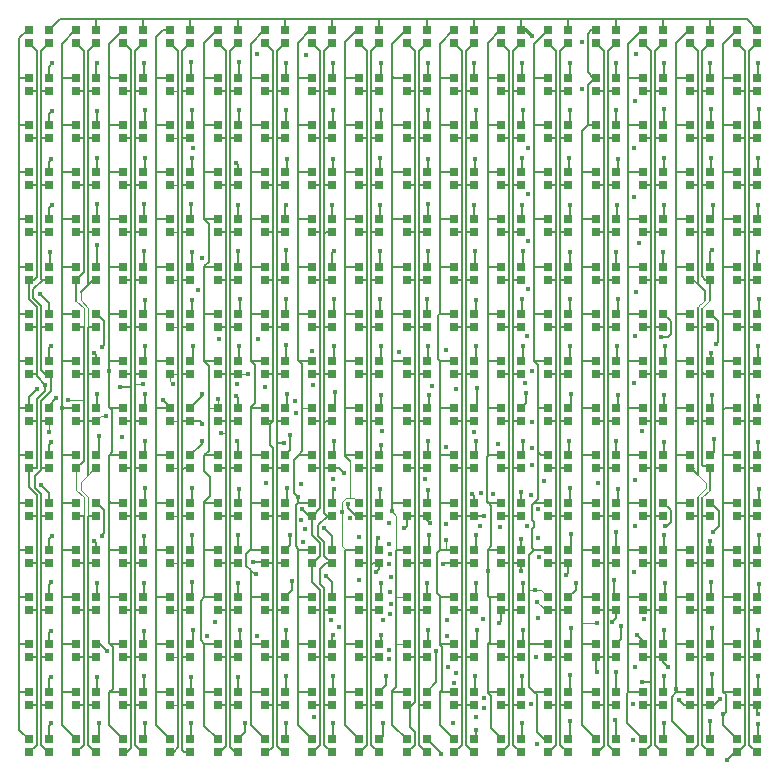
<source format=gbr>
%TF.GenerationSoftware,KiCad,Pcbnew,7.0.5*%
%TF.CreationDate,2023-09-21T19:27:35-05:00*%
%TF.ProjectId,KiCadPanel,4b694361-6450-4616-9e65-6c2e6b696361,rev?*%
%TF.SameCoordinates,Original*%
%TF.FileFunction,Copper,L4,Bot*%
%TF.FilePolarity,Positive*%
%FSLAX46Y46*%
G04 Gerber Fmt 4.6, Leading zero omitted, Abs format (unit mm)*
G04 Created by KiCad (PCBNEW 7.0.5) date 2023-09-21 19:27:35*
%MOMM*%
%LPD*%
G01*
G04 APERTURE LIST*
%TA.AperFunction,SMDPad,CuDef*%
%ADD10R,0.800000X0.700000*%
%TD*%
%TA.AperFunction,ViaPad*%
%ADD11C,0.450000*%
%TD*%
%TA.AperFunction,Conductor*%
%ADD12C,0.150000*%
%TD*%
%TA.AperFunction,Conductor*%
%ADD13C,0.300000*%
%TD*%
%TA.AperFunction,Conductor*%
%ADD14C,0.100000*%
%TD*%
%TA.AperFunction,Conductor*%
%ADD15C,0.125000*%
%TD*%
G04 APERTURE END LIST*
D10*
%TO.P,U169,1,Red*%
%TO.N,LED_5_RED*%
X141150000Y-68550000D03*
%TO.P,U169,2,Blue*%
%TO.N,LED_5_BLUE*%
X142850000Y-68550000D03*
%TO.P,U169,3,VCC*%
%TO.N,ROW_4_OUT*%
X142850000Y-67450000D03*
%TO.P,U169,4,Green*%
%TO.N,LED_5_GREEN*%
X141150000Y-67450000D03*
%TD*%
%TO.P,U335,1,Red*%
%TO.N,LED_11_RED*%
X117150000Y-108550000D03*
%TO.P,U335,2,Blue*%
%TO.N,LED_11_BLUE*%
X118850000Y-108550000D03*
%TO.P,U335,3,VCC*%
%TO.N,ROW_14_OUT*%
X118850000Y-107450000D03*
%TO.P,U335,4,Green*%
%TO.N,LED_11_GREEN*%
X117150000Y-107450000D03*
%TD*%
%TO.P,U215,1,Red*%
%TO.N,LED_3_RED*%
X149150000Y-80550000D03*
%TO.P,U215,2,Blue*%
%TO.N,LED_3_BLUE*%
X150850000Y-80550000D03*
%TO.P,U215,3,VCC*%
%TO.N,ROW_7_OUT*%
X150850000Y-79450000D03*
%TO.P,U215,4,Green*%
%TO.N,LED_3_GREEN*%
X149150000Y-79450000D03*
%TD*%
%TO.P,U205,1,Red*%
%TO.N,LED_9_RED*%
X125150000Y-76550000D03*
%TO.P,U205,2,Blue*%
%TO.N,LED_9_BLUE*%
X126850000Y-76550000D03*
%TO.P,U205,3,VCC*%
%TO.N,ROW_6_OUT*%
X126850000Y-75450000D03*
%TO.P,U205,4,Green*%
%TO.N,LED_9_GREEN*%
X125150000Y-75450000D03*
%TD*%
%TO.P,U165,1,Red*%
%TO.N,LED_1_RED*%
X157150000Y-68550000D03*
%TO.P,U165,2,Blue*%
%TO.N,LED_1_BLUE*%
X158850000Y-68550000D03*
%TO.P,U165,3,VCC*%
%TO.N,ROW_4_OUT*%
X158850000Y-67450000D03*
%TO.P,U165,4,Green*%
%TO.N,LED_1_GREEN*%
X157150000Y-67450000D03*
%TD*%
%TO.P,U118,1,Red*%
%TO.N,LED_2_RED*%
X153150000Y-56550000D03*
%TO.P,U118,2,Blue*%
%TO.N,LED_2_BLUE*%
X154850000Y-56550000D03*
%TO.P,U118,3,VCC*%
%TO.N,ROW_1_OUT*%
X154850000Y-55450000D03*
%TO.P,U118,4,Green*%
%TO.N,LED_2_GREEN*%
X153150000Y-55450000D03*
%TD*%
%TO.P,U274,1,Red*%
%TO.N,LED_14_RED*%
X105150000Y-92550000D03*
%TO.P,U274,2,Blue*%
%TO.N,LED_14_BLUE*%
X106850000Y-92550000D03*
%TO.P,U274,3,VCC*%
%TO.N,ROW_10_OUT*%
X106850000Y-91450000D03*
%TO.P,U274,4,Green*%
%TO.N,LED_14_GREEN*%
X105150000Y-91450000D03*
%TD*%
%TO.P,U331,1,Red*%
%TO.N,LED_7_RED*%
X133150000Y-108550000D03*
%TO.P,U331,2,Blue*%
%TO.N,LED_7_BLUE*%
X134850000Y-108550000D03*
%TO.P,U331,3,VCC*%
%TO.N,ROW_14_OUT*%
X134850000Y-107450000D03*
%TO.P,U331,4,Green*%
%TO.N,LED_7_GREEN*%
X133150000Y-107450000D03*
%TD*%
%TO.P,U113,1,Red*%
%TO.N,LED_13_RED*%
X109150000Y-52550000D03*
%TO.P,U113,2,Blue*%
%TO.N,LED_13_BLUE*%
X110850000Y-52550000D03*
%TO.P,U113,3,VCC*%
%TO.N,ROW_0_OUT*%
X110850000Y-51450000D03*
%TO.P,U113,4,Green*%
%TO.N,LED_13_GREEN*%
X109150000Y-51450000D03*
%TD*%
%TO.P,U227,1,Red*%
%TO.N,LED_15_RED*%
X101150000Y-80550000D03*
%TO.P,U227,2,Blue*%
%TO.N,LED_15_BLUE*%
X102850000Y-80550000D03*
%TO.P,U227,3,VCC*%
%TO.N,ROW_7_OUT*%
X102850000Y-79450000D03*
%TO.P,U227,4,Green*%
%TO.N,LED_15_GREEN*%
X101150000Y-79450000D03*
%TD*%
%TO.P,U155,1,Red*%
%TO.N,LED_7_RED*%
X133150000Y-64550000D03*
%TO.P,U155,2,Blue*%
%TO.N,LED_7_BLUE*%
X134850000Y-64550000D03*
%TO.P,U155,3,VCC*%
%TO.N,ROW_3_OUT*%
X134850000Y-63450000D03*
%TO.P,U155,4,Green*%
%TO.N,LED_7_GREEN*%
X133150000Y-63450000D03*
%TD*%
%TO.P,U319,1,Red*%
%TO.N,LED_11_RED*%
X117150000Y-104550000D03*
%TO.P,U319,2,Blue*%
%TO.N,LED_11_BLUE*%
X118850000Y-104550000D03*
%TO.P,U319,3,VCC*%
%TO.N,ROW_13_OUT*%
X118850000Y-103450000D03*
%TO.P,U319,4,Green*%
%TO.N,LED_11_GREEN*%
X117150000Y-103450000D03*
%TD*%
%TO.P,U123,1,Red*%
%TO.N,LED_7_RED*%
X133150000Y-56550000D03*
%TO.P,U123,2,Blue*%
%TO.N,LED_7_BLUE*%
X134850000Y-56550000D03*
%TO.P,U123,3,VCC*%
%TO.N,ROW_1_OUT*%
X134850000Y-55450000D03*
%TO.P,U123,4,Green*%
%TO.N,LED_7_GREEN*%
X133150000Y-55450000D03*
%TD*%
%TO.P,U261,1,Red*%
%TO.N,LED_1_RED*%
X157150000Y-92550000D03*
%TO.P,U261,2,Blue*%
%TO.N,LED_1_BLUE*%
X158850000Y-92550000D03*
%TO.P,U261,3,VCC*%
%TO.N,ROW_10_OUT*%
X158850000Y-91450000D03*
%TO.P,U261,4,Green*%
%TO.N,LED_1_GREEN*%
X157150000Y-91450000D03*
%TD*%
%TO.P,U271,1,Red*%
%TO.N,LED_11_RED*%
X117150000Y-92550000D03*
%TO.P,U271,2,Blue*%
%TO.N,LED_11_BLUE*%
X118850000Y-92550000D03*
%TO.P,U271,3,VCC*%
%TO.N,ROW_10_OUT*%
X118850000Y-91450000D03*
%TO.P,U271,4,Green*%
%TO.N,LED_11_GREEN*%
X117150000Y-91450000D03*
%TD*%
%TO.P,U353,1,Red*%
%TO.N,LED_13_RED*%
X109150000Y-112550000D03*
%TO.P,U353,2,Blue*%
%TO.N,LED_13_BLUE*%
X110850000Y-112550000D03*
%TO.P,U353,3,VCC*%
%TO.N,ROW_15_OUT*%
X110850000Y-111450000D03*
%TO.P,U353,4,Green*%
%TO.N,LED_13_GREEN*%
X109150000Y-111450000D03*
%TD*%
%TO.P,U219,1,Red*%
%TO.N,LED_7_RED*%
X133150000Y-80550000D03*
%TO.P,U219,2,Blue*%
%TO.N,LED_7_BLUE*%
X134850000Y-80550000D03*
%TO.P,U219,3,VCC*%
%TO.N,ROW_7_OUT*%
X134850000Y-79450000D03*
%TO.P,U219,4,Green*%
%TO.N,LED_7_GREEN*%
X133150000Y-79450000D03*
%TD*%
%TO.P,U210,1,Red*%
%TO.N,LED_14_RED*%
X105150000Y-76550000D03*
%TO.P,U210,2,Blue*%
%TO.N,LED_14_BLUE*%
X106850000Y-76550000D03*
%TO.P,U210,3,VCC*%
%TO.N,ROW_6_OUT*%
X106850000Y-75450000D03*
%TO.P,U210,4,Green*%
%TO.N,LED_14_GREEN*%
X105150000Y-75450000D03*
%TD*%
%TO.P,U350,1,Red*%
%TO.N,LED_10_RED*%
X121150000Y-112550000D03*
%TO.P,U350,2,Blue*%
%TO.N,LED_10_BLUE*%
X122850000Y-112550000D03*
%TO.P,U350,3,VCC*%
%TO.N,ROW_15_OUT*%
X122850000Y-111450000D03*
%TO.P,U350,4,Green*%
%TO.N,LED_10_GREEN*%
X121150000Y-111450000D03*
%TD*%
%TO.P,U160,1,Red*%
%TO.N,LED_12_RED*%
X113150000Y-64550000D03*
%TO.P,U160,2,Blue*%
%TO.N,LED_12_BLUE*%
X114850000Y-64550000D03*
%TO.P,U160,3,VCC*%
%TO.N,ROW_3_OUT*%
X114850000Y-63450000D03*
%TO.P,U160,4,Green*%
%TO.N,LED_12_GREEN*%
X113150000Y-63450000D03*
%TD*%
%TO.P,U243,1,Red*%
%TO.N,LED_15_RED*%
X101150000Y-84550000D03*
%TO.P,U243,2,Blue*%
%TO.N,LED_15_BLUE*%
X102850000Y-84550000D03*
%TO.P,U243,3,VCC*%
%TO.N,ROW_8_OUT*%
X102850000Y-83450000D03*
%TO.P,U243,4,Green*%
%TO.N,LED_15_GREEN*%
X101150000Y-83450000D03*
%TD*%
%TO.P,U174,1,Red*%
%TO.N,LED_10_RED*%
X121150000Y-68550000D03*
%TO.P,U174,2,Blue*%
%TO.N,LED_10_BLUE*%
X122850000Y-68550000D03*
%TO.P,U174,3,VCC*%
%TO.N,ROW_4_OUT*%
X122850000Y-67450000D03*
%TO.P,U174,4,Green*%
%TO.N,LED_10_GREEN*%
X121150000Y-67450000D03*
%TD*%
%TO.P,U299,1,Red*%
%TO.N,LED_7_RED*%
X133150000Y-100550000D03*
%TO.P,U299,2,Blue*%
%TO.N,LED_7_BLUE*%
X134850000Y-100550000D03*
%TO.P,U299,3,VCC*%
%TO.N,ROW_12_OUT*%
X134850000Y-99450000D03*
%TO.P,U299,4,Green*%
%TO.N,LED_7_GREEN*%
X133150000Y-99450000D03*
%TD*%
%TO.P,U229,1,Red*%
%TO.N,LED_1_RED*%
X157150000Y-84530000D03*
%TO.P,U229,2,Blue*%
%TO.N,LED_1_BLUE*%
X158850000Y-84530000D03*
%TO.P,U229,3,VCC*%
%TO.N,ROW_8_OUT*%
X158850000Y-83430000D03*
%TO.P,U229,4,Green*%
%TO.N,LED_1_GREEN*%
X157150000Y-83430000D03*
%TD*%
%TO.P,U122,1,Red*%
%TO.N,LED_6_RED*%
X137150000Y-56550000D03*
%TO.P,U122,2,Blue*%
%TO.N,LED_6_BLUE*%
X138850000Y-56550000D03*
%TO.P,U122,3,VCC*%
%TO.N,ROW_1_OUT*%
X138850000Y-55450000D03*
%TO.P,U122,4,Green*%
%TO.N,LED_6_GREEN*%
X137150000Y-55450000D03*
%TD*%
%TO.P,U298,1,Red*%
%TO.N,LED_6_RED*%
X137150000Y-100550000D03*
%TO.P,U298,2,Blue*%
%TO.N,LED_6_BLUE*%
X138850000Y-100550000D03*
%TO.P,U298,3,VCC*%
%TO.N,ROW_12_OUT*%
X138850000Y-99450000D03*
%TO.P,U298,4,Green*%
%TO.N,LED_6_GREEN*%
X137150000Y-99450000D03*
%TD*%
%TO.P,U286,1,Red*%
%TO.N,LED_10_RED*%
X121150000Y-96550000D03*
%TO.P,U286,2,Blue*%
%TO.N,LED_10_BLUE*%
X122850000Y-96550000D03*
%TO.P,U286,3,VCC*%
%TO.N,ROW_11_OUT*%
X122850000Y-95450000D03*
%TO.P,U286,4,Green*%
%TO.N,LED_10_GREEN*%
X121150000Y-95450000D03*
%TD*%
%TO.P,U116,1,Red*%
%TO.N,LED_0_RED*%
X161150000Y-56550000D03*
%TO.P,U116,2,Blue*%
%TO.N,LED_0_BLUE*%
X162850000Y-56550000D03*
%TO.P,U116,3,VCC*%
%TO.N,ROW_1_OUT*%
X162850000Y-55450000D03*
%TO.P,U116,4,Green*%
%TO.N,LED_0_GREEN*%
X161150000Y-55450000D03*
%TD*%
%TO.P,U256,1,Red*%
%TO.N,LED_12_RED*%
X113150000Y-88550000D03*
%TO.P,U256,2,Blue*%
%TO.N,LED_12_BLUE*%
X114850000Y-88550000D03*
%TO.P,U256,3,VCC*%
%TO.N,ROW_9_OUT*%
X114850000Y-87450000D03*
%TO.P,U256,4,Green*%
%TO.N,LED_12_GREEN*%
X113150000Y-87450000D03*
%TD*%
%TO.P,U323,1,Red*%
%TO.N,LED_15_RED*%
X101150000Y-104550000D03*
%TO.P,U323,2,Blue*%
%TO.N,LED_15_BLUE*%
X102850000Y-104550000D03*
%TO.P,U323,3,VCC*%
%TO.N,ROW_13_OUT*%
X102850000Y-103450000D03*
%TO.P,U323,4,Green*%
%TO.N,LED_15_GREEN*%
X101150000Y-103450000D03*
%TD*%
%TO.P,U157,1,Red*%
%TO.N,LED_9_RED*%
X125150000Y-64550000D03*
%TO.P,U157,2,Blue*%
%TO.N,LED_9_BLUE*%
X126850000Y-64550000D03*
%TO.P,U157,3,VCC*%
%TO.N,ROW_3_OUT*%
X126850000Y-63450000D03*
%TO.P,U157,4,Green*%
%TO.N,LED_9_GREEN*%
X125150000Y-63450000D03*
%TD*%
%TO.P,U287,1,Red*%
%TO.N,LED_11_RED*%
X117150000Y-96550000D03*
%TO.P,U287,2,Blue*%
%TO.N,LED_11_BLUE*%
X118850000Y-96550000D03*
%TO.P,U287,3,VCC*%
%TO.N,ROW_11_OUT*%
X118850000Y-95450000D03*
%TO.P,U287,4,Green*%
%TO.N,LED_11_GREEN*%
X117150000Y-95450000D03*
%TD*%
%TO.P,U324,1,Red*%
%TO.N,LED_0_RED*%
X161150000Y-108550000D03*
%TO.P,U324,2,Blue*%
%TO.N,LED_0_BLUE*%
X162850000Y-108550000D03*
%TO.P,U324,3,VCC*%
%TO.N,ROW_14_OUT*%
X162850000Y-107450000D03*
%TO.P,U324,4,Green*%
%TO.N,LED_0_GREEN*%
X161150000Y-107450000D03*
%TD*%
%TO.P,U212,1,Red*%
%TO.N,LED_0_RED*%
X161150000Y-80550000D03*
%TO.P,U212,2,Blue*%
%TO.N,LED_0_BLUE*%
X162850000Y-80550000D03*
%TO.P,U212,3,VCC*%
%TO.N,ROW_7_OUT*%
X162850000Y-79450000D03*
%TO.P,U212,4,Green*%
%TO.N,LED_0_GREEN*%
X161150000Y-79450000D03*
%TD*%
%TO.P,U277,1,Red*%
%TO.N,LED_1_RED*%
X157150000Y-96550000D03*
%TO.P,U277,2,Blue*%
%TO.N,LED_1_BLUE*%
X158850000Y-96550000D03*
%TO.P,U277,3,VCC*%
%TO.N,ROW_11_OUT*%
X158850000Y-95450000D03*
%TO.P,U277,4,Green*%
%TO.N,LED_1_GREEN*%
X157150000Y-95450000D03*
%TD*%
%TO.P,U237,1,Red*%
%TO.N,LED_9_RED*%
X125150000Y-84550000D03*
%TO.P,U237,2,Blue*%
%TO.N,LED_9_BLUE*%
X126850000Y-84550000D03*
%TO.P,U237,3,VCC*%
%TO.N,ROW_8_OUT*%
X126850000Y-83450000D03*
%TO.P,U237,4,Green*%
%TO.N,LED_9_GREEN*%
X125150000Y-83450000D03*
%TD*%
%TO.P,U101,1,Red*%
%TO.N,LED_1_RED*%
X157150000Y-52550000D03*
%TO.P,U101,2,Blue*%
%TO.N,LED_1_BLUE*%
X158850000Y-52550000D03*
%TO.P,U101,3,VCC*%
%TO.N,ROW_0_OUT*%
X158850000Y-51450000D03*
%TO.P,U101,4,Green*%
%TO.N,LED_1_GREEN*%
X157150000Y-51450000D03*
%TD*%
%TO.P,U295,1,Red*%
%TO.N,LED_3_RED*%
X149150000Y-100550000D03*
%TO.P,U295,2,Blue*%
%TO.N,LED_3_BLUE*%
X150850000Y-100550000D03*
%TO.P,U295,3,VCC*%
%TO.N,ROW_12_OUT*%
X150850000Y-99450000D03*
%TO.P,U295,4,Green*%
%TO.N,LED_3_GREEN*%
X149150000Y-99450000D03*
%TD*%
%TO.P,U162,1,Red*%
%TO.N,LED_14_RED*%
X105150000Y-64550000D03*
%TO.P,U162,2,Blue*%
%TO.N,LED_14_BLUE*%
X106850000Y-64550000D03*
%TO.P,U162,3,VCC*%
%TO.N,ROW_3_OUT*%
X106850000Y-63450000D03*
%TO.P,U162,4,Green*%
%TO.N,LED_14_GREEN*%
X105150000Y-63450000D03*
%TD*%
%TO.P,U230,1,Red*%
%TO.N,LED_2_RED*%
X153150000Y-84530000D03*
%TO.P,U230,2,Blue*%
%TO.N,LED_2_BLUE*%
X154850000Y-84530000D03*
%TO.P,U230,3,VCC*%
%TO.N,ROW_8_OUT*%
X154850000Y-83430000D03*
%TO.P,U230,4,Green*%
%TO.N,LED_2_GREEN*%
X153150000Y-83430000D03*
%TD*%
%TO.P,U249,1,Red*%
%TO.N,LED_5_RED*%
X141150000Y-88550000D03*
%TO.P,U249,2,Blue*%
%TO.N,LED_5_BLUE*%
X142850000Y-88550000D03*
%TO.P,U249,3,VCC*%
%TO.N,ROW_9_OUT*%
X142850000Y-87450000D03*
%TO.P,U249,4,Green*%
%TO.N,LED_5_GREEN*%
X141150000Y-87450000D03*
%TD*%
%TO.P,U304,1,Red*%
%TO.N,LED_12_RED*%
X113150000Y-100550000D03*
%TO.P,U304,2,Blue*%
%TO.N,LED_12_BLUE*%
X114850000Y-100550000D03*
%TO.P,U304,3,VCC*%
%TO.N,ROW_12_OUT*%
X114850000Y-99450000D03*
%TO.P,U304,4,Green*%
%TO.N,LED_12_GREEN*%
X113150000Y-99450000D03*
%TD*%
%TO.P,U234,1,Red*%
%TO.N,LED_6_RED*%
X137150000Y-84550000D03*
%TO.P,U234,2,Blue*%
%TO.N,LED_6_BLUE*%
X138850000Y-84550000D03*
%TO.P,U234,3,VCC*%
%TO.N,ROW_8_OUT*%
X138850000Y-83450000D03*
%TO.P,U234,4,Green*%
%TO.N,LED_6_GREEN*%
X137150000Y-83450000D03*
%TD*%
%TO.P,U131,1,Red*%
%TO.N,LED_15_RED*%
X101150000Y-56550000D03*
%TO.P,U131,2,Blue*%
%TO.N,LED_15_BLUE*%
X102850000Y-56550000D03*
%TO.P,U131,3,VCC*%
%TO.N,ROW_1_OUT*%
X102850000Y-55450000D03*
%TO.P,U131,4,Green*%
%TO.N,LED_15_GREEN*%
X101150000Y-55450000D03*
%TD*%
%TO.P,U321,1,Red*%
%TO.N,LED_13_RED*%
X109150000Y-104550000D03*
%TO.P,U321,2,Blue*%
%TO.N,LED_13_BLUE*%
X110850000Y-104550000D03*
%TO.P,U321,3,VCC*%
%TO.N,ROW_13_OUT*%
X110850000Y-103450000D03*
%TO.P,U321,4,Green*%
%TO.N,LED_13_GREEN*%
X109150000Y-103450000D03*
%TD*%
%TO.P,U262,1,Red*%
%TO.N,LED_2_RED*%
X153150000Y-92550000D03*
%TO.P,U262,2,Blue*%
%TO.N,LED_2_BLUE*%
X154850000Y-92550000D03*
%TO.P,U262,3,VCC*%
%TO.N,ROW_10_OUT*%
X154850000Y-91450000D03*
%TO.P,U262,4,Green*%
%TO.N,LED_2_GREEN*%
X153150000Y-91450000D03*
%TD*%
%TO.P,U170,1,Red*%
%TO.N,LED_6_RED*%
X137150000Y-68550000D03*
%TO.P,U170,2,Blue*%
%TO.N,LED_6_BLUE*%
X138850000Y-68550000D03*
%TO.P,U170,3,VCC*%
%TO.N,ROW_4_OUT*%
X138850000Y-67450000D03*
%TO.P,U170,4,Green*%
%TO.N,LED_6_GREEN*%
X137150000Y-67450000D03*
%TD*%
%TO.P,U269,1,Red*%
%TO.N,LED_9_RED*%
X125150000Y-92550000D03*
%TO.P,U269,2,Blue*%
%TO.N,LED_9_BLUE*%
X126850000Y-92550000D03*
%TO.P,U269,3,VCC*%
%TO.N,ROW_10_OUT*%
X126850000Y-91450000D03*
%TO.P,U269,4,Green*%
%TO.N,LED_9_GREEN*%
X125150000Y-91450000D03*
%TD*%
%TO.P,U218,1,Red*%
%TO.N,LED_6_RED*%
X137150000Y-80550000D03*
%TO.P,U218,2,Blue*%
%TO.N,LED_6_BLUE*%
X138850000Y-80550000D03*
%TO.P,U218,3,VCC*%
%TO.N,ROW_7_OUT*%
X138850000Y-79450000D03*
%TO.P,U218,4,Green*%
%TO.N,LED_6_GREEN*%
X137150000Y-79450000D03*
%TD*%
%TO.P,U129,1,Red*%
%TO.N,LED_13_RED*%
X109150000Y-56550000D03*
%TO.P,U129,2,Blue*%
%TO.N,LED_13_BLUE*%
X110850000Y-56550000D03*
%TO.P,U129,3,VCC*%
%TO.N,ROW_1_OUT*%
X110850000Y-55450000D03*
%TO.P,U129,4,Green*%
%TO.N,LED_13_GREEN*%
X109150000Y-55450000D03*
%TD*%
%TO.P,U103,1,Red*%
%TO.N,LED_3_RED*%
X149150000Y-52550000D03*
%TO.P,U103,2,Blue*%
%TO.N,LED_3_BLUE*%
X150850000Y-52550000D03*
%TO.P,U103,3,VCC*%
%TO.N,ROW_0_OUT*%
X150850000Y-51450000D03*
%TO.P,U103,4,Green*%
%TO.N,LED_3_GREEN*%
X149150000Y-51450000D03*
%TD*%
%TO.P,U302,1,Red*%
%TO.N,LED_10_RED*%
X121150000Y-100550000D03*
%TO.P,U302,2,Blue*%
%TO.N,LED_10_BLUE*%
X122850000Y-100550000D03*
%TO.P,U302,3,VCC*%
%TO.N,ROW_12_OUT*%
X122850000Y-99450000D03*
%TO.P,U302,4,Green*%
%TO.N,LED_10_GREEN*%
X121150000Y-99450000D03*
%TD*%
%TO.P,U228,1,Red*%
%TO.N,LED_0_RED*%
X161150000Y-84550000D03*
%TO.P,U228,2,Blue*%
%TO.N,LED_0_BLUE*%
X162850000Y-84550000D03*
%TO.P,U228,3,VCC*%
%TO.N,ROW_8_OUT*%
X162850000Y-83450000D03*
%TO.P,U228,4,Green*%
%TO.N,LED_0_GREEN*%
X161150000Y-83450000D03*
%TD*%
%TO.P,U329,1,Red*%
%TO.N,LED_5_RED*%
X141150000Y-108550000D03*
%TO.P,U329,2,Blue*%
%TO.N,LED_5_BLUE*%
X142850000Y-108550000D03*
%TO.P,U329,3,VCC*%
%TO.N,ROW_14_OUT*%
X142850000Y-107450000D03*
%TO.P,U329,4,Green*%
%TO.N,LED_5_GREEN*%
X141150000Y-107450000D03*
%TD*%
%TO.P,U192,1,Red*%
%TO.N,LED_12_RED*%
X113150000Y-72550000D03*
%TO.P,U192,2,Blue*%
%TO.N,LED_12_BLUE*%
X114850000Y-72550000D03*
%TO.P,U192,3,VCC*%
%TO.N,ROW_5_OUT*%
X114850000Y-71450000D03*
%TO.P,U192,4,Green*%
%TO.N,LED_12_GREEN*%
X113150000Y-71450000D03*
%TD*%
%TO.P,U314,1,Red*%
%TO.N,LED_6_RED*%
X137150000Y-104550000D03*
%TO.P,U314,2,Blue*%
%TO.N,LED_6_BLUE*%
X138850000Y-104550000D03*
%TO.P,U314,3,VCC*%
%TO.N,ROW_13_OUT*%
X138850000Y-103450000D03*
%TO.P,U314,4,Green*%
%TO.N,LED_6_GREEN*%
X137150000Y-103450000D03*
%TD*%
%TO.P,U245,1,Red*%
%TO.N,LED_1_RED*%
X157150000Y-88550000D03*
%TO.P,U245,2,Blue*%
%TO.N,LED_1_BLUE*%
X158850000Y-88550000D03*
%TO.P,U245,3,VCC*%
%TO.N,ROW_9_OUT*%
X158850000Y-87450000D03*
%TO.P,U245,4,Green*%
%TO.N,LED_1_GREEN*%
X157150000Y-87450000D03*
%TD*%
%TO.P,U168,1,Red*%
%TO.N,LED_4_RED*%
X145150000Y-68550000D03*
%TO.P,U168,2,Blue*%
%TO.N,LED_4_BLUE*%
X146850000Y-68550000D03*
%TO.P,U168,3,VCC*%
%TO.N,ROW_4_OUT*%
X146850000Y-67450000D03*
%TO.P,U168,4,Green*%
%TO.N,LED_4_GREEN*%
X145150000Y-67450000D03*
%TD*%
%TO.P,U150,1,Red*%
%TO.N,LED_2_RED*%
X153150000Y-64550000D03*
%TO.P,U150,2,Blue*%
%TO.N,LED_2_BLUE*%
X154850000Y-64550000D03*
%TO.P,U150,3,VCC*%
%TO.N,ROW_3_OUT*%
X154850000Y-63450000D03*
%TO.P,U150,4,Green*%
%TO.N,LED_2_GREEN*%
X153150000Y-63450000D03*
%TD*%
%TO.P,U166,1,Red*%
%TO.N,LED_2_RED*%
X153150000Y-68550000D03*
%TO.P,U166,2,Blue*%
%TO.N,LED_2_BLUE*%
X154850000Y-68550000D03*
%TO.P,U166,3,VCC*%
%TO.N,ROW_4_OUT*%
X154850000Y-67450000D03*
%TO.P,U166,4,Green*%
%TO.N,LED_2_GREEN*%
X153150000Y-67450000D03*
%TD*%
%TO.P,U121,1,Red*%
%TO.N,LED_5_RED*%
X141150000Y-56550000D03*
%TO.P,U121,2,Blue*%
%TO.N,LED_5_BLUE*%
X142850000Y-56550000D03*
%TO.P,U121,3,VCC*%
%TO.N,ROW_1_OUT*%
X142850000Y-55450000D03*
%TO.P,U121,4,Green*%
%TO.N,LED_5_GREEN*%
X141150000Y-55450000D03*
%TD*%
%TO.P,U344,1,Red*%
%TO.N,LED_4_RED*%
X145150000Y-112550000D03*
%TO.P,U344,2,Blue*%
%TO.N,LED_4_BLUE*%
X146850000Y-112550000D03*
%TO.P,U344,3,VCC*%
%TO.N,ROW_15_OUT*%
X146850000Y-111450000D03*
%TO.P,U344,4,Green*%
%TO.N,LED_4_GREEN*%
X145150000Y-111450000D03*
%TD*%
%TO.P,U280,1,Red*%
%TO.N,LED_4_RED*%
X145150000Y-96550000D03*
%TO.P,U280,2,Blue*%
%TO.N,LED_4_BLUE*%
X146850000Y-96550000D03*
%TO.P,U280,3,VCC*%
%TO.N,ROW_11_OUT*%
X146850000Y-95450000D03*
%TO.P,U280,4,Green*%
%TO.N,LED_4_GREEN*%
X145150000Y-95450000D03*
%TD*%
%TO.P,U179,1,Red*%
%TO.N,LED_15_RED*%
X101150000Y-68550000D03*
%TO.P,U179,2,Blue*%
%TO.N,LED_15_BLUE*%
X102850000Y-68550000D03*
%TO.P,U179,3,VCC*%
%TO.N,ROW_4_OUT*%
X102850000Y-67450000D03*
%TO.P,U179,4,Green*%
%TO.N,LED_15_GREEN*%
X101150000Y-67450000D03*
%TD*%
%TO.P,U316,1,Red*%
%TO.N,LED_8_RED*%
X129150000Y-104550000D03*
%TO.P,U316,2,Blue*%
%TO.N,LED_8_BLUE*%
X130850000Y-104550000D03*
%TO.P,U316,3,VCC*%
%TO.N,ROW_13_OUT*%
X130850000Y-103450000D03*
%TO.P,U316,4,Green*%
%TO.N,LED_8_GREEN*%
X129150000Y-103450000D03*
%TD*%
%TO.P,U272,1,Red*%
%TO.N,LED_12_RED*%
X113150000Y-92550000D03*
%TO.P,U272,2,Blue*%
%TO.N,LED_12_BLUE*%
X114850000Y-92550000D03*
%TO.P,U272,3,VCC*%
%TO.N,ROW_10_OUT*%
X114850000Y-91450000D03*
%TO.P,U272,4,Green*%
%TO.N,LED_12_GREEN*%
X113150000Y-91450000D03*
%TD*%
%TO.P,U293,1,Red*%
%TO.N,LED_1_RED*%
X157150000Y-100550000D03*
%TO.P,U293,2,Blue*%
%TO.N,LED_1_BLUE*%
X158850000Y-100550000D03*
%TO.P,U293,3,VCC*%
%TO.N,ROW_12_OUT*%
X158850000Y-99450000D03*
%TO.P,U293,4,Green*%
%TO.N,LED_1_GREEN*%
X157150000Y-99450000D03*
%TD*%
%TO.P,U167,1,Red*%
%TO.N,LED_3_RED*%
X149150000Y-68550000D03*
%TO.P,U167,2,Blue*%
%TO.N,LED_3_BLUE*%
X150850000Y-68550000D03*
%TO.P,U167,3,VCC*%
%TO.N,ROW_4_OUT*%
X150850000Y-67450000D03*
%TO.P,U167,4,Green*%
%TO.N,LED_3_GREEN*%
X149150000Y-67450000D03*
%TD*%
%TO.P,U270,1,Red*%
%TO.N,LED_10_RED*%
X121150000Y-92550000D03*
%TO.P,U270,2,Blue*%
%TO.N,LED_10_BLUE*%
X122850000Y-92550000D03*
%TO.P,U270,3,VCC*%
%TO.N,ROW_10_OUT*%
X122850000Y-91450000D03*
%TO.P,U270,4,Green*%
%TO.N,LED_10_GREEN*%
X121150000Y-91450000D03*
%TD*%
%TO.P,U263,1,Red*%
%TO.N,LED_3_RED*%
X149150000Y-92550000D03*
%TO.P,U263,2,Blue*%
%TO.N,LED_3_BLUE*%
X150850000Y-92550000D03*
%TO.P,U263,3,VCC*%
%TO.N,ROW_10_OUT*%
X150850000Y-91450000D03*
%TO.P,U263,4,Green*%
%TO.N,LED_3_GREEN*%
X149150000Y-91450000D03*
%TD*%
%TO.P,U186,1,Red*%
%TO.N,LED_6_RED*%
X137150000Y-72550000D03*
%TO.P,U186,2,Blue*%
%TO.N,LED_6_BLUE*%
X138850000Y-72550000D03*
%TO.P,U186,3,VCC*%
%TO.N,ROW_5_OUT*%
X138850000Y-71450000D03*
%TO.P,U186,4,Green*%
%TO.N,LED_6_GREEN*%
X137150000Y-71450000D03*
%TD*%
%TO.P,U149,1,Red*%
%TO.N,LED_1_RED*%
X157150000Y-64550000D03*
%TO.P,U149,2,Blue*%
%TO.N,LED_1_BLUE*%
X158850000Y-64550000D03*
%TO.P,U149,3,VCC*%
%TO.N,ROW_3_OUT*%
X158850000Y-63450000D03*
%TO.P,U149,4,Green*%
%TO.N,LED_1_GREEN*%
X157150000Y-63450000D03*
%TD*%
%TO.P,U283,1,Red*%
%TO.N,LED_7_RED*%
X133150000Y-96550000D03*
%TO.P,U283,2,Blue*%
%TO.N,LED_7_BLUE*%
X134850000Y-96550000D03*
%TO.P,U283,3,VCC*%
%TO.N,ROW_11_OUT*%
X134850000Y-95450000D03*
%TO.P,U283,4,Green*%
%TO.N,LED_7_GREEN*%
X133150000Y-95450000D03*
%TD*%
%TO.P,U240,1,Red*%
%TO.N,LED_12_RED*%
X113150000Y-84550000D03*
%TO.P,U240,2,Blue*%
%TO.N,LED_12_BLUE*%
X114850000Y-84550000D03*
%TO.P,U240,3,VCC*%
%TO.N,ROW_8_OUT*%
X114850000Y-83450000D03*
%TO.P,U240,4,Green*%
%TO.N,LED_12_GREEN*%
X113150000Y-83450000D03*
%TD*%
%TO.P,U339,1,Red*%
%TO.N,LED_15_RED*%
X101150000Y-108550000D03*
%TO.P,U339,2,Blue*%
%TO.N,LED_15_BLUE*%
X102850000Y-108550000D03*
%TO.P,U339,3,VCC*%
%TO.N,ROW_14_OUT*%
X102850000Y-107450000D03*
%TO.P,U339,4,Green*%
%TO.N,LED_15_GREEN*%
X101150000Y-107450000D03*
%TD*%
%TO.P,U301,1,Red*%
%TO.N,LED_9_RED*%
X125150000Y-100550000D03*
%TO.P,U301,2,Blue*%
%TO.N,LED_9_BLUE*%
X126850000Y-100550000D03*
%TO.P,U301,3,VCC*%
%TO.N,ROW_12_OUT*%
X126850000Y-99450000D03*
%TO.P,U301,4,Green*%
%TO.N,LED_9_GREEN*%
X125150000Y-99450000D03*
%TD*%
%TO.P,U199,1,Red*%
%TO.N,LED_3_RED*%
X149150000Y-76550000D03*
%TO.P,U199,2,Blue*%
%TO.N,LED_3_BLUE*%
X150850000Y-76550000D03*
%TO.P,U199,3,VCC*%
%TO.N,ROW_6_OUT*%
X150850000Y-75450000D03*
%TO.P,U199,4,Green*%
%TO.N,LED_3_GREEN*%
X149150000Y-75450000D03*
%TD*%
%TO.P,U326,1,Red*%
%TO.N,LED_2_RED*%
X153150000Y-108550000D03*
%TO.P,U326,2,Blue*%
%TO.N,LED_2_BLUE*%
X154850000Y-108550000D03*
%TO.P,U326,3,VCC*%
%TO.N,ROW_14_OUT*%
X154850000Y-107450000D03*
%TO.P,U326,4,Green*%
%TO.N,LED_2_GREEN*%
X153150000Y-107450000D03*
%TD*%
%TO.P,U143,1,Red*%
%TO.N,LED_11_RED*%
X117150000Y-60550000D03*
%TO.P,U143,2,Blue*%
%TO.N,LED_11_BLUE*%
X118850000Y-60550000D03*
%TO.P,U143,3,VCC*%
%TO.N,ROW_2_OUT*%
X118850000Y-59450000D03*
%TO.P,U143,4,Green*%
%TO.N,LED_11_GREEN*%
X117150000Y-59450000D03*
%TD*%
%TO.P,U140,1,Red*%
%TO.N,LED_8_RED*%
X129150000Y-60550000D03*
%TO.P,U140,2,Blue*%
%TO.N,LED_8_BLUE*%
X130850000Y-60550000D03*
%TO.P,U140,3,VCC*%
%TO.N,ROW_2_OUT*%
X130850000Y-59450000D03*
%TO.P,U140,4,Green*%
%TO.N,LED_8_GREEN*%
X129150000Y-59450000D03*
%TD*%
%TO.P,U305,1,Red*%
%TO.N,LED_13_RED*%
X109150000Y-100550000D03*
%TO.P,U305,2,Blue*%
%TO.N,LED_13_BLUE*%
X110850000Y-100550000D03*
%TO.P,U305,3,VCC*%
%TO.N,ROW_12_OUT*%
X110850000Y-99450000D03*
%TO.P,U305,4,Green*%
%TO.N,LED_13_GREEN*%
X109150000Y-99450000D03*
%TD*%
%TO.P,U311,1,Red*%
%TO.N,LED_3_RED*%
X149150000Y-104550000D03*
%TO.P,U311,2,Blue*%
%TO.N,LED_3_BLUE*%
X150850000Y-104550000D03*
%TO.P,U311,3,VCC*%
%TO.N,ROW_13_OUT*%
X150850000Y-103450000D03*
%TO.P,U311,4,Green*%
%TO.N,LED_3_GREEN*%
X149150000Y-103450000D03*
%TD*%
%TO.P,U148,1,Red*%
%TO.N,LED_0_RED*%
X161150000Y-64550000D03*
%TO.P,U148,2,Blue*%
%TO.N,LED_0_BLUE*%
X162850000Y-64550000D03*
%TO.P,U148,3,VCC*%
%TO.N,ROW_3_OUT*%
X162850000Y-63450000D03*
%TO.P,U148,4,Green*%
%TO.N,LED_0_GREEN*%
X161150000Y-63450000D03*
%TD*%
%TO.P,U318,1,Red*%
%TO.N,LED_10_RED*%
X121150000Y-104550000D03*
%TO.P,U318,2,Blue*%
%TO.N,LED_10_BLUE*%
X122850000Y-104550000D03*
%TO.P,U318,3,VCC*%
%TO.N,ROW_13_OUT*%
X122850000Y-103450000D03*
%TO.P,U318,4,Green*%
%TO.N,LED_10_GREEN*%
X121150000Y-103450000D03*
%TD*%
%TO.P,U246,1,Red*%
%TO.N,LED_2_RED*%
X153150000Y-88550000D03*
%TO.P,U246,2,Blue*%
%TO.N,LED_2_BLUE*%
X154850000Y-88550000D03*
%TO.P,U246,3,VCC*%
%TO.N,ROW_9_OUT*%
X154850000Y-87450000D03*
%TO.P,U246,4,Green*%
%TO.N,LED_2_GREEN*%
X153150000Y-87450000D03*
%TD*%
%TO.P,U173,1,Red*%
%TO.N,LED_9_RED*%
X125150000Y-68550000D03*
%TO.P,U173,2,Blue*%
%TO.N,LED_9_BLUE*%
X126850000Y-68550000D03*
%TO.P,U173,3,VCC*%
%TO.N,ROW_4_OUT*%
X126850000Y-67450000D03*
%TO.P,U173,4,Green*%
%TO.N,LED_9_GREEN*%
X125150000Y-67450000D03*
%TD*%
%TO.P,U325,1,Red*%
%TO.N,LED_1_RED*%
X157150000Y-108550000D03*
%TO.P,U325,2,Blue*%
%TO.N,LED_1_BLUE*%
X158850000Y-108550000D03*
%TO.P,U325,3,VCC*%
%TO.N,ROW_14_OUT*%
X158850000Y-107450000D03*
%TO.P,U325,4,Green*%
%TO.N,LED_1_GREEN*%
X157150000Y-107450000D03*
%TD*%
%TO.P,U257,1,Red*%
%TO.N,LED_13_RED*%
X109150000Y-88550000D03*
%TO.P,U257,2,Blue*%
%TO.N,LED_13_BLUE*%
X110850000Y-88550000D03*
%TO.P,U257,3,VCC*%
%TO.N,ROW_9_OUT*%
X110850000Y-87450000D03*
%TO.P,U257,4,Green*%
%TO.N,LED_13_GREEN*%
X109150000Y-87450000D03*
%TD*%
%TO.P,U349,1,Red*%
%TO.N,LED_9_RED*%
X125150000Y-112550000D03*
%TO.P,U349,2,Blue*%
%TO.N,LED_9_BLUE*%
X126850000Y-112550000D03*
%TO.P,U349,3,VCC*%
%TO.N,ROW_15_OUT*%
X126850000Y-111450000D03*
%TO.P,U349,4,Green*%
%TO.N,LED_9_GREEN*%
X125150000Y-111450000D03*
%TD*%
%TO.P,U222,1,Red*%
%TO.N,LED_10_RED*%
X121150000Y-80550000D03*
%TO.P,U222,2,Blue*%
%TO.N,LED_10_BLUE*%
X122850000Y-80550000D03*
%TO.P,U222,3,VCC*%
%TO.N,ROW_7_OUT*%
X122850000Y-79450000D03*
%TO.P,U222,4,Green*%
%TO.N,LED_10_GREEN*%
X121150000Y-79450000D03*
%TD*%
%TO.P,U322,1,Red*%
%TO.N,LED_14_RED*%
X105150000Y-104550000D03*
%TO.P,U322,2,Blue*%
%TO.N,LED_14_BLUE*%
X106850000Y-104550000D03*
%TO.P,U322,3,VCC*%
%TO.N,ROW_13_OUT*%
X106850000Y-103450000D03*
%TO.P,U322,4,Green*%
%TO.N,LED_14_GREEN*%
X105150000Y-103450000D03*
%TD*%
%TO.P,U108,1,Red*%
%TO.N,LED_8_RED*%
X129150000Y-52550000D03*
%TO.P,U108,2,Blue*%
%TO.N,LED_8_BLUE*%
X130850000Y-52550000D03*
%TO.P,U108,3,VCC*%
%TO.N,ROW_0_OUT*%
X130850000Y-51450000D03*
%TO.P,U108,4,Green*%
%TO.N,LED_8_GREEN*%
X129150000Y-51450000D03*
%TD*%
%TO.P,U241,1,Red*%
%TO.N,LED_13_RED*%
X109150000Y-84550000D03*
%TO.P,U241,2,Blue*%
%TO.N,LED_13_BLUE*%
X110850000Y-84550000D03*
%TO.P,U241,3,VCC*%
%TO.N,ROW_8_OUT*%
X110850000Y-83450000D03*
%TO.P,U241,4,Green*%
%TO.N,LED_13_GREEN*%
X109150000Y-83450000D03*
%TD*%
%TO.P,U346,1,Red*%
%TO.N,LED_6_RED*%
X137150000Y-112550000D03*
%TO.P,U346,2,Blue*%
%TO.N,LED_6_BLUE*%
X138850000Y-112550000D03*
%TO.P,U346,3,VCC*%
%TO.N,ROW_15_OUT*%
X138850000Y-111450000D03*
%TO.P,U346,4,Green*%
%TO.N,LED_6_GREEN*%
X137150000Y-111450000D03*
%TD*%
%TO.P,U268,1,Red*%
%TO.N,LED_8_RED*%
X129150000Y-92550000D03*
%TO.P,U268,2,Blue*%
%TO.N,LED_8_BLUE*%
X130850000Y-92550000D03*
%TO.P,U268,3,VCC*%
%TO.N,ROW_10_OUT*%
X130850000Y-91450000D03*
%TO.P,U268,4,Green*%
%TO.N,LED_8_GREEN*%
X129150000Y-91450000D03*
%TD*%
%TO.P,U145,1,Red*%
%TO.N,LED_13_RED*%
X109150000Y-60550000D03*
%TO.P,U145,2,Blue*%
%TO.N,LED_13_BLUE*%
X110850000Y-60550000D03*
%TO.P,U145,3,VCC*%
%TO.N,ROW_2_OUT*%
X110850000Y-59450000D03*
%TO.P,U145,4,Green*%
%TO.N,LED_13_GREEN*%
X109150000Y-59450000D03*
%TD*%
%TO.P,U185,1,Red*%
%TO.N,LED_5_RED*%
X141150000Y-72550000D03*
%TO.P,U185,2,Blue*%
%TO.N,LED_5_BLUE*%
X142850000Y-72550000D03*
%TO.P,U185,3,VCC*%
%TO.N,ROW_5_OUT*%
X142850000Y-71450000D03*
%TO.P,U185,4,Green*%
%TO.N,LED_5_GREEN*%
X141150000Y-71450000D03*
%TD*%
%TO.P,U291,1,Red*%
%TO.N,LED_15_RED*%
X101150000Y-96550000D03*
%TO.P,U291,2,Blue*%
%TO.N,LED_15_BLUE*%
X102850000Y-96550000D03*
%TO.P,U291,3,VCC*%
%TO.N,ROW_11_OUT*%
X102850000Y-95450000D03*
%TO.P,U291,4,Green*%
%TO.N,LED_15_GREEN*%
X101150000Y-95450000D03*
%TD*%
%TO.P,U161,1,Red*%
%TO.N,LED_13_RED*%
X109150000Y-64550000D03*
%TO.P,U161,2,Blue*%
%TO.N,LED_13_BLUE*%
X110850000Y-64550000D03*
%TO.P,U161,3,VCC*%
%TO.N,ROW_3_OUT*%
X110850000Y-63450000D03*
%TO.P,U161,4,Green*%
%TO.N,LED_13_GREEN*%
X109150000Y-63450000D03*
%TD*%
%TO.P,U288,1,Red*%
%TO.N,LED_12_RED*%
X113150000Y-96550000D03*
%TO.P,U288,2,Blue*%
%TO.N,LED_12_BLUE*%
X114850000Y-96550000D03*
%TO.P,U288,3,VCC*%
%TO.N,ROW_11_OUT*%
X114850000Y-95450000D03*
%TO.P,U288,4,Green*%
%TO.N,LED_12_GREEN*%
X113150000Y-95450000D03*
%TD*%
%TO.P,U196,1,Red*%
%TO.N,LED_0_RED*%
X161150000Y-76550000D03*
%TO.P,U196,2,Blue*%
%TO.N,LED_0_BLUE*%
X162850000Y-76550000D03*
%TO.P,U196,3,VCC*%
%TO.N,ROW_6_OUT*%
X162850000Y-75450000D03*
%TO.P,U196,4,Green*%
%TO.N,LED_0_GREEN*%
X161150000Y-75450000D03*
%TD*%
%TO.P,U217,1,Red*%
%TO.N,LED_5_RED*%
X141150000Y-80550000D03*
%TO.P,U217,2,Blue*%
%TO.N,LED_5_BLUE*%
X142850000Y-80550000D03*
%TO.P,U217,3,VCC*%
%TO.N,ROW_7_OUT*%
X142850000Y-79450000D03*
%TO.P,U217,4,Green*%
%TO.N,LED_5_GREEN*%
X141150000Y-79450000D03*
%TD*%
%TO.P,U276,1,Red*%
%TO.N,LED_0_RED*%
X161150000Y-96550000D03*
%TO.P,U276,2,Blue*%
%TO.N,LED_0_BLUE*%
X162850000Y-96550000D03*
%TO.P,U276,3,VCC*%
%TO.N,ROW_11_OUT*%
X162850000Y-95450000D03*
%TO.P,U276,4,Green*%
%TO.N,LED_0_GREEN*%
X161150000Y-95450000D03*
%TD*%
%TO.P,U175,1,Red*%
%TO.N,LED_11_RED*%
X117150000Y-68550000D03*
%TO.P,U175,2,Blue*%
%TO.N,LED_11_BLUE*%
X118850000Y-68550000D03*
%TO.P,U175,3,VCC*%
%TO.N,ROW_4_OUT*%
X118850000Y-67450000D03*
%TO.P,U175,4,Green*%
%TO.N,LED_11_GREEN*%
X117150000Y-67450000D03*
%TD*%
%TO.P,U209,1,Red*%
%TO.N,LED_13_RED*%
X109150000Y-76550000D03*
%TO.P,U209,2,Blue*%
%TO.N,LED_13_BLUE*%
X110850000Y-76550000D03*
%TO.P,U209,3,VCC*%
%TO.N,ROW_6_OUT*%
X110850000Y-75450000D03*
%TO.P,U209,4,Green*%
%TO.N,LED_13_GREEN*%
X109150000Y-75450000D03*
%TD*%
%TO.P,U279,1,Red*%
%TO.N,LED_3_RED*%
X149150000Y-96550000D03*
%TO.P,U279,2,Blue*%
%TO.N,LED_3_BLUE*%
X150850000Y-96550000D03*
%TO.P,U279,3,VCC*%
%TO.N,ROW_11_OUT*%
X150850000Y-95450000D03*
%TO.P,U279,4,Green*%
%TO.N,LED_3_GREEN*%
X149150000Y-95450000D03*
%TD*%
%TO.P,U153,1,Red*%
%TO.N,LED_5_RED*%
X141150000Y-64550000D03*
%TO.P,U153,2,Blue*%
%TO.N,LED_5_BLUE*%
X142850000Y-64550000D03*
%TO.P,U153,3,VCC*%
%TO.N,ROW_3_OUT*%
X142850000Y-63450000D03*
%TO.P,U153,4,Green*%
%TO.N,LED_5_GREEN*%
X141150000Y-63450000D03*
%TD*%
%TO.P,U176,1,Red*%
%TO.N,LED_12_RED*%
X113150000Y-68550000D03*
%TO.P,U176,2,Blue*%
%TO.N,LED_12_BLUE*%
X114850000Y-68550000D03*
%TO.P,U176,3,VCC*%
%TO.N,ROW_4_OUT*%
X114850000Y-67450000D03*
%TO.P,U176,4,Green*%
%TO.N,LED_12_GREEN*%
X113150000Y-67450000D03*
%TD*%
%TO.P,U255,1,Red*%
%TO.N,LED_11_RED*%
X117150000Y-88550000D03*
%TO.P,U255,2,Blue*%
%TO.N,LED_11_BLUE*%
X118850000Y-88550000D03*
%TO.P,U255,3,VCC*%
%TO.N,ROW_9_OUT*%
X118850000Y-87450000D03*
%TO.P,U255,4,Green*%
%TO.N,LED_11_GREEN*%
X117150000Y-87450000D03*
%TD*%
%TO.P,U285,1,Red*%
%TO.N,LED_9_RED*%
X125150000Y-96550000D03*
%TO.P,U285,2,Blue*%
%TO.N,LED_9_BLUE*%
X126850000Y-96550000D03*
%TO.P,U285,3,VCC*%
%TO.N,ROW_11_OUT*%
X126850000Y-95450000D03*
%TO.P,U285,4,Green*%
%TO.N,LED_9_GREEN*%
X125150000Y-95450000D03*
%TD*%
%TO.P,U235,1,Red*%
%TO.N,LED_7_RED*%
X133150000Y-84550000D03*
%TO.P,U235,2,Blue*%
%TO.N,LED_7_BLUE*%
X134850000Y-84550000D03*
%TO.P,U235,3,VCC*%
%TO.N,ROW_8_OUT*%
X134850000Y-83450000D03*
%TO.P,U235,4,Green*%
%TO.N,LED_7_GREEN*%
X133150000Y-83450000D03*
%TD*%
%TO.P,U102,1,Red*%
%TO.N,LED_2_RED*%
X153150000Y-52550000D03*
%TO.P,U102,2,Blue*%
%TO.N,LED_2_BLUE*%
X154850000Y-52550000D03*
%TO.P,U102,3,VCC*%
%TO.N,ROW_0_OUT*%
X154850000Y-51450000D03*
%TO.P,U102,4,Green*%
%TO.N,LED_2_GREEN*%
X153150000Y-51450000D03*
%TD*%
%TO.P,U138,1,Red*%
%TO.N,LED_6_RED*%
X137150000Y-60550000D03*
%TO.P,U138,2,Blue*%
%TO.N,LED_6_BLUE*%
X138850000Y-60550000D03*
%TO.P,U138,3,VCC*%
%TO.N,ROW_2_OUT*%
X138850000Y-59450000D03*
%TO.P,U138,4,Green*%
%TO.N,LED_6_GREEN*%
X137150000Y-59450000D03*
%TD*%
%TO.P,U134,1,Red*%
%TO.N,LED_2_RED*%
X153150000Y-60550000D03*
%TO.P,U134,2,Blue*%
%TO.N,LED_2_BLUE*%
X154850000Y-60550000D03*
%TO.P,U134,3,VCC*%
%TO.N,ROW_2_OUT*%
X154850000Y-59450000D03*
%TO.P,U134,4,Green*%
%TO.N,LED_2_GREEN*%
X153150000Y-59450000D03*
%TD*%
%TO.P,U105,1,Red*%
%TO.N,LED_5_RED*%
X141150000Y-52550000D03*
%TO.P,U105,2,Blue*%
%TO.N,LED_5_BLUE*%
X142850000Y-52550000D03*
%TO.P,U105,3,VCC*%
%TO.N,ROW_0_OUT*%
X142850000Y-51450000D03*
%TO.P,U105,4,Green*%
%TO.N,LED_5_GREEN*%
X141150000Y-51450000D03*
%TD*%
%TO.P,U242,1,Red*%
%TO.N,LED_14_RED*%
X105150000Y-84550000D03*
%TO.P,U242,2,Blue*%
%TO.N,LED_14_BLUE*%
X106850000Y-84550000D03*
%TO.P,U242,3,VCC*%
%TO.N,ROW_8_OUT*%
X106850000Y-83450000D03*
%TO.P,U242,4,Green*%
%TO.N,LED_14_GREEN*%
X105150000Y-83450000D03*
%TD*%
%TO.P,U133,1,Red*%
%TO.N,LED_1_RED*%
X157150000Y-60550000D03*
%TO.P,U133,2,Blue*%
%TO.N,LED_1_BLUE*%
X158850000Y-60550000D03*
%TO.P,U133,3,VCC*%
%TO.N,ROW_2_OUT*%
X158850000Y-59450000D03*
%TO.P,U133,4,Green*%
%TO.N,LED_1_GREEN*%
X157150000Y-59450000D03*
%TD*%
%TO.P,U307,1,Red*%
%TO.N,LED_15_RED*%
X101150000Y-100550000D03*
%TO.P,U307,2,Blue*%
%TO.N,LED_15_BLUE*%
X102850000Y-100550000D03*
%TO.P,U307,3,VCC*%
%TO.N,ROW_12_OUT*%
X102850000Y-99450000D03*
%TO.P,U307,4,Green*%
%TO.N,LED_15_GREEN*%
X101150000Y-99450000D03*
%TD*%
%TO.P,U197,1,Red*%
%TO.N,LED_1_RED*%
X157150000Y-76550000D03*
%TO.P,U197,2,Blue*%
%TO.N,LED_1_BLUE*%
X158850000Y-76550000D03*
%TO.P,U197,3,VCC*%
%TO.N,ROW_6_OUT*%
X158850000Y-75450000D03*
%TO.P,U197,4,Green*%
%TO.N,LED_1_GREEN*%
X157150000Y-75450000D03*
%TD*%
%TO.P,U195,1,Red*%
%TO.N,LED_15_RED*%
X101150000Y-72550000D03*
%TO.P,U195,2,Blue*%
%TO.N,LED_15_BLUE*%
X102850000Y-72550000D03*
%TO.P,U195,3,VCC*%
%TO.N,ROW_5_OUT*%
X102850000Y-71450000D03*
%TO.P,U195,4,Green*%
%TO.N,LED_15_GREEN*%
X101150000Y-71450000D03*
%TD*%
%TO.P,U163,1,Red*%
%TO.N,LED_15_RED*%
X101150000Y-64550000D03*
%TO.P,U163,2,Blue*%
%TO.N,LED_15_BLUE*%
X102850000Y-64550000D03*
%TO.P,U163,3,VCC*%
%TO.N,ROW_3_OUT*%
X102850000Y-63450000D03*
%TO.P,U163,4,Green*%
%TO.N,LED_15_GREEN*%
X101150000Y-63450000D03*
%TD*%
%TO.P,U132,1,Red*%
%TO.N,LED_0_RED*%
X161150000Y-60550000D03*
%TO.P,U132,2,Blue*%
%TO.N,LED_0_BLUE*%
X162850000Y-60550000D03*
%TO.P,U132,3,VCC*%
%TO.N,ROW_2_OUT*%
X162850000Y-59450000D03*
%TO.P,U132,4,Green*%
%TO.N,LED_0_GREEN*%
X161150000Y-59450000D03*
%TD*%
%TO.P,U252,1,Red*%
%TO.N,LED_8_RED*%
X129150000Y-88550000D03*
%TO.P,U252,2,Blue*%
%TO.N,LED_8_BLUE*%
X130850000Y-88550000D03*
%TO.P,U252,3,VCC*%
%TO.N,ROW_9_OUT*%
X130850000Y-87450000D03*
%TO.P,U252,4,Green*%
%TO.N,LED_8_GREEN*%
X129150000Y-87450000D03*
%TD*%
%TO.P,U180,1,Red*%
%TO.N,LED_0_RED*%
X161150000Y-72550000D03*
%TO.P,U180,2,Blue*%
%TO.N,LED_0_BLUE*%
X162850000Y-72550000D03*
%TO.P,U180,3,VCC*%
%TO.N,ROW_5_OUT*%
X162850000Y-71450000D03*
%TO.P,U180,4,Green*%
%TO.N,LED_0_GREEN*%
X161150000Y-71450000D03*
%TD*%
%TO.P,U236,1,Red*%
%TO.N,LED_8_RED*%
X129150000Y-84550000D03*
%TO.P,U236,2,Blue*%
%TO.N,LED_8_BLUE*%
X130850000Y-84550000D03*
%TO.P,U236,3,VCC*%
%TO.N,ROW_8_OUT*%
X130850000Y-83450000D03*
%TO.P,U236,4,Green*%
%TO.N,LED_8_GREEN*%
X129150000Y-83450000D03*
%TD*%
%TO.P,U202,1,Red*%
%TO.N,LED_6_RED*%
X137150000Y-76550000D03*
%TO.P,U202,2,Blue*%
%TO.N,LED_6_BLUE*%
X138850000Y-76550000D03*
%TO.P,U202,3,VCC*%
%TO.N,ROW_6_OUT*%
X138850000Y-75450000D03*
%TO.P,U202,4,Green*%
%TO.N,LED_6_GREEN*%
X137150000Y-75450000D03*
%TD*%
%TO.P,U225,1,Red*%
%TO.N,LED_13_RED*%
X109150000Y-80550000D03*
%TO.P,U225,2,Blue*%
%TO.N,LED_13_BLUE*%
X110850000Y-80550000D03*
%TO.P,U225,3,VCC*%
%TO.N,ROW_7_OUT*%
X110850000Y-79450000D03*
%TO.P,U225,4,Green*%
%TO.N,LED_13_GREEN*%
X109150000Y-79450000D03*
%TD*%
%TO.P,U330,1,Red*%
%TO.N,LED_6_RED*%
X137150000Y-108550000D03*
%TO.P,U330,2,Blue*%
%TO.N,LED_6_BLUE*%
X138850000Y-108550000D03*
%TO.P,U330,3,VCC*%
%TO.N,ROW_14_OUT*%
X138850000Y-107450000D03*
%TO.P,U330,4,Green*%
%TO.N,LED_6_GREEN*%
X137150000Y-107450000D03*
%TD*%
%TO.P,U156,1,Red*%
%TO.N,LED_8_RED*%
X129150000Y-64550000D03*
%TO.P,U156,2,Blue*%
%TO.N,LED_8_BLUE*%
X130850000Y-64550000D03*
%TO.P,U156,3,VCC*%
%TO.N,ROW_3_OUT*%
X130850000Y-63450000D03*
%TO.P,U156,4,Green*%
%TO.N,LED_8_GREEN*%
X129150000Y-63450000D03*
%TD*%
%TO.P,U258,1,Red*%
%TO.N,LED_14_RED*%
X105150000Y-88550000D03*
%TO.P,U258,2,Blue*%
%TO.N,LED_14_BLUE*%
X106850000Y-88550000D03*
%TO.P,U258,3,VCC*%
%TO.N,ROW_9_OUT*%
X106850000Y-87450000D03*
%TO.P,U258,4,Green*%
%TO.N,LED_14_GREEN*%
X105150000Y-87450000D03*
%TD*%
%TO.P,U259,1,Red*%
%TO.N,LED_15_RED*%
X101150000Y-88550000D03*
%TO.P,U259,2,Blue*%
%TO.N,LED_15_BLUE*%
X102850000Y-88550000D03*
%TO.P,U259,3,VCC*%
%TO.N,ROW_9_OUT*%
X102850000Y-87450000D03*
%TO.P,U259,4,Green*%
%TO.N,LED_15_GREEN*%
X101150000Y-87450000D03*
%TD*%
%TO.P,U233,1,Red*%
%TO.N,LED_5_RED*%
X141150000Y-84550000D03*
%TO.P,U233,2,Blue*%
%TO.N,LED_5_BLUE*%
X142850000Y-84550000D03*
%TO.P,U233,3,VCC*%
%TO.N,ROW_8_OUT*%
X142850000Y-83450000D03*
%TO.P,U233,4,Green*%
%TO.N,LED_5_GREEN*%
X141150000Y-83450000D03*
%TD*%
%TO.P,U308,1,Red*%
%TO.N,LED_0_RED*%
X161150000Y-104550000D03*
%TO.P,U308,2,Blue*%
%TO.N,LED_0_BLUE*%
X162850000Y-104550000D03*
%TO.P,U308,3,VCC*%
%TO.N,ROW_13_OUT*%
X162850000Y-103450000D03*
%TO.P,U308,4,Green*%
%TO.N,LED_0_GREEN*%
X161150000Y-103450000D03*
%TD*%
%TO.P,U109,1,Red*%
%TO.N,LED_9_RED*%
X125150000Y-52550000D03*
%TO.P,U109,2,Blue*%
%TO.N,LED_9_BLUE*%
X126850000Y-52550000D03*
%TO.P,U109,3,VCC*%
%TO.N,ROW_0_OUT*%
X126850000Y-51450000D03*
%TO.P,U109,4,Green*%
%TO.N,LED_9_GREEN*%
X125150000Y-51450000D03*
%TD*%
%TO.P,U104,1,Red*%
%TO.N,LED_4_RED*%
X145150000Y-52550000D03*
%TO.P,U104,2,Blue*%
%TO.N,LED_4_BLUE*%
X146850000Y-52550000D03*
%TO.P,U104,3,VCC*%
%TO.N,ROW_0_OUT*%
X146850000Y-51450000D03*
%TO.P,U104,4,Green*%
%TO.N,LED_4_GREEN*%
X145150000Y-51450000D03*
%TD*%
%TO.P,U342,1,Red*%
%TO.N,LED_2_RED*%
X153150000Y-112550000D03*
%TO.P,U342,2,Blue*%
%TO.N,LED_2_BLUE*%
X154850000Y-112550000D03*
%TO.P,U342,3,VCC*%
%TO.N,ROW_15_OUT*%
X154850000Y-111450000D03*
%TO.P,U342,4,Green*%
%TO.N,LED_2_GREEN*%
X153150000Y-111450000D03*
%TD*%
%TO.P,U137,1,Red*%
%TO.N,LED_5_RED*%
X141150000Y-60550000D03*
%TO.P,U137,2,Blue*%
%TO.N,LED_5_BLUE*%
X142850000Y-60550000D03*
%TO.P,U137,3,VCC*%
%TO.N,ROW_2_OUT*%
X142850000Y-59450000D03*
%TO.P,U137,4,Green*%
%TO.N,LED_5_GREEN*%
X141150000Y-59450000D03*
%TD*%
%TO.P,U281,1,Red*%
%TO.N,LED_5_RED*%
X141150000Y-96550000D03*
%TO.P,U281,2,Blue*%
%TO.N,LED_5_BLUE*%
X142850000Y-96550000D03*
%TO.P,U281,3,VCC*%
%TO.N,ROW_11_OUT*%
X142850000Y-95450000D03*
%TO.P,U281,4,Green*%
%TO.N,LED_5_GREEN*%
X141150000Y-95450000D03*
%TD*%
%TO.P,U200,1,Red*%
%TO.N,LED_4_RED*%
X145150000Y-76550000D03*
%TO.P,U200,2,Blue*%
%TO.N,LED_4_BLUE*%
X146850000Y-76550000D03*
%TO.P,U200,3,VCC*%
%TO.N,ROW_6_OUT*%
X146850000Y-75450000D03*
%TO.P,U200,4,Green*%
%TO.N,LED_4_GREEN*%
X145150000Y-75450000D03*
%TD*%
%TO.P,U289,1,Red*%
%TO.N,LED_13_RED*%
X109150000Y-96550000D03*
%TO.P,U289,2,Blue*%
%TO.N,LED_13_BLUE*%
X110850000Y-96550000D03*
%TO.P,U289,3,VCC*%
%TO.N,ROW_11_OUT*%
X110850000Y-95450000D03*
%TO.P,U289,4,Green*%
%TO.N,LED_13_GREEN*%
X109150000Y-95450000D03*
%TD*%
%TO.P,U139,1,Red*%
%TO.N,LED_7_RED*%
X133150000Y-60550000D03*
%TO.P,U139,2,Blue*%
%TO.N,LED_7_BLUE*%
X134850000Y-60550000D03*
%TO.P,U139,3,VCC*%
%TO.N,ROW_2_OUT*%
X134850000Y-59450000D03*
%TO.P,U139,4,Green*%
%TO.N,LED_7_GREEN*%
X133150000Y-59450000D03*
%TD*%
%TO.P,U226,1,Red*%
%TO.N,LED_14_RED*%
X105150000Y-80550000D03*
%TO.P,U226,2,Blue*%
%TO.N,LED_14_BLUE*%
X106850000Y-80550000D03*
%TO.P,U226,3,VCC*%
%TO.N,ROW_7_OUT*%
X106850000Y-79450000D03*
%TO.P,U226,4,Green*%
%TO.N,LED_14_GREEN*%
X105150000Y-79450000D03*
%TD*%
%TO.P,U204,1,Red*%
%TO.N,LED_8_RED*%
X129150000Y-76550000D03*
%TO.P,U204,2,Blue*%
%TO.N,LED_8_BLUE*%
X130850000Y-76550000D03*
%TO.P,U204,3,VCC*%
%TO.N,ROW_6_OUT*%
X130850000Y-75450000D03*
%TO.P,U204,4,Green*%
%TO.N,LED_8_GREEN*%
X129150000Y-75450000D03*
%TD*%
%TO.P,U315,1,Red*%
%TO.N,LED_7_RED*%
X133150000Y-104550000D03*
%TO.P,U315,2,Blue*%
%TO.N,LED_7_BLUE*%
X134850000Y-104550000D03*
%TO.P,U315,3,VCC*%
%TO.N,ROW_13_OUT*%
X134850000Y-103450000D03*
%TO.P,U315,4,Green*%
%TO.N,LED_7_GREEN*%
X133150000Y-103450000D03*
%TD*%
%TO.P,U178,1,Red*%
%TO.N,LED_14_RED*%
X105150000Y-68550000D03*
%TO.P,U178,2,Blue*%
%TO.N,LED_14_BLUE*%
X106850000Y-68550000D03*
%TO.P,U178,3,VCC*%
%TO.N,ROW_4_OUT*%
X106850000Y-67450000D03*
%TO.P,U178,4,Green*%
%TO.N,LED_14_GREEN*%
X105150000Y-67450000D03*
%TD*%
%TO.P,U337,1,Red*%
%TO.N,LED_13_RED*%
X109150000Y-108550000D03*
%TO.P,U337,2,Blue*%
%TO.N,LED_13_BLUE*%
X110850000Y-108550000D03*
%TO.P,U337,3,VCC*%
%TO.N,ROW_14_OUT*%
X110850000Y-107450000D03*
%TO.P,U337,4,Green*%
%TO.N,LED_13_GREEN*%
X109150000Y-107450000D03*
%TD*%
%TO.P,U107,1,Red*%
%TO.N,LED_7_RED*%
X133150000Y-52550000D03*
%TO.P,U107,2,Blue*%
%TO.N,LED_7_BLUE*%
X134850000Y-52550000D03*
%TO.P,U107,3,VCC*%
%TO.N,ROW_0_OUT*%
X134850000Y-51450000D03*
%TO.P,U107,4,Green*%
%TO.N,LED_7_GREEN*%
X133150000Y-51450000D03*
%TD*%
%TO.P,U312,1,Red*%
%TO.N,LED_4_RED*%
X145150000Y-104550000D03*
%TO.P,U312,2,Blue*%
%TO.N,LED_4_BLUE*%
X146850000Y-104550000D03*
%TO.P,U312,3,VCC*%
%TO.N,ROW_13_OUT*%
X146850000Y-103450000D03*
%TO.P,U312,4,Green*%
%TO.N,LED_4_GREEN*%
X145150000Y-103450000D03*
%TD*%
%TO.P,U267,1,Red*%
%TO.N,LED_7_RED*%
X133150000Y-92550000D03*
%TO.P,U267,2,Blue*%
%TO.N,LED_7_BLUE*%
X134850000Y-92550000D03*
%TO.P,U267,3,VCC*%
%TO.N,ROW_10_OUT*%
X134850000Y-91450000D03*
%TO.P,U267,4,Green*%
%TO.N,LED_7_GREEN*%
X133150000Y-91450000D03*
%TD*%
%TO.P,U110,1,Red*%
%TO.N,LED_10_RED*%
X121150000Y-52550000D03*
%TO.P,U110,2,Blue*%
%TO.N,LED_10_BLUE*%
X122850000Y-52550000D03*
%TO.P,U110,3,VCC*%
%TO.N,ROW_0_OUT*%
X122850000Y-51450000D03*
%TO.P,U110,4,Green*%
%TO.N,LED_10_GREEN*%
X121150000Y-51450000D03*
%TD*%
%TO.P,U213,1,Red*%
%TO.N,LED_1_RED*%
X157150000Y-80550000D03*
%TO.P,U213,2,Blue*%
%TO.N,LED_1_BLUE*%
X158850000Y-80550000D03*
%TO.P,U213,3,VCC*%
%TO.N,ROW_7_OUT*%
X158850000Y-79450000D03*
%TO.P,U213,4,Green*%
%TO.N,LED_1_GREEN*%
X157150000Y-79450000D03*
%TD*%
%TO.P,U309,1,Red*%
%TO.N,LED_1_RED*%
X157150000Y-104550000D03*
%TO.P,U309,2,Blue*%
%TO.N,LED_1_BLUE*%
X158850000Y-104550000D03*
%TO.P,U309,3,VCC*%
%TO.N,ROW_13_OUT*%
X158850000Y-103450000D03*
%TO.P,U309,4,Green*%
%TO.N,LED_1_GREEN*%
X157150000Y-103450000D03*
%TD*%
%TO.P,U198,1,Red*%
%TO.N,LED_2_RED*%
X153150000Y-76550000D03*
%TO.P,U198,2,Blue*%
%TO.N,LED_2_BLUE*%
X154850000Y-76550000D03*
%TO.P,U198,3,VCC*%
%TO.N,ROW_6_OUT*%
X154850000Y-75450000D03*
%TO.P,U198,4,Green*%
%TO.N,LED_2_GREEN*%
X153150000Y-75450000D03*
%TD*%
%TO.P,U253,1,Red*%
%TO.N,LED_9_RED*%
X125150000Y-88550000D03*
%TO.P,U253,2,Blue*%
%TO.N,LED_9_BLUE*%
X126850000Y-88550000D03*
%TO.P,U253,3,VCC*%
%TO.N,ROW_9_OUT*%
X126850000Y-87450000D03*
%TO.P,U253,4,Green*%
%TO.N,LED_9_GREEN*%
X125150000Y-87450000D03*
%TD*%
%TO.P,U282,1,Red*%
%TO.N,LED_6_RED*%
X137150000Y-96550000D03*
%TO.P,U282,2,Blue*%
%TO.N,LED_6_BLUE*%
X138850000Y-96550000D03*
%TO.P,U282,3,VCC*%
%TO.N,ROW_11_OUT*%
X138850000Y-95450000D03*
%TO.P,U282,4,Green*%
%TO.N,LED_6_GREEN*%
X137150000Y-95450000D03*
%TD*%
%TO.P,U183,1,Red*%
%TO.N,LED_3_RED*%
X149150000Y-72550000D03*
%TO.P,U183,2,Blue*%
%TO.N,LED_3_BLUE*%
X150850000Y-72550000D03*
%TO.P,U183,3,VCC*%
%TO.N,ROW_5_OUT*%
X150850000Y-71450000D03*
%TO.P,U183,4,Green*%
%TO.N,LED_3_GREEN*%
X149150000Y-71450000D03*
%TD*%
%TO.P,U250,1,Red*%
%TO.N,LED_6_RED*%
X137150000Y-88550000D03*
%TO.P,U250,2,Blue*%
%TO.N,LED_6_BLUE*%
X138850000Y-88550000D03*
%TO.P,U250,3,VCC*%
%TO.N,ROW_9_OUT*%
X138850000Y-87450000D03*
%TO.P,U250,4,Green*%
%TO.N,LED_6_GREEN*%
X137150000Y-87450000D03*
%TD*%
%TO.P,U232,1,Red*%
%TO.N,LED_4_RED*%
X145150000Y-84530000D03*
%TO.P,U232,2,Blue*%
%TO.N,LED_4_BLUE*%
X146850000Y-84530000D03*
%TO.P,U232,3,VCC*%
%TO.N,ROW_8_OUT*%
X146850000Y-83430000D03*
%TO.P,U232,4,Green*%
%TO.N,LED_4_GREEN*%
X145150000Y-83430000D03*
%TD*%
%TO.P,U117,1,Red*%
%TO.N,LED_1_RED*%
X157150000Y-56550000D03*
%TO.P,U117,2,Blue*%
%TO.N,LED_1_BLUE*%
X158850000Y-56550000D03*
%TO.P,U117,3,VCC*%
%TO.N,ROW_1_OUT*%
X158850000Y-55450000D03*
%TO.P,U117,4,Green*%
%TO.N,LED_1_GREEN*%
X157150000Y-55450000D03*
%TD*%
%TO.P,U142,1,Red*%
%TO.N,LED_10_RED*%
X121150000Y-60550000D03*
%TO.P,U142,2,Blue*%
%TO.N,LED_10_BLUE*%
X122850000Y-60550000D03*
%TO.P,U142,3,VCC*%
%TO.N,ROW_2_OUT*%
X122850000Y-59450000D03*
%TO.P,U142,4,Green*%
%TO.N,LED_10_GREEN*%
X121150000Y-59450000D03*
%TD*%
%TO.P,U136,1,Red*%
%TO.N,LED_4_RED*%
X145150000Y-60550000D03*
%TO.P,U136,2,Blue*%
%TO.N,LED_4_BLUE*%
X146850000Y-60550000D03*
%TO.P,U136,3,VCC*%
%TO.N,ROW_2_OUT*%
X146850000Y-59450000D03*
%TO.P,U136,4,Green*%
%TO.N,LED_4_GREEN*%
X145150000Y-59450000D03*
%TD*%
%TO.P,U265,1,Red*%
%TO.N,LED_5_RED*%
X141150000Y-92550000D03*
%TO.P,U265,2,Blue*%
%TO.N,LED_5_BLUE*%
X142850000Y-92550000D03*
%TO.P,U265,3,VCC*%
%TO.N,ROW_10_OUT*%
X142850000Y-91450000D03*
%TO.P,U265,4,Green*%
%TO.N,LED_5_GREEN*%
X141150000Y-91450000D03*
%TD*%
%TO.P,U273,1,Red*%
%TO.N,LED_13_RED*%
X109150000Y-92550000D03*
%TO.P,U273,2,Blue*%
%TO.N,LED_13_BLUE*%
X110850000Y-92550000D03*
%TO.P,U273,3,VCC*%
%TO.N,ROW_10_OUT*%
X110850000Y-91450000D03*
%TO.P,U273,4,Green*%
%TO.N,LED_13_GREEN*%
X109150000Y-91450000D03*
%TD*%
%TO.P,U220,1,Red*%
%TO.N,LED_8_RED*%
X129150000Y-80550000D03*
%TO.P,U220,2,Blue*%
%TO.N,LED_8_BLUE*%
X130850000Y-80550000D03*
%TO.P,U220,3,VCC*%
%TO.N,ROW_7_OUT*%
X130850000Y-79450000D03*
%TO.P,U220,4,Green*%
%TO.N,LED_8_GREEN*%
X129150000Y-79450000D03*
%TD*%
%TO.P,U158,1,Red*%
%TO.N,LED_10_RED*%
X121150000Y-64550000D03*
%TO.P,U158,2,Blue*%
%TO.N,LED_10_BLUE*%
X122850000Y-64550000D03*
%TO.P,U158,3,VCC*%
%TO.N,ROW_3_OUT*%
X122850000Y-63450000D03*
%TO.P,U158,4,Green*%
%TO.N,LED_10_GREEN*%
X121150000Y-63450000D03*
%TD*%
%TO.P,U144,1,Red*%
%TO.N,LED_12_RED*%
X113150000Y-60550000D03*
%TO.P,U144,2,Blue*%
%TO.N,LED_12_BLUE*%
X114850000Y-60550000D03*
%TO.P,U144,3,VCC*%
%TO.N,ROW_2_OUT*%
X114850000Y-59450000D03*
%TO.P,U144,4,Green*%
%TO.N,LED_12_GREEN*%
X113150000Y-59450000D03*
%TD*%
%TO.P,U239,1,Red*%
%TO.N,LED_11_RED*%
X117150000Y-84550000D03*
%TO.P,U239,2,Blue*%
%TO.N,LED_11_BLUE*%
X118850000Y-84550000D03*
%TO.P,U239,3,VCC*%
%TO.N,ROW_8_OUT*%
X118850000Y-83450000D03*
%TO.P,U239,4,Green*%
%TO.N,LED_11_GREEN*%
X117150000Y-83450000D03*
%TD*%
%TO.P,U135,1,Red*%
%TO.N,LED_3_RED*%
X149150000Y-60550000D03*
%TO.P,U135,2,Blue*%
%TO.N,LED_3_BLUE*%
X150850000Y-60550000D03*
%TO.P,U135,3,VCC*%
%TO.N,ROW_2_OUT*%
X150850000Y-59450000D03*
%TO.P,U135,4,Green*%
%TO.N,LED_3_GREEN*%
X149150000Y-59450000D03*
%TD*%
%TO.P,U264,1,Red*%
%TO.N,LED_4_RED*%
X145150000Y-92550000D03*
%TO.P,U264,2,Blue*%
%TO.N,LED_4_BLUE*%
X146850000Y-92550000D03*
%TO.P,U264,3,VCC*%
%TO.N,ROW_10_OUT*%
X146850000Y-91450000D03*
%TO.P,U264,4,Green*%
%TO.N,LED_4_GREEN*%
X145150000Y-91450000D03*
%TD*%
%TO.P,U188,1,Red*%
%TO.N,LED_8_RED*%
X129150000Y-72550000D03*
%TO.P,U188,2,Blue*%
%TO.N,LED_8_BLUE*%
X130850000Y-72550000D03*
%TO.P,U188,3,VCC*%
%TO.N,ROW_5_OUT*%
X130850000Y-71450000D03*
%TO.P,U188,4,Green*%
%TO.N,LED_8_GREEN*%
X129150000Y-71450000D03*
%TD*%
%TO.P,U146,1,Red*%
%TO.N,LED_14_RED*%
X105150000Y-60550000D03*
%TO.P,U146,2,Blue*%
%TO.N,LED_14_BLUE*%
X106850000Y-60550000D03*
%TO.P,U146,3,VCC*%
%TO.N,ROW_2_OUT*%
X106850000Y-59450000D03*
%TO.P,U146,4,Green*%
%TO.N,LED_14_GREEN*%
X105150000Y-59450000D03*
%TD*%
%TO.P,U207,1,Red*%
%TO.N,LED_11_RED*%
X117150000Y-76550000D03*
%TO.P,U207,2,Blue*%
%TO.N,LED_11_BLUE*%
X118850000Y-76550000D03*
%TO.P,U207,3,VCC*%
%TO.N,ROW_6_OUT*%
X118850000Y-75450000D03*
%TO.P,U207,4,Green*%
%TO.N,LED_11_GREEN*%
X117150000Y-75450000D03*
%TD*%
%TO.P,U223,1,Red*%
%TO.N,LED_11_RED*%
X117150000Y-80550000D03*
%TO.P,U223,2,Blue*%
%TO.N,LED_11_BLUE*%
X118850000Y-80550000D03*
%TO.P,U223,3,VCC*%
%TO.N,ROW_7_OUT*%
X118850000Y-79450000D03*
%TO.P,U223,4,Green*%
%TO.N,LED_11_GREEN*%
X117150000Y-79450000D03*
%TD*%
%TO.P,U164,1,Red*%
%TO.N,LED_0_RED*%
X161150000Y-68550000D03*
%TO.P,U164,2,Blue*%
%TO.N,LED_0_BLUE*%
X162850000Y-68550000D03*
%TO.P,U164,3,VCC*%
%TO.N,ROW_4_OUT*%
X162850000Y-67450000D03*
%TO.P,U164,4,Green*%
%TO.N,LED_0_GREEN*%
X161150000Y-67450000D03*
%TD*%
%TO.P,U124,1,Red*%
%TO.N,LED_8_RED*%
X129150000Y-56550000D03*
%TO.P,U124,2,Blue*%
%TO.N,LED_8_BLUE*%
X130850000Y-56550000D03*
%TO.P,U124,3,VCC*%
%TO.N,ROW_1_OUT*%
X130850000Y-55450000D03*
%TO.P,U124,4,Green*%
%TO.N,LED_8_GREEN*%
X129150000Y-55450000D03*
%TD*%
%TO.P,U201,1,Red*%
%TO.N,LED_5_RED*%
X141150000Y-76550000D03*
%TO.P,U201,2,Blue*%
%TO.N,LED_5_BLUE*%
X142850000Y-76550000D03*
%TO.P,U201,3,VCC*%
%TO.N,ROW_6_OUT*%
X142850000Y-75450000D03*
%TO.P,U201,4,Green*%
%TO.N,LED_5_GREEN*%
X141150000Y-75450000D03*
%TD*%
%TO.P,U352,1,Red*%
%TO.N,LED_12_RED*%
X113150000Y-112550000D03*
%TO.P,U352,2,Blue*%
%TO.N,LED_12_BLUE*%
X114850000Y-112550000D03*
%TO.P,U352,3,VCC*%
%TO.N,ROW_15_OUT*%
X114850000Y-111450000D03*
%TO.P,U352,4,Green*%
%TO.N,LED_12_GREEN*%
X113150000Y-111450000D03*
%TD*%
%TO.P,U333,1,Red*%
%TO.N,LED_9_RED*%
X125150000Y-108550000D03*
%TO.P,U333,2,Blue*%
%TO.N,LED_9_BLUE*%
X126850000Y-108550000D03*
%TO.P,U333,3,VCC*%
%TO.N,ROW_14_OUT*%
X126850000Y-107450000D03*
%TO.P,U333,4,Green*%
%TO.N,LED_9_GREEN*%
X125150000Y-107450000D03*
%TD*%
%TO.P,U340,1,Red*%
%TO.N,LED_0_RED*%
X161150000Y-112550000D03*
%TO.P,U340,2,Blue*%
%TO.N,LED_0_BLUE*%
X162850000Y-112550000D03*
%TO.P,U340,3,VCC*%
%TO.N,ROW_15_OUT*%
X162850000Y-111450000D03*
%TO.P,U340,4,Green*%
%TO.N,LED_0_GREEN*%
X161150000Y-111450000D03*
%TD*%
%TO.P,U111,1,Red*%
%TO.N,LED_11_RED*%
X117150000Y-52550000D03*
%TO.P,U111,2,Blue*%
%TO.N,LED_11_BLUE*%
X118850000Y-52550000D03*
%TO.P,U111,3,VCC*%
%TO.N,ROW_0_OUT*%
X118850000Y-51450000D03*
%TO.P,U111,4,Green*%
%TO.N,LED_11_GREEN*%
X117150000Y-51450000D03*
%TD*%
%TO.P,U328,1,Red*%
%TO.N,LED_4_RED*%
X145150000Y-108550000D03*
%TO.P,U328,2,Blue*%
%TO.N,LED_4_BLUE*%
X146850000Y-108550000D03*
%TO.P,U328,3,VCC*%
%TO.N,ROW_14_OUT*%
X146850000Y-107450000D03*
%TO.P,U328,4,Green*%
%TO.N,LED_4_GREEN*%
X145150000Y-107450000D03*
%TD*%
%TO.P,U177,1,Red*%
%TO.N,LED_13_RED*%
X109150000Y-68550000D03*
%TO.P,U177,2,Blue*%
%TO.N,LED_13_BLUE*%
X110850000Y-68550000D03*
%TO.P,U177,3,VCC*%
%TO.N,ROW_4_OUT*%
X110850000Y-67450000D03*
%TO.P,U177,4,Green*%
%TO.N,LED_13_GREEN*%
X109150000Y-67450000D03*
%TD*%
%TO.P,U341,1,Red*%
%TO.N,LED_1_RED*%
X157150000Y-112550000D03*
%TO.P,U341,2,Blue*%
%TO.N,LED_1_BLUE*%
X158850000Y-112550000D03*
%TO.P,U341,3,VCC*%
%TO.N,ROW_15_OUT*%
X158850000Y-111450000D03*
%TO.P,U341,4,Green*%
%TO.N,LED_1_GREEN*%
X157150000Y-111450000D03*
%TD*%
%TO.P,U224,1,Red*%
%TO.N,LED_12_RED*%
X113150000Y-80550000D03*
%TO.P,U224,2,Blue*%
%TO.N,LED_12_BLUE*%
X114850000Y-80550000D03*
%TO.P,U224,3,VCC*%
%TO.N,ROW_7_OUT*%
X114850000Y-79450000D03*
%TO.P,U224,4,Green*%
%TO.N,LED_12_GREEN*%
X113150000Y-79450000D03*
%TD*%
%TO.P,U260,1,Red*%
%TO.N,LED_0_RED*%
X161150000Y-92550000D03*
%TO.P,U260,2,Blue*%
%TO.N,LED_0_BLUE*%
X162850000Y-92550000D03*
%TO.P,U260,3,VCC*%
%TO.N,ROW_10_OUT*%
X162850000Y-91450000D03*
%TO.P,U260,4,Green*%
%TO.N,LED_0_GREEN*%
X161150000Y-91450000D03*
%TD*%
%TO.P,U115,1,Red*%
%TO.N,LED_15_RED*%
X101150000Y-52550000D03*
%TO.P,U115,2,Blue*%
%TO.N,LED_15_BLUE*%
X102850000Y-52550000D03*
%TO.P,U115,3,VCC*%
%TO.N,ROW_0_OUT*%
X102850000Y-51450000D03*
%TO.P,U115,4,Green*%
%TO.N,LED_15_GREEN*%
X101150000Y-51450000D03*
%TD*%
%TO.P,U248,1,Red*%
%TO.N,LED_4_RED*%
X145150000Y-88550000D03*
%TO.P,U248,2,Blue*%
%TO.N,LED_4_BLUE*%
X146850000Y-88550000D03*
%TO.P,U248,3,VCC*%
%TO.N,ROW_9_OUT*%
X146850000Y-87450000D03*
%TO.P,U248,4,Green*%
%TO.N,LED_4_GREEN*%
X145150000Y-87450000D03*
%TD*%
%TO.P,U127,1,Red*%
%TO.N,LED_11_RED*%
X117150000Y-56550000D03*
%TO.P,U127,2,Blue*%
%TO.N,LED_11_BLUE*%
X118850000Y-56550000D03*
%TO.P,U127,3,VCC*%
%TO.N,ROW_1_OUT*%
X118850000Y-55450000D03*
%TO.P,U127,4,Green*%
%TO.N,LED_11_GREEN*%
X117150000Y-55450000D03*
%TD*%
%TO.P,U151,1,Red*%
%TO.N,LED_3_RED*%
X149150000Y-64550000D03*
%TO.P,U151,2,Blue*%
%TO.N,LED_3_BLUE*%
X150850000Y-64550000D03*
%TO.P,U151,3,VCC*%
%TO.N,ROW_3_OUT*%
X150850000Y-63450000D03*
%TO.P,U151,4,Green*%
%TO.N,LED_3_GREEN*%
X149150000Y-63450000D03*
%TD*%
%TO.P,U294,1,Red*%
%TO.N,LED_2_RED*%
X153150000Y-100550000D03*
%TO.P,U294,2,Blue*%
%TO.N,LED_2_BLUE*%
X154850000Y-100550000D03*
%TO.P,U294,3,VCC*%
%TO.N,ROW_12_OUT*%
X154850000Y-99450000D03*
%TO.P,U294,4,Green*%
%TO.N,LED_2_GREEN*%
X153150000Y-99450000D03*
%TD*%
%TO.P,U152,1,Red*%
%TO.N,LED_4_RED*%
X145150000Y-64550000D03*
%TO.P,U152,2,Blue*%
%TO.N,LED_4_BLUE*%
X146850000Y-64550000D03*
%TO.P,U152,3,VCC*%
%TO.N,ROW_3_OUT*%
X146850000Y-63450000D03*
%TO.P,U152,4,Green*%
%TO.N,LED_4_GREEN*%
X145150000Y-63450000D03*
%TD*%
%TO.P,U290,1,Red*%
%TO.N,LED_14_RED*%
X105150000Y-96550000D03*
%TO.P,U290,2,Blue*%
%TO.N,LED_14_BLUE*%
X106850000Y-96550000D03*
%TO.P,U290,3,VCC*%
%TO.N,ROW_11_OUT*%
X106850000Y-95450000D03*
%TO.P,U290,4,Green*%
%TO.N,LED_14_GREEN*%
X105150000Y-95450000D03*
%TD*%
%TO.P,U296,1,Red*%
%TO.N,LED_4_RED*%
X145150000Y-100550000D03*
%TO.P,U296,2,Blue*%
%TO.N,LED_4_BLUE*%
X146850000Y-100550000D03*
%TO.P,U296,3,VCC*%
%TO.N,ROW_12_OUT*%
X146850000Y-99450000D03*
%TO.P,U296,4,Green*%
%TO.N,LED_4_GREEN*%
X145150000Y-99450000D03*
%TD*%
%TO.P,U284,1,Red*%
%TO.N,LED_8_RED*%
X129150000Y-96550000D03*
%TO.P,U284,2,Blue*%
%TO.N,LED_8_BLUE*%
X130850000Y-96550000D03*
%TO.P,U284,3,VCC*%
%TO.N,ROW_11_OUT*%
X130850000Y-95450000D03*
%TO.P,U284,4,Green*%
%TO.N,LED_8_GREEN*%
X129150000Y-95450000D03*
%TD*%
%TO.P,U244,1,Red*%
%TO.N,LED_0_RED*%
X161150000Y-88550000D03*
%TO.P,U244,2,Blue*%
%TO.N,LED_0_BLUE*%
X162850000Y-88550000D03*
%TO.P,U244,3,VCC*%
%TO.N,ROW_9_OUT*%
X162850000Y-87450000D03*
%TO.P,U244,4,Green*%
%TO.N,LED_0_GREEN*%
X161150000Y-87450000D03*
%TD*%
%TO.P,U231,1,Red*%
%TO.N,LED_3_RED*%
X149150000Y-84530000D03*
%TO.P,U231,2,Blue*%
%TO.N,LED_3_BLUE*%
X150850000Y-84530000D03*
%TO.P,U231,3,VCC*%
%TO.N,ROW_8_OUT*%
X150850000Y-83430000D03*
%TO.P,U231,4,Green*%
%TO.N,LED_3_GREEN*%
X149150000Y-83430000D03*
%TD*%
%TO.P,U120,1,Red*%
%TO.N,LED_4_RED*%
X145150000Y-56550000D03*
%TO.P,U120,2,Blue*%
%TO.N,LED_4_BLUE*%
X146850000Y-56550000D03*
%TO.P,U120,3,VCC*%
%TO.N,ROW_1_OUT*%
X146850000Y-55450000D03*
%TO.P,U120,4,Green*%
%TO.N,LED_4_GREEN*%
X145150000Y-55450000D03*
%TD*%
%TO.P,U203,1,Red*%
%TO.N,LED_7_RED*%
X133150000Y-76550000D03*
%TO.P,U203,2,Blue*%
%TO.N,LED_7_BLUE*%
X134850000Y-76550000D03*
%TO.P,U203,3,VCC*%
%TO.N,ROW_6_OUT*%
X134850000Y-75450000D03*
%TO.P,U203,4,Green*%
%TO.N,LED_7_GREEN*%
X133150000Y-75450000D03*
%TD*%
%TO.P,U114,1,Red*%
%TO.N,LED_14_RED*%
X105150000Y-52550000D03*
%TO.P,U114,2,Blue*%
%TO.N,LED_14_BLUE*%
X106850000Y-52550000D03*
%TO.P,U114,3,VCC*%
%TO.N,ROW_0_OUT*%
X106850000Y-51450000D03*
%TO.P,U114,4,Green*%
%TO.N,LED_14_GREEN*%
X105150000Y-51450000D03*
%TD*%
%TO.P,U191,1,Red*%
%TO.N,LED_11_RED*%
X117150000Y-72550000D03*
%TO.P,U191,2,Blue*%
%TO.N,LED_11_BLUE*%
X118850000Y-72550000D03*
%TO.P,U191,3,VCC*%
%TO.N,ROW_5_OUT*%
X118850000Y-71450000D03*
%TO.P,U191,4,Green*%
%TO.N,LED_11_GREEN*%
X117150000Y-71450000D03*
%TD*%
%TO.P,U327,1,Red*%
%TO.N,LED_3_RED*%
X149150000Y-108550000D03*
%TO.P,U327,2,Blue*%
%TO.N,LED_3_BLUE*%
X150850000Y-108550000D03*
%TO.P,U327,3,VCC*%
%TO.N,ROW_14_OUT*%
X150850000Y-107450000D03*
%TO.P,U327,4,Green*%
%TO.N,LED_3_GREEN*%
X149150000Y-107450000D03*
%TD*%
%TO.P,U332,1,Red*%
%TO.N,LED_8_RED*%
X129150000Y-108550000D03*
%TO.P,U332,2,Blue*%
%TO.N,LED_8_BLUE*%
X130850000Y-108550000D03*
%TO.P,U332,3,VCC*%
%TO.N,ROW_14_OUT*%
X130850000Y-107450000D03*
%TO.P,U332,4,Green*%
%TO.N,LED_8_GREEN*%
X129150000Y-107450000D03*
%TD*%
%TO.P,U348,1,Red*%
%TO.N,LED_8_RED*%
X129150000Y-112550000D03*
%TO.P,U348,2,Blue*%
%TO.N,LED_8_BLUE*%
X130850000Y-112550000D03*
%TO.P,U348,3,VCC*%
%TO.N,ROW_15_OUT*%
X130850000Y-111450000D03*
%TO.P,U348,4,Green*%
%TO.N,LED_8_GREEN*%
X129150000Y-111450000D03*
%TD*%
%TO.P,U119,1,Red*%
%TO.N,LED_3_RED*%
X149150000Y-56550000D03*
%TO.P,U119,2,Blue*%
%TO.N,LED_3_BLUE*%
X150850000Y-56550000D03*
%TO.P,U119,3,VCC*%
%TO.N,ROW_1_OUT*%
X150850000Y-55450000D03*
%TO.P,U119,4,Green*%
%TO.N,LED_3_GREEN*%
X149150000Y-55450000D03*
%TD*%
%TO.P,U171,1,Red*%
%TO.N,LED_7_RED*%
X133150000Y-68550000D03*
%TO.P,U171,2,Blue*%
%TO.N,LED_7_BLUE*%
X134850000Y-68550000D03*
%TO.P,U171,3,VCC*%
%TO.N,ROW_4_OUT*%
X134850000Y-67450000D03*
%TO.P,U171,4,Green*%
%TO.N,LED_7_GREEN*%
X133150000Y-67450000D03*
%TD*%
%TO.P,U355,1,Red*%
%TO.N,LED_15_RED*%
X101150000Y-112550000D03*
%TO.P,U355,2,Blue*%
%TO.N,LED_15_BLUE*%
X102850000Y-112550000D03*
%TO.P,U355,3,VCC*%
%TO.N,ROW_15_OUT*%
X102850000Y-111450000D03*
%TO.P,U355,4,Green*%
%TO.N,LED_15_GREEN*%
X101150000Y-111450000D03*
%TD*%
%TO.P,U187,1,Red*%
%TO.N,LED_7_RED*%
X133150000Y-72550000D03*
%TO.P,U187,2,Blue*%
%TO.N,LED_7_BLUE*%
X134850000Y-72550000D03*
%TO.P,U187,3,VCC*%
%TO.N,ROW_5_OUT*%
X134850000Y-71450000D03*
%TO.P,U187,4,Green*%
%TO.N,LED_7_GREEN*%
X133150000Y-71450000D03*
%TD*%
%TO.P,U141,1,Red*%
%TO.N,LED_9_RED*%
X125150000Y-60550000D03*
%TO.P,U141,2,Blue*%
%TO.N,LED_9_BLUE*%
X126850000Y-60550000D03*
%TO.P,U141,3,VCC*%
%TO.N,ROW_2_OUT*%
X126850000Y-59450000D03*
%TO.P,U141,4,Green*%
%TO.N,LED_9_GREEN*%
X125150000Y-59450000D03*
%TD*%
%TO.P,U211,1,Red*%
%TO.N,LED_15_RED*%
X101150000Y-76550000D03*
%TO.P,U211,2,Blue*%
%TO.N,LED_15_BLUE*%
X102850000Y-76550000D03*
%TO.P,U211,3,VCC*%
%TO.N,ROW_6_OUT*%
X102850000Y-75450000D03*
%TO.P,U211,4,Green*%
%TO.N,LED_15_GREEN*%
X101150000Y-75450000D03*
%TD*%
%TO.P,U189,1,Red*%
%TO.N,LED_9_RED*%
X125150000Y-72550000D03*
%TO.P,U189,2,Blue*%
%TO.N,LED_9_BLUE*%
X126850000Y-72550000D03*
%TO.P,U189,3,VCC*%
%TO.N,ROW_5_OUT*%
X126850000Y-71450000D03*
%TO.P,U189,4,Green*%
%TO.N,LED_9_GREEN*%
X125150000Y-71450000D03*
%TD*%
%TO.P,U154,1,Red*%
%TO.N,LED_6_RED*%
X137150000Y-64550000D03*
%TO.P,U154,2,Blue*%
%TO.N,LED_6_BLUE*%
X138850000Y-64550000D03*
%TO.P,U154,3,VCC*%
%TO.N,ROW_3_OUT*%
X138850000Y-63450000D03*
%TO.P,U154,4,Green*%
%TO.N,LED_6_GREEN*%
X137150000Y-63450000D03*
%TD*%
%TO.P,U292,1,Red*%
%TO.N,LED_0_RED*%
X161150000Y-100550000D03*
%TO.P,U292,2,Blue*%
%TO.N,LED_0_BLUE*%
X162850000Y-100550000D03*
%TO.P,U292,3,VCC*%
%TO.N,ROW_12_OUT*%
X162850000Y-99450000D03*
%TO.P,U292,4,Green*%
%TO.N,LED_0_GREEN*%
X161150000Y-99450000D03*
%TD*%
%TO.P,U130,1,Red*%
%TO.N,LED_14_RED*%
X105150000Y-56550000D03*
%TO.P,U130,2,Blue*%
%TO.N,LED_14_BLUE*%
X106850000Y-56550000D03*
%TO.P,U130,3,VCC*%
%TO.N,ROW_1_OUT*%
X106850000Y-55450000D03*
%TO.P,U130,4,Green*%
%TO.N,LED_14_GREEN*%
X105150000Y-55450000D03*
%TD*%
%TO.P,U194,1,Red*%
%TO.N,LED_14_RED*%
X105150000Y-72550000D03*
%TO.P,U194,2,Blue*%
%TO.N,LED_14_BLUE*%
X106850000Y-72550000D03*
%TO.P,U194,3,VCC*%
%TO.N,ROW_5_OUT*%
X106850000Y-71450000D03*
%TO.P,U194,4,Green*%
%TO.N,LED_14_GREEN*%
X105150000Y-71450000D03*
%TD*%
%TO.P,U182,1,Red*%
%TO.N,LED_2_RED*%
X153150000Y-72550000D03*
%TO.P,U182,2,Blue*%
%TO.N,LED_2_BLUE*%
X154850000Y-72550000D03*
%TO.P,U182,3,VCC*%
%TO.N,ROW_5_OUT*%
X154850000Y-71450000D03*
%TO.P,U182,4,Green*%
%TO.N,LED_2_GREEN*%
X153150000Y-71450000D03*
%TD*%
%TO.P,U159,1,Red*%
%TO.N,LED_11_RED*%
X117150000Y-64550000D03*
%TO.P,U159,2,Blue*%
%TO.N,LED_11_BLUE*%
X118850000Y-64550000D03*
%TO.P,U159,3,VCC*%
%TO.N,ROW_3_OUT*%
X118850000Y-63450000D03*
%TO.P,U159,4,Green*%
%TO.N,LED_11_GREEN*%
X117150000Y-63450000D03*
%TD*%
%TO.P,U128,1,Red*%
%TO.N,LED_12_RED*%
X113150000Y-56550000D03*
%TO.P,U128,2,Blue*%
%TO.N,LED_12_BLUE*%
X114850000Y-56550000D03*
%TO.P,U128,3,VCC*%
%TO.N,ROW_1_OUT*%
X114850000Y-55450000D03*
%TO.P,U128,4,Green*%
%TO.N,LED_12_GREEN*%
X113150000Y-55450000D03*
%TD*%
%TO.P,U238,1,Red*%
%TO.N,LED_10_RED*%
X121150000Y-84550000D03*
%TO.P,U238,2,Blue*%
%TO.N,LED_10_BLUE*%
X122850000Y-84550000D03*
%TO.P,U238,3,VCC*%
%TO.N,ROW_8_OUT*%
X122850000Y-83450000D03*
%TO.P,U238,4,Green*%
%TO.N,LED_10_GREEN*%
X121150000Y-83450000D03*
%TD*%
%TO.P,U181,1,Red*%
%TO.N,LED_1_RED*%
X157150000Y-72550000D03*
%TO.P,U181,2,Blue*%
%TO.N,LED_1_BLUE*%
X158850000Y-72550000D03*
%TO.P,U181,3,VCC*%
%TO.N,ROW_5_OUT*%
X158850000Y-71450000D03*
%TO.P,U181,4,Green*%
%TO.N,LED_1_GREEN*%
X157150000Y-71450000D03*
%TD*%
%TO.P,U208,1,Red*%
%TO.N,LED_12_RED*%
X113150000Y-76550000D03*
%TO.P,U208,2,Blue*%
%TO.N,LED_12_BLUE*%
X114850000Y-76550000D03*
%TO.P,U208,3,VCC*%
%TO.N,ROW_6_OUT*%
X114850000Y-75450000D03*
%TO.P,U208,4,Green*%
%TO.N,LED_12_GREEN*%
X113150000Y-75450000D03*
%TD*%
%TO.P,U354,1,Red*%
%TO.N,LED_14_RED*%
X105150000Y-112550000D03*
%TO.P,U354,2,Blue*%
%TO.N,LED_14_BLUE*%
X106850000Y-112550000D03*
%TO.P,U354,3,VCC*%
%TO.N,ROW_15_OUT*%
X106850000Y-111450000D03*
%TO.P,U354,4,Green*%
%TO.N,LED_14_GREEN*%
X105150000Y-111450000D03*
%TD*%
%TO.P,U338,1,Red*%
%TO.N,LED_14_RED*%
X105150000Y-108550000D03*
%TO.P,U338,2,Blue*%
%TO.N,LED_14_BLUE*%
X106850000Y-108550000D03*
%TO.P,U338,3,VCC*%
%TO.N,ROW_14_OUT*%
X106850000Y-107450000D03*
%TO.P,U338,4,Green*%
%TO.N,LED_14_GREEN*%
X105150000Y-107450000D03*
%TD*%
%TO.P,U334,1,Red*%
%TO.N,LED_10_RED*%
X121150000Y-108550000D03*
%TO.P,U334,2,Blue*%
%TO.N,LED_10_BLUE*%
X122850000Y-108550000D03*
%TO.P,U334,3,VCC*%
%TO.N,ROW_14_OUT*%
X122850000Y-107450000D03*
%TO.P,U334,4,Green*%
%TO.N,LED_10_GREEN*%
X121150000Y-107450000D03*
%TD*%
%TO.P,U297,1,Red*%
%TO.N,LED_5_RED*%
X141150000Y-100550000D03*
%TO.P,U297,2,Blue*%
%TO.N,LED_5_BLUE*%
X142850000Y-100550000D03*
%TO.P,U297,3,VCC*%
%TO.N,ROW_12_OUT*%
X142850000Y-99450000D03*
%TO.P,U297,4,Green*%
%TO.N,LED_5_GREEN*%
X141150000Y-99450000D03*
%TD*%
%TO.P,U126,1,Red*%
%TO.N,LED_10_RED*%
X121150000Y-56550000D03*
%TO.P,U126,2,Blue*%
%TO.N,LED_10_BLUE*%
X122850000Y-56550000D03*
%TO.P,U126,3,VCC*%
%TO.N,ROW_1_OUT*%
X122850000Y-55450000D03*
%TO.P,U126,4,Green*%
%TO.N,LED_10_GREEN*%
X121150000Y-55450000D03*
%TD*%
%TO.P,U320,1,Red*%
%TO.N,LED_12_RED*%
X113150000Y-104550000D03*
%TO.P,U320,2,Blue*%
%TO.N,LED_12_BLUE*%
X114850000Y-104550000D03*
%TO.P,U320,3,VCC*%
%TO.N,ROW_13_OUT*%
X114850000Y-103450000D03*
%TO.P,U320,4,Green*%
%TO.N,LED_12_GREEN*%
X113150000Y-103450000D03*
%TD*%
%TO.P,U310,1,Red*%
%TO.N,LED_2_RED*%
X153150000Y-104550000D03*
%TO.P,U310,2,Blue*%
%TO.N,LED_2_BLUE*%
X154850000Y-104550000D03*
%TO.P,U310,3,VCC*%
%TO.N,ROW_13_OUT*%
X154850000Y-103450000D03*
%TO.P,U310,4,Green*%
%TO.N,LED_2_GREEN*%
X153150000Y-103450000D03*
%TD*%
%TO.P,U221,1,Red*%
%TO.N,LED_9_RED*%
X125150000Y-80550000D03*
%TO.P,U221,2,Blue*%
%TO.N,LED_9_BLUE*%
X126850000Y-80550000D03*
%TO.P,U221,3,VCC*%
%TO.N,ROW_7_OUT*%
X126850000Y-79450000D03*
%TO.P,U221,4,Green*%
%TO.N,LED_9_GREEN*%
X125150000Y-79450000D03*
%TD*%
%TO.P,U275,1,Red*%
%TO.N,LED_15_RED*%
X101150000Y-92550000D03*
%TO.P,U275,2,Blue*%
%TO.N,LED_15_BLUE*%
X102850000Y-92550000D03*
%TO.P,U275,3,VCC*%
%TO.N,ROW_10_OUT*%
X102850000Y-91450000D03*
%TO.P,U275,4,Green*%
%TO.N,LED_15_GREEN*%
X101150000Y-91450000D03*
%TD*%
%TO.P,U266,1,Red*%
%TO.N,LED_6_RED*%
X137150000Y-92550000D03*
%TO.P,U266,2,Blue*%
%TO.N,LED_6_BLUE*%
X138850000Y-92550000D03*
%TO.P,U266,3,VCC*%
%TO.N,ROW_10_OUT*%
X138850000Y-91450000D03*
%TO.P,U266,4,Green*%
%TO.N,LED_6_GREEN*%
X137150000Y-91450000D03*
%TD*%
%TO.P,U184,1,Red*%
%TO.N,LED_4_RED*%
X145150000Y-72550000D03*
%TO.P,U184,2,Blue*%
%TO.N,LED_4_BLUE*%
X146850000Y-72550000D03*
%TO.P,U184,3,VCC*%
%TO.N,ROW_5_OUT*%
X146850000Y-71450000D03*
%TO.P,U184,4,Green*%
%TO.N,LED_4_GREEN*%
X145150000Y-71450000D03*
%TD*%
%TO.P,U172,1,Red*%
%TO.N,LED_8_RED*%
X129150000Y-68550000D03*
%TO.P,U172,2,Blue*%
%TO.N,LED_8_BLUE*%
X130850000Y-68550000D03*
%TO.P,U172,3,VCC*%
%TO.N,ROW_4_OUT*%
X130850000Y-67450000D03*
%TO.P,U172,4,Green*%
%TO.N,LED_8_GREEN*%
X129150000Y-67450000D03*
%TD*%
%TO.P,U303,1,Red*%
%TO.N,LED_11_RED*%
X117150000Y-100550000D03*
%TO.P,U303,2,Blue*%
%TO.N,LED_11_BLUE*%
X118850000Y-100550000D03*
%TO.P,U303,3,VCC*%
%TO.N,ROW_12_OUT*%
X118850000Y-99450000D03*
%TO.P,U303,4,Green*%
%TO.N,LED_11_GREEN*%
X117150000Y-99450000D03*
%TD*%
%TO.P,U190,1,Red*%
%TO.N,LED_10_RED*%
X121150000Y-72550000D03*
%TO.P,U190,2,Blue*%
%TO.N,LED_10_BLUE*%
X122850000Y-72550000D03*
%TO.P,U190,3,VCC*%
%TO.N,ROW_5_OUT*%
X122850000Y-71450000D03*
%TO.P,U190,4,Green*%
%TO.N,LED_10_GREEN*%
X121150000Y-71450000D03*
%TD*%
%TO.P,U300,1,Red*%
%TO.N,LED_8_RED*%
X129150000Y-100550000D03*
%TO.P,U300,2,Blue*%
%TO.N,LED_8_BLUE*%
X130850000Y-100550000D03*
%TO.P,U300,3,VCC*%
%TO.N,ROW_12_OUT*%
X130850000Y-99450000D03*
%TO.P,U300,4,Green*%
%TO.N,LED_8_GREEN*%
X129150000Y-99450000D03*
%TD*%
%TO.P,U216,1,Red*%
%TO.N,LED_4_RED*%
X145150000Y-80550000D03*
%TO.P,U216,2,Blue*%
%TO.N,LED_4_BLUE*%
X146850000Y-80550000D03*
%TO.P,U216,3,VCC*%
%TO.N,ROW_7_OUT*%
X146850000Y-79450000D03*
%TO.P,U216,4,Green*%
%TO.N,LED_4_GREEN*%
X145150000Y-79450000D03*
%TD*%
%TO.P,U125,1,Red*%
%TO.N,LED_9_RED*%
X125150000Y-56550000D03*
%TO.P,U125,2,Blue*%
%TO.N,LED_9_BLUE*%
X126850000Y-56550000D03*
%TO.P,U125,3,VCC*%
%TO.N,ROW_1_OUT*%
X126850000Y-55450000D03*
%TO.P,U125,4,Green*%
%TO.N,LED_9_GREEN*%
X125150000Y-55450000D03*
%TD*%
%TO.P,U343,1,Red*%
%TO.N,LED_3_RED*%
X149150000Y-112550000D03*
%TO.P,U343,2,Blue*%
%TO.N,LED_3_BLUE*%
X150850000Y-112550000D03*
%TO.P,U343,3,VCC*%
%TO.N,ROW_15_OUT*%
X150850000Y-111450000D03*
%TO.P,U343,4,Green*%
%TO.N,LED_3_GREEN*%
X149150000Y-111450000D03*
%TD*%
%TO.P,U306,1,Red*%
%TO.N,LED_14_RED*%
X105150000Y-100550000D03*
%TO.P,U306,2,Blue*%
%TO.N,LED_14_BLUE*%
X106850000Y-100550000D03*
%TO.P,U306,3,VCC*%
%TO.N,ROW_12_OUT*%
X106850000Y-99450000D03*
%TO.P,U306,4,Green*%
%TO.N,LED_14_GREEN*%
X105150000Y-99450000D03*
%TD*%
%TO.P,U214,1,Red*%
%TO.N,LED_2_RED*%
X153150000Y-80550000D03*
%TO.P,U214,2,Blue*%
%TO.N,LED_2_BLUE*%
X154850000Y-80550000D03*
%TO.P,U214,3,VCC*%
%TO.N,ROW_7_OUT*%
X154850000Y-79450000D03*
%TO.P,U214,4,Green*%
%TO.N,LED_2_GREEN*%
X153150000Y-79450000D03*
%TD*%
%TO.P,U254,1,Red*%
%TO.N,LED_10_RED*%
X121150000Y-88550000D03*
%TO.P,U254,2,Blue*%
%TO.N,LED_10_BLUE*%
X122850000Y-88550000D03*
%TO.P,U254,3,VCC*%
%TO.N,ROW_9_OUT*%
X122850000Y-87450000D03*
%TO.P,U254,4,Green*%
%TO.N,LED_10_GREEN*%
X121150000Y-87450000D03*
%TD*%
%TO.P,U193,1,Red*%
%TO.N,LED_13_RED*%
X109150000Y-72550000D03*
%TO.P,U193,2,Blue*%
%TO.N,LED_13_BLUE*%
X110850000Y-72550000D03*
%TO.P,U193,3,VCC*%
%TO.N,ROW_5_OUT*%
X110850000Y-71450000D03*
%TO.P,U193,4,Green*%
%TO.N,LED_13_GREEN*%
X109150000Y-71450000D03*
%TD*%
%TO.P,U336,1,Red*%
%TO.N,LED_12_RED*%
X113150000Y-108550000D03*
%TO.P,U336,2,Blue*%
%TO.N,LED_12_BLUE*%
X114850000Y-108550000D03*
%TO.P,U336,3,VCC*%
%TO.N,ROW_14_OUT*%
X114850000Y-107450000D03*
%TO.P,U336,4,Green*%
%TO.N,LED_12_GREEN*%
X113150000Y-107450000D03*
%TD*%
%TO.P,U351,1,Red*%
%TO.N,LED_11_RED*%
X117150000Y-112550000D03*
%TO.P,U351,2,Blue*%
%TO.N,LED_11_BLUE*%
X118850000Y-112550000D03*
%TO.P,U351,3,VCC*%
%TO.N,ROW_15_OUT*%
X118850000Y-111450000D03*
%TO.P,U351,4,Green*%
%TO.N,LED_11_GREEN*%
X117150000Y-111450000D03*
%TD*%
%TO.P,U100,1,Red*%
%TO.N,LED_0_RED*%
X161150000Y-52550000D03*
%TO.P,U100,2,Blue*%
%TO.N,LED_0_BLUE*%
X162850000Y-52550000D03*
%TO.P,U100,3,VCC*%
%TO.N,ROW_0_OUT*%
X162850000Y-51450000D03*
%TO.P,U100,4,Green*%
%TO.N,LED_0_GREEN*%
X161150000Y-51450000D03*
%TD*%
%TO.P,U251,1,Red*%
%TO.N,LED_7_RED*%
X133150000Y-88550000D03*
%TO.P,U251,2,Blue*%
%TO.N,LED_7_BLUE*%
X134850000Y-88550000D03*
%TO.P,U251,3,VCC*%
%TO.N,ROW_9_OUT*%
X134850000Y-87450000D03*
%TO.P,U251,4,Green*%
%TO.N,LED_7_GREEN*%
X133150000Y-87450000D03*
%TD*%
%TO.P,U112,1,Red*%
%TO.N,LED_12_RED*%
X113150000Y-52550000D03*
%TO.P,U112,2,Blue*%
%TO.N,LED_12_BLUE*%
X114850000Y-52550000D03*
%TO.P,U112,3,VCC*%
%TO.N,ROW_0_OUT*%
X114850000Y-51450000D03*
%TO.P,U112,4,Green*%
%TO.N,LED_12_GREEN*%
X113150000Y-51450000D03*
%TD*%
%TO.P,U317,1,Red*%
%TO.N,LED_9_RED*%
X125150000Y-104550000D03*
%TO.P,U317,2,Blue*%
%TO.N,LED_9_BLUE*%
X126850000Y-104550000D03*
%TO.P,U317,3,VCC*%
%TO.N,ROW_13_OUT*%
X126850000Y-103450000D03*
%TO.P,U317,4,Green*%
%TO.N,LED_9_GREEN*%
X125150000Y-103450000D03*
%TD*%
%TO.P,U347,1,Red*%
%TO.N,LED_7_RED*%
X133150000Y-112550000D03*
%TO.P,U347,2,Blue*%
%TO.N,LED_7_BLUE*%
X134850000Y-112550000D03*
%TO.P,U347,3,VCC*%
%TO.N,ROW_15_OUT*%
X134850000Y-111450000D03*
%TO.P,U347,4,Green*%
%TO.N,LED_7_GREEN*%
X133150000Y-111450000D03*
%TD*%
%TO.P,U247,1,Red*%
%TO.N,LED_3_RED*%
X149150000Y-88550000D03*
%TO.P,U247,2,Blue*%
%TO.N,LED_3_BLUE*%
X150850000Y-88550000D03*
%TO.P,U247,3,VCC*%
%TO.N,ROW_9_OUT*%
X150850000Y-87450000D03*
%TO.P,U247,4,Green*%
%TO.N,LED_3_GREEN*%
X149150000Y-87450000D03*
%TD*%
%TO.P,U313,1,Red*%
%TO.N,LED_5_RED*%
X141150000Y-104550000D03*
%TO.P,U313,2,Blue*%
%TO.N,LED_5_BLUE*%
X142850000Y-104550000D03*
%TO.P,U313,3,VCC*%
%TO.N,ROW_13_OUT*%
X142850000Y-103450000D03*
%TO.P,U313,4,Green*%
%TO.N,LED_5_GREEN*%
X141150000Y-103450000D03*
%TD*%
%TO.P,U206,1,Red*%
%TO.N,LED_10_RED*%
X121150000Y-76550000D03*
%TO.P,U206,2,Blue*%
%TO.N,LED_10_BLUE*%
X122850000Y-76550000D03*
%TO.P,U206,3,VCC*%
%TO.N,ROW_6_OUT*%
X122850000Y-75450000D03*
%TO.P,U206,4,Green*%
%TO.N,LED_10_GREEN*%
X121150000Y-75450000D03*
%TD*%
%TO.P,U345,1,Red*%
%TO.N,LED_5_RED*%
X141150000Y-112550000D03*
%TO.P,U345,2,Blue*%
%TO.N,LED_5_BLUE*%
X142850000Y-112550000D03*
%TO.P,U345,3,VCC*%
%TO.N,ROW_15_OUT*%
X142850000Y-111450000D03*
%TO.P,U345,4,Green*%
%TO.N,LED_5_GREEN*%
X141150000Y-111450000D03*
%TD*%
%TO.P,U147,1,Red*%
%TO.N,LED_15_RED*%
X101150000Y-60550000D03*
%TO.P,U147,2,Blue*%
%TO.N,LED_15_BLUE*%
X102850000Y-60550000D03*
%TO.P,U147,3,VCC*%
%TO.N,ROW_2_OUT*%
X102850000Y-59450000D03*
%TO.P,U147,4,Green*%
%TO.N,LED_15_GREEN*%
X101150000Y-59450000D03*
%TD*%
%TO.P,U106,1,Red*%
%TO.N,LED_6_RED*%
X137150000Y-52550000D03*
%TO.P,U106,2,Blue*%
%TO.N,LED_6_BLUE*%
X138850000Y-52550000D03*
%TO.P,U106,3,VCC*%
%TO.N,ROW_0_OUT*%
X138850000Y-51450000D03*
%TO.P,U106,4,Green*%
%TO.N,LED_6_GREEN*%
X137150000Y-51450000D03*
%TD*%
%TO.P,U278,1,Red*%
%TO.N,LED_2_RED*%
X153150000Y-96550000D03*
%TO.P,U278,2,Blue*%
%TO.N,LED_2_BLUE*%
X154850000Y-96550000D03*
%TO.P,U278,3,VCC*%
%TO.N,ROW_11_OUT*%
X154850000Y-95450000D03*
%TO.P,U278,4,Green*%
%TO.N,LED_2_GREEN*%
X153150000Y-95450000D03*
%TD*%
D11*
%TO.N,+3V3*%
X144810000Y-89640000D03*
X149325500Y-89770000D03*
%TO.N,GND*%
X143460500Y-65310000D03*
X144346284Y-96068792D03*
X152325498Y-111580000D03*
X152429500Y-65570000D03*
X121210000Y-89740000D03*
X147975500Y-52450000D03*
X152500000Y-57460000D03*
X152580000Y-53440000D03*
X116920000Y-101550000D03*
X143674502Y-108520000D03*
X143770000Y-80280000D03*
X143780500Y-84620000D03*
X152429500Y-97300000D03*
X125325500Y-109610500D03*
X115090000Y-61430000D03*
X147975500Y-56390000D03*
X152790000Y-69420000D03*
X152470000Y-93410000D03*
X152530000Y-105370000D03*
X144080000Y-104480000D03*
X143420000Y-73370000D03*
X144300000Y-101220000D03*
X153260000Y-101324502D03*
X152429500Y-61420000D03*
X141020000Y-93530000D03*
X143460500Y-69330000D03*
X144279500Y-91970000D03*
X152429500Y-81320000D03*
X143460500Y-61390000D03*
X126780000Y-101420000D03*
X153100000Y-85350000D03*
X137040000Y-110140000D03*
X109070000Y-85870000D03*
X144170000Y-111890000D03*
X143380000Y-77360000D03*
X152500000Y-77370000D03*
X152490000Y-89540000D03*
X135300000Y-81580000D03*
X143790500Y-88230000D03*
X152580000Y-73600000D03*
X152325498Y-108497000D03*
%TO.N,ROW_0_OUT*%
X143760000Y-51920000D03*
%TO.N,ROW_4_OUT*%
X122900000Y-66280000D03*
X138870000Y-66230000D03*
X134980000Y-66190000D03*
X159060000Y-66220000D03*
X126840000Y-66270000D03*
X110940000Y-66170000D03*
X130900000Y-66220000D03*
X154930000Y-66230000D03*
X118870000Y-66220000D03*
X162930000Y-66220000D03*
X103100000Y-66220000D03*
X146990000Y-66230000D03*
X142950000Y-66220000D03*
X114860000Y-66150000D03*
X106930000Y-66190000D03*
X150940000Y-66220000D03*
%TO.N,ROW_8_OUT*%
X147100000Y-82260000D03*
X123020000Y-82220000D03*
X115870000Y-82210000D03*
X151090000Y-82370000D03*
X154910000Y-82370000D03*
X139153000Y-81760000D03*
X106980000Y-82210000D03*
X143270000Y-82130000D03*
X162900000Y-82390000D03*
X131020000Y-82320000D03*
X135050000Y-82340000D03*
X127055638Y-82104362D03*
X103460500Y-82610000D03*
X118674500Y-82390000D03*
X111000000Y-82220000D03*
X159040000Y-82360000D03*
%TO.N,ROW_12_OUT*%
X134890000Y-98240000D03*
X114970000Y-98200000D03*
X150750000Y-97950000D03*
X130960000Y-98270000D03*
X103060000Y-98200000D03*
X118850000Y-98240000D03*
X162980000Y-98290000D03*
X142990000Y-98240000D03*
X123450500Y-98100000D03*
X147460500Y-98250000D03*
X158950000Y-98120000D03*
X126304498Y-97650000D03*
X106970000Y-98240000D03*
X139000000Y-98250000D03*
X154990000Y-98270000D03*
X110910000Y-98240000D03*
%TO.N,ROW_1_OUT*%
X147010000Y-54230000D03*
X142900000Y-54210000D03*
X162930000Y-54200000D03*
X106960000Y-54210000D03*
X110890000Y-54200000D03*
X118960000Y-54150000D03*
X158860000Y-54200000D03*
X122930000Y-54180000D03*
X103160000Y-54230000D03*
X131000000Y-54200000D03*
X154960000Y-54180000D03*
X138870000Y-54200000D03*
X126960000Y-54210000D03*
X150920000Y-54180000D03*
X134980000Y-54230000D03*
X114910000Y-54160000D03*
%TO.N,ROW_5_OUT*%
X118900000Y-70150000D03*
X142980000Y-70170000D03*
X102970000Y-70200000D03*
X138980000Y-70170000D03*
X146960000Y-70200000D03*
X130880000Y-70120000D03*
X115000000Y-70200000D03*
X154890000Y-70220000D03*
X110950000Y-70150000D03*
X158970000Y-70010000D03*
X162870000Y-70220000D03*
X134980000Y-70150000D03*
X127000000Y-70100000D03*
X106960000Y-69630000D03*
X150860000Y-70220000D03*
X122900000Y-70050000D03*
%TO.N,ROW_9_OUT*%
X118780000Y-86260000D03*
X107090000Y-85770000D03*
X131009362Y-86570638D03*
X150920000Y-86190000D03*
X146890000Y-86260000D03*
X111020000Y-86230000D03*
X162910000Y-86280000D03*
X123320000Y-85700000D03*
X143030000Y-86230000D03*
X103060000Y-86310000D03*
X138990000Y-86240000D03*
X154940000Y-86280000D03*
X134980000Y-86230000D03*
X159150000Y-86090000D03*
X127020000Y-86230000D03*
X115856854Y-86260932D03*
%TO.N,ROW_13_OUT*%
X131020000Y-102620000D03*
X110950000Y-102300000D03*
X107780500Y-104033736D03*
X154960000Y-102200000D03*
X139077000Y-102210000D03*
X162890000Y-102230000D03*
X126880000Y-102620000D03*
X122970000Y-102250000D03*
X142970000Y-102210000D03*
X151290000Y-101890000D03*
X119030000Y-102250000D03*
X159000000Y-102070000D03*
X147100000Y-102080000D03*
X134950000Y-102210000D03*
X103060000Y-102270000D03*
X115060000Y-102260000D03*
%TO.N,ROW_2_OUT*%
X154950000Y-58140000D03*
X126910000Y-58180000D03*
X143000000Y-58160000D03*
X103130000Y-58260000D03*
X139020000Y-58180000D03*
X106940000Y-58260000D03*
X158960000Y-58140000D03*
X110970000Y-58230000D03*
X122950000Y-58180000D03*
X146960000Y-58160000D03*
X135000000Y-58190000D03*
X150920000Y-58160000D03*
X115000000Y-58210000D03*
X162980000Y-58110000D03*
X131020000Y-58180000D03*
X118940000Y-58210000D03*
%TO.N,ROW_6_OUT*%
X107400000Y-78250500D03*
X142940000Y-74220000D03*
X151050000Y-74220000D03*
X115010000Y-74260000D03*
X102070000Y-73750000D03*
X154700000Y-77440000D03*
X119020000Y-74210000D03*
X130930000Y-74220000D03*
X127040000Y-74220000D03*
X111000000Y-74270000D03*
X147000000Y-74220000D03*
X159340000Y-78000000D03*
X134910000Y-74240000D03*
X122980000Y-74210000D03*
X139030000Y-74270000D03*
X162980000Y-74210000D03*
%TO.N,ROW_10_OUT*%
X134930000Y-90360000D03*
X107350000Y-94250500D03*
X114980000Y-90230000D03*
X159130000Y-93940000D03*
X123030000Y-90230000D03*
X138674500Y-90740000D03*
X162950000Y-90310000D03*
X118950000Y-90280000D03*
X147020000Y-90190000D03*
X102159500Y-89909313D03*
X110980000Y-90240000D03*
X130930000Y-90310000D03*
X142800000Y-90580000D03*
X126980000Y-90260000D03*
X155000000Y-93420000D03*
X151020000Y-90280000D03*
%TO.N,ROW_14_OUT*%
X118850000Y-106180000D03*
X150850000Y-105820000D03*
X106980000Y-106170000D03*
X126930000Y-106150000D03*
X131380000Y-106140000D03*
X122920000Y-106140000D03*
X162920000Y-106110000D03*
X135650000Y-104015498D03*
X159000000Y-105970000D03*
X110920000Y-106160000D03*
X142930000Y-106120000D03*
X138960000Y-106110000D03*
X154930000Y-106110000D03*
X103020000Y-106190000D03*
X147010000Y-106020000D03*
X114930000Y-106180000D03*
%TO.N,ROW_3_OUT*%
X142960000Y-62290000D03*
X138910000Y-62310000D03*
X130930000Y-62290000D03*
X106950000Y-62300000D03*
X110970000Y-62300000D03*
X146940000Y-62290000D03*
X162900000Y-62260000D03*
X151020000Y-62310000D03*
X103080000Y-62330000D03*
X154940000Y-62290000D03*
X118674500Y-62670000D03*
X114980000Y-62290000D03*
X126960000Y-62310000D03*
X123030000Y-62310000D03*
X158920000Y-62260000D03*
X134960000Y-62360000D03*
%TO.N,ROW_7_OUT*%
X151000000Y-78180000D03*
X162910000Y-78180000D03*
X142990000Y-78180000D03*
X155010000Y-78180000D03*
X122960000Y-78130000D03*
X126990000Y-78180000D03*
X115040000Y-78160000D03*
X106674500Y-78750000D03*
X139000000Y-78160000D03*
X134990000Y-78160000D03*
X130960000Y-78150000D03*
X111000000Y-78200000D03*
X158950000Y-78740000D03*
X103010000Y-78210000D03*
X118920000Y-78160000D03*
X146950000Y-78160000D03*
%TO.N,ROW_11_OUT*%
X114980000Y-94220000D03*
X126150000Y-93570000D03*
X142850000Y-94550000D03*
X123250500Y-94200000D03*
X158860000Y-94710000D03*
X163000000Y-94220000D03*
X147040000Y-94130000D03*
X103100000Y-94260000D03*
X139020000Y-94170000D03*
X135010000Y-94140000D03*
X154980000Y-94220000D03*
X150840000Y-93970000D03*
X110920000Y-94240000D03*
X118860000Y-94190000D03*
X130750000Y-94400000D03*
X106674500Y-94720000D03*
%TO.N,ROW_15_OUT*%
X154920000Y-110120000D03*
X122900000Y-110110000D03*
X162900000Y-110190000D03*
X136050000Y-112750000D03*
X139030000Y-110710000D03*
X150830000Y-109870000D03*
X110970000Y-110140000D03*
X142890000Y-110110000D03*
X158850000Y-109950000D03*
X131140000Y-110090000D03*
X146950000Y-109910000D03*
X107090000Y-110130000D03*
X126910000Y-110100000D03*
X119450500Y-110130000D03*
X103050000Y-110120000D03*
X114880000Y-110130000D03*
%TO.N,SERIAL_IN0*%
X125260000Y-81510000D03*
X125120000Y-78630000D03*
%TO.N,MASTER_CLK*%
X117290000Y-77550000D03*
X120530000Y-77570000D03*
%TO.N,LATCH*%
X136469500Y-86739500D03*
X134674500Y-89430000D03*
X126890000Y-89450000D03*
X140930000Y-86490000D03*
%TO.N,LED_0_RED*%
X160260000Y-113210000D03*
%TO.N,LED_0_GREEN*%
X159980000Y-109360000D03*
X138990000Y-109600000D03*
%TO.N,LED_0_BLUE*%
X139710000Y-108810000D03*
X162920000Y-109350000D03*
%TO.N,LED_1_RED*%
X156250000Y-108140000D03*
X139670000Y-108010000D03*
%TO.N,LED_1_GREEN*%
X156000000Y-107210000D03*
X137160000Y-106675498D03*
%TO.N,LED_1_BLUE*%
X137325500Y-105890000D03*
X159690500Y-108060000D03*
%TO.N,LED_2_RED*%
X136660000Y-105370000D03*
X153080000Y-106660000D03*
%TO.N,LED_2_GREEN*%
X152680000Y-102689500D03*
X136550000Y-102709500D03*
%TO.N,LED_2_BLUE*%
X131660891Y-103906634D03*
X155250000Y-105360000D03*
%TO.N,LED_3_RED*%
X131674502Y-104710000D03*
X149300000Y-105790000D03*
%TO.N,LED_3_GREEN*%
X149250000Y-101670000D03*
X131170000Y-101420000D03*
%TO.N,LED_3_BLUE*%
X131770638Y-100870638D03*
X150530000Y-101520000D03*
%TO.N,LED_4_RED*%
X131790500Y-100030000D03*
X144220000Y-99853000D03*
%TO.N,LED_4_GREEN*%
X144000000Y-98850000D03*
X131730000Y-99020000D03*
%TO.N,LED_4_BLUE*%
X146680000Y-97590000D03*
X131790500Y-97770000D03*
%TO.N,LED_5_RED*%
X127460500Y-102010888D03*
X140950000Y-101630000D03*
%TO.N,BRIGHTNESS_PWM*%
X115470000Y-73480000D03*
X115800000Y-70720000D03*
X116250000Y-102760000D03*
X120449500Y-102770000D03*
%TO.N,ROW_8_EN*%
X143760000Y-86800000D03*
X139469638Y-90630862D03*
%TO.N,ROW_12_EN*%
X136469500Y-93280000D03*
X139340000Y-93410000D03*
%TO.N,ROW_1_EN*%
X136469000Y-78557000D03*
X137325500Y-81810000D03*
%TO.N,ROW_13_EN*%
X136580000Y-101373000D03*
X139611997Y-101313000D03*
%TO.N,LED_5_GREEN*%
X140010000Y-97260000D03*
X129080000Y-97970500D03*
%TO.N,LED_5_BLUE*%
X142870000Y-97263000D03*
X131700000Y-96630000D03*
%TO.N,LED_6_RED*%
X131730000Y-95790000D03*
X136260000Y-96600000D03*
%TO.N,LED_6_GREEN*%
X136490000Y-94639500D03*
X131670000Y-94930000D03*
%TO.N,LED_6_BLUE*%
X139740000Y-92580000D03*
X131650000Y-93170000D03*
%TO.N,LED_7_RED*%
X132960000Y-93590000D03*
X129150000Y-94330000D03*
%TO.N,LED_7_GREEN*%
X131873000Y-92170000D03*
%TO.N,LED_7_BLUE*%
X128325498Y-92724750D03*
X135090000Y-93165500D03*
%TO.N,LED_8_RED*%
X124249500Y-92910000D03*
X128219001Y-91557725D03*
%TO.N,LED_8_GREEN*%
X124580000Y-93660000D03*
X127674502Y-92260000D03*
%TO.N,LED_8_BLUE*%
X130560000Y-97336000D03*
X124360000Y-94750000D03*
%TO.N,LED_9_RED*%
X124290000Y-91949500D03*
%TO.N,LED_9_GREEN*%
X123950000Y-90950000D03*
%TO.N,LED_9_BLUE*%
X127820000Y-88963000D03*
X124230000Y-89890000D03*
%TO.N,LED_10_RED*%
X120150000Y-96430000D03*
%TO.N,LED_10_GREEN*%
X120410000Y-97450000D03*
%TO.N,MUX_B0*%
X131050000Y-85410000D03*
X138860000Y-85430000D03*
%TO.N,MUX_B1*%
X132520000Y-78649500D03*
X143150000Y-81324502D03*
X120449500Y-53470000D03*
X124650000Y-53560000D03*
%TO.N,ROW_11_EN*%
X144279500Y-94470500D03*
X140489500Y-90750050D03*
%TO.N,ROW_10_EN*%
X143303818Y-93415500D03*
X143648424Y-90818424D03*
%TO.N,LED_10_BLUE*%
X122760000Y-86380000D03*
%TO.N,LED_11_RED*%
X117467000Y-85520000D03*
%TO.N,LED_11_GREEN*%
X117194500Y-82709500D03*
%TO.N,LED_11_BLUE*%
X119700000Y-80570000D03*
%TO.N,LED_12_RED*%
X118780000Y-81380000D03*
X113350000Y-81380000D03*
%TO.N,LED_12_GREEN*%
X112540000Y-82730000D03*
X123790000Y-83880000D03*
%TO.N,LED_12_BLUE*%
X115870500Y-84750000D03*
X123720000Y-82840000D03*
%TO.N,LED_13_RED*%
X121120000Y-81640000D03*
X108880000Y-81630000D03*
%TO.N,LED_13_GREEN*%
X107950000Y-80270000D03*
%TO.N,LED_13_BLUE*%
X110810000Y-81420000D03*
%TO.N,LED_14_RED*%
X104520000Y-82740000D03*
%TO.N,LED_14_GREEN*%
X103960000Y-83450000D03*
%TO.N,LED_14_BLUE*%
X107740000Y-84145500D03*
%TO.N,LED_15_RED*%
X102560500Y-81452225D03*
%TO.N,LED_15_GREEN*%
X101840000Y-81800000D03*
%TO.N,LED_15_BLUE*%
X102880000Y-85480000D03*
%TD*%
D12*
%TO.N,ROW_0_OUT*%
X114870000Y-50530000D02*
X118820000Y-50530000D01*
X102850000Y-51450000D02*
X103770000Y-50530000D01*
X161930000Y-50530000D02*
X162850000Y-51450000D01*
X150850000Y-51450000D02*
X150850000Y-50540000D01*
X138850000Y-51450000D02*
X138850000Y-50530000D01*
X154850000Y-51450000D02*
X154850000Y-50540000D01*
X118820000Y-50530000D02*
X122850000Y-50530000D01*
X110860000Y-50530000D02*
X114870000Y-50530000D01*
X134850000Y-50530000D02*
X138850000Y-50530000D01*
X142850000Y-51450000D02*
X142850000Y-50550000D01*
X158850000Y-50560000D02*
X158820000Y-50530000D01*
X130870000Y-50530000D02*
X134850000Y-50530000D01*
X142870000Y-50530000D02*
X146830000Y-50530000D01*
X138850000Y-50530000D02*
X142870000Y-50530000D01*
X146830000Y-50530000D02*
X150860000Y-50530000D01*
X106870000Y-50530000D02*
X110860000Y-50530000D01*
D13*
X143290000Y-51450000D02*
X142850000Y-51450000D01*
D12*
X130850000Y-50550000D02*
X130870000Y-50530000D01*
X118850000Y-51450000D02*
X118850000Y-50560000D01*
X114850000Y-51450000D02*
X114850000Y-50550000D01*
X122850000Y-50530000D02*
X126870000Y-50530000D01*
X146850000Y-50550000D02*
X146830000Y-50530000D01*
X126870000Y-50530000D02*
X130870000Y-50530000D01*
X110850000Y-50540000D02*
X110860000Y-50530000D01*
D13*
X143760000Y-51920000D02*
X143290000Y-51450000D01*
D12*
X146850000Y-51450000D02*
X146850000Y-50550000D01*
X122850000Y-51450000D02*
X122850000Y-50530000D01*
X126850000Y-51450000D02*
X126850000Y-50550000D01*
X103770000Y-50530000D02*
X106870000Y-50530000D01*
X158850000Y-51450000D02*
X158850000Y-50560000D01*
X126850000Y-50550000D02*
X126870000Y-50530000D01*
X114850000Y-50550000D02*
X114870000Y-50530000D01*
X118850000Y-50560000D02*
X118820000Y-50530000D01*
X110850000Y-51450000D02*
X110850000Y-50540000D01*
X130850000Y-51450000D02*
X130850000Y-50550000D01*
X106850000Y-51450000D02*
X106850000Y-50550000D01*
X154850000Y-50540000D02*
X154840000Y-50530000D01*
X134850000Y-51450000D02*
X134850000Y-50530000D01*
X142850000Y-50550000D02*
X142870000Y-50530000D01*
X150850000Y-50540000D02*
X150860000Y-50530000D01*
X106850000Y-50550000D02*
X106870000Y-50530000D01*
X154840000Y-50530000D02*
X158820000Y-50530000D01*
X158820000Y-50530000D02*
X161930000Y-50530000D01*
X150860000Y-50530000D02*
X154840000Y-50530000D01*
%TO.N,ROW_4_OUT*%
X130900000Y-67400000D02*
X130850000Y-67450000D01*
X146990000Y-66230000D02*
X146990000Y-67310000D01*
X118850000Y-66240000D02*
X118870000Y-66220000D01*
X154930000Y-66230000D02*
X154930000Y-67370000D01*
X118850000Y-67450000D02*
X118850000Y-66240000D01*
X146990000Y-67310000D02*
X146850000Y-67450000D01*
X150940000Y-66220000D02*
X150940000Y-67360000D01*
X110940000Y-67360000D02*
X110850000Y-67450000D01*
X114860000Y-66150000D02*
X114860000Y-67440000D01*
X122850000Y-66330000D02*
X122900000Y-66280000D01*
X126850000Y-67450000D02*
X126850000Y-66280000D01*
X134980000Y-67320000D02*
X134850000Y-67450000D01*
X106930000Y-67370000D02*
X106850000Y-67450000D01*
X150940000Y-67360000D02*
X150850000Y-67450000D01*
X138870000Y-67430000D02*
X138850000Y-67450000D01*
X122850000Y-67450000D02*
X122850000Y-66330000D01*
X159060000Y-67240000D02*
X158850000Y-67450000D01*
X154930000Y-67370000D02*
X154850000Y-67450000D01*
X138870000Y-66230000D02*
X138870000Y-67430000D01*
X102850000Y-66470000D02*
X103100000Y-66220000D01*
X162930000Y-66220000D02*
X162930000Y-67370000D01*
X159060000Y-66220000D02*
X159060000Y-67240000D01*
X114860000Y-67440000D02*
X114850000Y-67450000D01*
X130900000Y-66220000D02*
X130900000Y-67400000D01*
X106930000Y-66190000D02*
X106930000Y-67370000D01*
X142950000Y-67350000D02*
X142850000Y-67450000D01*
X102850000Y-67450000D02*
X102850000Y-66470000D01*
X126850000Y-66280000D02*
X126840000Y-66270000D01*
X134980000Y-66190000D02*
X134980000Y-67320000D01*
X162930000Y-67370000D02*
X162850000Y-67450000D01*
X142950000Y-66220000D02*
X142950000Y-67350000D01*
X110940000Y-66170000D02*
X110940000Y-67360000D01*
%TO.N,ROW_8_OUT*%
X131020000Y-82320000D02*
X131020000Y-83280000D01*
X162900000Y-83400000D02*
X162850000Y-83450000D01*
X139153000Y-81760000D02*
X139153000Y-83147000D01*
X143270000Y-83030000D02*
X142850000Y-83450000D01*
X127055638Y-83244362D02*
X126850000Y-83450000D01*
X143270000Y-82130000D02*
X143270000Y-83030000D01*
X135050000Y-83250000D02*
X134850000Y-83450000D01*
X147100000Y-82260000D02*
X147100000Y-83180000D01*
X135050000Y-82340000D02*
X135050000Y-83250000D01*
X151090000Y-82370000D02*
X151090000Y-83190000D01*
X118850000Y-82565500D02*
X118850000Y-83450000D01*
X118674500Y-82390000D02*
X118850000Y-82565500D01*
X115870000Y-82210000D02*
X115870000Y-82430000D01*
X123020000Y-82220000D02*
X123020000Y-83280000D01*
X154910000Y-82370000D02*
X154910000Y-83370000D01*
X106980000Y-83320000D02*
X106850000Y-83450000D01*
X159040000Y-83240000D02*
X158850000Y-83430000D01*
X111000000Y-83300000D02*
X110850000Y-83450000D01*
X151090000Y-83190000D02*
X150850000Y-83430000D01*
X106980000Y-82210000D02*
X106980000Y-83320000D01*
X123020000Y-83280000D02*
X122850000Y-83450000D01*
X162900000Y-82390000D02*
X162900000Y-83400000D01*
X102850000Y-83220500D02*
X102850000Y-83450000D01*
X103460500Y-82610000D02*
X102850000Y-83220500D01*
X159040000Y-82360000D02*
X159040000Y-83240000D01*
X147100000Y-83180000D02*
X146850000Y-83430000D01*
X154910000Y-83370000D02*
X154850000Y-83430000D01*
X131020000Y-83280000D02*
X130850000Y-83450000D01*
X115870000Y-82430000D02*
X114850000Y-83450000D01*
X111000000Y-82220000D02*
X111000000Y-83300000D01*
X139153000Y-83147000D02*
X138850000Y-83450000D01*
X127055638Y-82104362D02*
X127055638Y-83244362D01*
%TO.N,ROW_12_OUT*%
X154990000Y-98270000D02*
X154990000Y-99310000D01*
X162980000Y-98290000D02*
X162980000Y-99320000D01*
X142990000Y-99310000D02*
X142850000Y-99450000D01*
X142990000Y-98240000D02*
X142990000Y-99310000D01*
X139000000Y-98250000D02*
X139000000Y-99300000D01*
X134890000Y-98240000D02*
X134890000Y-99410000D01*
X154990000Y-99310000D02*
X154850000Y-99450000D01*
X110910000Y-99390000D02*
X110850000Y-99450000D01*
X110910000Y-98240000D02*
X110910000Y-99390000D01*
X114970000Y-98200000D02*
X114970000Y-99330000D01*
X130960000Y-98270000D02*
X130960000Y-99340000D01*
X118850000Y-98240000D02*
X118850000Y-99450000D01*
X102850000Y-99450000D02*
X102850000Y-98410000D01*
X150750000Y-97950000D02*
X150750000Y-99350000D01*
X106970000Y-99330000D02*
X106850000Y-99450000D01*
X102850000Y-98410000D02*
X103060000Y-98200000D01*
X150750000Y-99350000D02*
X150850000Y-99450000D01*
X126850000Y-98195502D02*
X126850000Y-99450000D01*
X114970000Y-99330000D02*
X114850000Y-99450000D01*
X134890000Y-99410000D02*
X134850000Y-99450000D01*
X123450500Y-98100000D02*
X123450500Y-98849500D01*
X123450500Y-98849500D02*
X122850000Y-99450000D01*
X126304498Y-97650000D02*
X126850000Y-98195502D01*
X130960000Y-99340000D02*
X130850000Y-99450000D01*
X147460500Y-98250000D02*
X147460500Y-98839500D01*
X158950000Y-99350000D02*
X158850000Y-99450000D01*
X139000000Y-99300000D02*
X138850000Y-99450000D01*
X158950000Y-98120000D02*
X158950000Y-99350000D01*
X147460500Y-98839500D02*
X146850000Y-99450000D01*
X162980000Y-99320000D02*
X162850000Y-99450000D01*
X106970000Y-98240000D02*
X106970000Y-99330000D01*
%TO.N,ROW_1_OUT*%
X110890000Y-55410000D02*
X110850000Y-55450000D01*
X138870000Y-54200000D02*
X138870000Y-55430000D01*
X154960000Y-54180000D02*
X154960000Y-55340000D01*
X142900000Y-55400000D02*
X142850000Y-55450000D01*
X154960000Y-55340000D02*
X154850000Y-55450000D01*
X131000000Y-54200000D02*
X131000000Y-55300000D01*
X118960000Y-55340000D02*
X118850000Y-55450000D01*
X114910000Y-55390000D02*
X114850000Y-55450000D01*
X131000000Y-55300000D02*
X130850000Y-55450000D01*
X147010000Y-54230000D02*
X147010000Y-55290000D01*
X134980000Y-55320000D02*
X134850000Y-55450000D01*
X122930000Y-54180000D02*
X122930000Y-55370000D01*
X102850000Y-54540000D02*
X103160000Y-54230000D01*
X122930000Y-55370000D02*
X122850000Y-55450000D01*
X162930000Y-54200000D02*
X162930000Y-55370000D01*
X134980000Y-54230000D02*
X134980000Y-55320000D01*
X110890000Y-54200000D02*
X110890000Y-55410000D01*
X158860000Y-55440000D02*
X158850000Y-55450000D01*
X118960000Y-54150000D02*
X118960000Y-55340000D01*
X106850000Y-55450000D02*
X106850000Y-54320000D01*
X162930000Y-55370000D02*
X162850000Y-55450000D01*
X126960000Y-54210000D02*
X126960000Y-55340000D01*
X126960000Y-55340000D02*
X126850000Y-55450000D01*
X102850000Y-55450000D02*
X102850000Y-54540000D01*
X147010000Y-55290000D02*
X146850000Y-55450000D01*
X150920000Y-55380000D02*
X150850000Y-55450000D01*
X114910000Y-54160000D02*
X114910000Y-55390000D01*
X106850000Y-54320000D02*
X106960000Y-54210000D01*
X150920000Y-54180000D02*
X150920000Y-55380000D01*
X142900000Y-54210000D02*
X142900000Y-55400000D01*
X138870000Y-55430000D02*
X138850000Y-55450000D01*
X158860000Y-54200000D02*
X158860000Y-55440000D01*
%TO.N,ROW_5_OUT*%
X110950000Y-70150000D02*
X110950000Y-71350000D01*
X130880000Y-70120000D02*
X130880000Y-71420000D01*
X154890000Y-70220000D02*
X154890000Y-71410000D01*
X115000000Y-70200000D02*
X115000000Y-71300000D01*
X106960000Y-71340000D02*
X106850000Y-71450000D01*
X154890000Y-71410000D02*
X154850000Y-71450000D01*
X102970000Y-71330000D02*
X102850000Y-71450000D01*
X122900000Y-71400000D02*
X122850000Y-71450000D01*
X158970000Y-70010000D02*
X158850000Y-70130000D01*
X106960000Y-69630000D02*
X106960000Y-71340000D01*
X146960000Y-70200000D02*
X146960000Y-71340000D01*
X130880000Y-71420000D02*
X130850000Y-71450000D01*
X138980000Y-71320000D02*
X138850000Y-71450000D01*
X134980000Y-70150000D02*
X134980000Y-71320000D01*
X150860000Y-70220000D02*
X150860000Y-71440000D01*
X162850000Y-71450000D02*
X162850000Y-70240000D01*
X118900000Y-70150000D02*
X118900000Y-71400000D01*
X126850000Y-70250000D02*
X127000000Y-70100000D01*
X146960000Y-71340000D02*
X146850000Y-71450000D01*
X134980000Y-71320000D02*
X134850000Y-71450000D01*
X142980000Y-71320000D02*
X142850000Y-71450000D01*
X142980000Y-70170000D02*
X142980000Y-71320000D01*
X126850000Y-71450000D02*
X126850000Y-70250000D01*
X115000000Y-71300000D02*
X114850000Y-71450000D01*
X102970000Y-70200000D02*
X102970000Y-71330000D01*
X158850000Y-70130000D02*
X158850000Y-71450000D01*
X162850000Y-70240000D02*
X162870000Y-70220000D01*
X118900000Y-71400000D02*
X118850000Y-71450000D01*
X110950000Y-71350000D02*
X110850000Y-71450000D01*
X138980000Y-70170000D02*
X138980000Y-71320000D01*
X150860000Y-71440000D02*
X150850000Y-71450000D01*
X122900000Y-70050000D02*
X122900000Y-71400000D01*
%TO.N,ROW_9_OUT*%
X111020000Y-86230000D02*
X111020000Y-87280000D01*
X154940000Y-87360000D02*
X154850000Y-87450000D01*
X123320000Y-86980000D02*
X122850000Y-87450000D01*
X115856854Y-86260932D02*
X115856854Y-86443146D01*
X118850000Y-86330000D02*
X118850000Y-87450000D01*
X162910000Y-87390000D02*
X162850000Y-87450000D01*
X150920000Y-86190000D02*
X150920000Y-87380000D01*
X102850000Y-86520000D02*
X103060000Y-86310000D01*
X146890000Y-87410000D02*
X146850000Y-87450000D01*
X146890000Y-86260000D02*
X146890000Y-87410000D01*
X131009362Y-86570638D02*
X131009362Y-87290638D01*
X107090000Y-85770000D02*
X107090000Y-87210000D01*
X138990000Y-87310000D02*
X138850000Y-87450000D01*
X159150000Y-87150000D02*
X158850000Y-87450000D01*
X131009362Y-87290638D02*
X130850000Y-87450000D01*
X150920000Y-87380000D02*
X150850000Y-87450000D01*
X111020000Y-87280000D02*
X110850000Y-87450000D01*
X138990000Y-86240000D02*
X138990000Y-87310000D01*
X159150000Y-86090000D02*
X159150000Y-87150000D01*
X143030000Y-87270000D02*
X142850000Y-87450000D01*
X127020000Y-87280000D02*
X126850000Y-87450000D01*
X134980000Y-86230000D02*
X134980000Y-87320000D01*
X162910000Y-86280000D02*
X162910000Y-87390000D01*
X123320000Y-85700000D02*
X123320000Y-86980000D01*
X134980000Y-87320000D02*
X134850000Y-87450000D01*
X115856854Y-86443146D02*
X114850000Y-87450000D01*
X107090000Y-87210000D02*
X106850000Y-87450000D01*
X118780000Y-86260000D02*
X118850000Y-86330000D01*
X143030000Y-86230000D02*
X143030000Y-87270000D01*
X154940000Y-86280000D02*
X154940000Y-87360000D01*
X127020000Y-86230000D02*
X127020000Y-87280000D01*
X102850000Y-87450000D02*
X102850000Y-86520000D01*
%TO.N,ROW_13_OUT*%
X115060000Y-102260000D02*
X115060000Y-103240000D01*
X115060000Y-103240000D02*
X114850000Y-103450000D01*
X102850000Y-102480000D02*
X103060000Y-102270000D01*
X139077000Y-103223000D02*
X138850000Y-103450000D01*
X131020000Y-103280000D02*
X130850000Y-103450000D01*
X119030000Y-103270000D02*
X118850000Y-103450000D01*
X139077000Y-102210000D02*
X139077000Y-103223000D01*
X119030000Y-102250000D02*
X119030000Y-103270000D01*
X142970000Y-102210000D02*
X142970000Y-103330000D01*
X154960000Y-103340000D02*
X154850000Y-103450000D01*
X147100000Y-103200000D02*
X146850000Y-103450000D01*
X147100000Y-102080000D02*
X147100000Y-103200000D01*
X134950000Y-102210000D02*
X134950000Y-103350000D01*
X122970000Y-102250000D02*
X122970000Y-103330000D01*
X107780500Y-104033736D02*
X107196764Y-103450000D01*
X131020000Y-102620000D02*
X131020000Y-103280000D01*
X126880000Y-102620000D02*
X126850000Y-102650000D01*
X110950000Y-103350000D02*
X110850000Y-103450000D01*
X102850000Y-103450000D02*
X102850000Y-102480000D01*
X142970000Y-103330000D02*
X142850000Y-103450000D01*
X151290000Y-103010000D02*
X150850000Y-103450000D01*
X162890000Y-103410000D02*
X162850000Y-103450000D01*
X126850000Y-102650000D02*
X126850000Y-103450000D01*
X154960000Y-102200000D02*
X154960000Y-103340000D01*
X110950000Y-102300000D02*
X110950000Y-103350000D01*
X159000000Y-102070000D02*
X159000000Y-103300000D01*
X151290000Y-101890000D02*
X151290000Y-103010000D01*
X162890000Y-102230000D02*
X162890000Y-103410000D01*
X122970000Y-103330000D02*
X122850000Y-103450000D01*
X107196764Y-103450000D02*
X106850000Y-103450000D01*
X159000000Y-103300000D02*
X158850000Y-103450000D01*
X134950000Y-103350000D02*
X134850000Y-103450000D01*
%TO.N,ROW_2_OUT*%
X154950000Y-58140000D02*
X154950000Y-59350000D01*
X135000000Y-59300000D02*
X134850000Y-59450000D01*
X131020000Y-59280000D02*
X130850000Y-59450000D01*
X118940000Y-59360000D02*
X118850000Y-59450000D01*
X139020000Y-59280000D02*
X138850000Y-59450000D01*
X106940000Y-59360000D02*
X106850000Y-59450000D01*
X158960000Y-58140000D02*
X158960000Y-59340000D01*
X106940000Y-58260000D02*
X106940000Y-59360000D01*
X143000000Y-58160000D02*
X143000000Y-59300000D01*
X146960000Y-59340000D02*
X146850000Y-59450000D01*
X135000000Y-58190000D02*
X135000000Y-59300000D01*
X126910000Y-59390000D02*
X126850000Y-59450000D01*
X118940000Y-58210000D02*
X118940000Y-59360000D01*
X150920000Y-59380000D02*
X150850000Y-59450000D01*
X102850000Y-59450000D02*
X102850000Y-58540000D01*
X110970000Y-59330000D02*
X110850000Y-59450000D01*
X158960000Y-59340000D02*
X158850000Y-59450000D01*
X131020000Y-58180000D02*
X131020000Y-59280000D01*
X139020000Y-58180000D02*
X139020000Y-59280000D01*
X115000000Y-59300000D02*
X114850000Y-59450000D01*
X110970000Y-58230000D02*
X110970000Y-59330000D01*
X122950000Y-58180000D02*
X122950000Y-59350000D01*
X162980000Y-59320000D02*
X162850000Y-59450000D01*
X102850000Y-58540000D02*
X103130000Y-58260000D01*
X143000000Y-59300000D02*
X142850000Y-59450000D01*
X126910000Y-58180000D02*
X126910000Y-59390000D01*
X154950000Y-59350000D02*
X154850000Y-59450000D01*
X146960000Y-58160000D02*
X146960000Y-59340000D01*
X150920000Y-58160000D02*
X150920000Y-59380000D01*
X122950000Y-59350000D02*
X122850000Y-59450000D01*
X162980000Y-58110000D02*
X162980000Y-59320000D01*
X115000000Y-58210000D02*
X115000000Y-59300000D01*
%TO.N,ROW_6_OUT*%
X147000000Y-74220000D02*
X147000000Y-75300000D01*
X162980000Y-74210000D02*
X162980000Y-75320000D01*
X139030000Y-74270000D02*
X139030000Y-75270000D01*
X142940000Y-75360000D02*
X142850000Y-75450000D01*
X142940000Y-74220000D02*
X142940000Y-75360000D01*
X119020000Y-75280000D02*
X118850000Y-75450000D01*
X130930000Y-75370000D02*
X130850000Y-75450000D01*
X102850000Y-74530000D02*
X102070000Y-73750000D01*
X155525000Y-76075000D02*
X154900000Y-75450000D01*
X107400000Y-78250500D02*
X107525000Y-78125500D01*
X159525000Y-77815000D02*
X159525000Y-76075000D01*
X107525000Y-78125500D02*
X107525000Y-76075000D01*
X115010000Y-74260000D02*
X115010000Y-75290000D01*
X111000000Y-75300000D02*
X110850000Y-75450000D01*
X151050000Y-74220000D02*
X151050000Y-75250000D01*
X151050000Y-75250000D02*
X150850000Y-75450000D01*
X134910000Y-74240000D02*
X134910000Y-75390000D01*
X127040000Y-74220000D02*
X127040000Y-75260000D01*
X154890000Y-75410000D02*
X154850000Y-75450000D01*
X139030000Y-75270000D02*
X138850000Y-75450000D01*
X122980000Y-75320000D02*
X122850000Y-75450000D01*
X119020000Y-74210000D02*
X119020000Y-75280000D01*
X111000000Y-74270000D02*
X111000000Y-75300000D01*
X162980000Y-75320000D02*
X162850000Y-75450000D01*
X102850000Y-75450000D02*
X102850000Y-74530000D01*
X106900000Y-75450000D02*
X106850000Y-75450000D01*
X159340000Y-78000000D02*
X159525000Y-77815000D01*
X154900000Y-75450000D02*
X154850000Y-75450000D01*
X158900000Y-75450000D02*
X158850000Y-75450000D01*
X122980000Y-74210000D02*
X122980000Y-75320000D01*
X147000000Y-75300000D02*
X146850000Y-75450000D01*
X155250000Y-77450000D02*
X155525000Y-77175000D01*
X130930000Y-74220000D02*
X130930000Y-75370000D01*
X107525000Y-76075000D02*
X106900000Y-75450000D01*
X155525000Y-77175000D02*
X155525000Y-76075000D01*
X134910000Y-75390000D02*
X134850000Y-75450000D01*
X115010000Y-75290000D02*
X114850000Y-75450000D01*
X154770000Y-77450000D02*
X155250000Y-77450000D01*
X159525000Y-76075000D02*
X158900000Y-75450000D01*
X127040000Y-75260000D02*
X126850000Y-75450000D01*
%TO.N,ROW_10_OUT*%
X107525000Y-92075000D02*
X106900000Y-91450000D01*
X134930000Y-90360000D02*
X134930000Y-91370000D01*
X114980000Y-91320000D02*
X114850000Y-91450000D01*
X147020000Y-91280000D02*
X146850000Y-91450000D01*
X114980000Y-90230000D02*
X114980000Y-91320000D01*
X107525000Y-94045000D02*
X107525000Y-92075000D01*
X118950000Y-91350000D02*
X118850000Y-91450000D01*
X110980000Y-91320000D02*
X110850000Y-91450000D01*
X107290000Y-94280000D02*
X107525000Y-94045000D01*
X118950000Y-90280000D02*
X118950000Y-91350000D01*
X126930000Y-90310000D02*
X126930000Y-91370000D01*
X155000000Y-93450000D02*
X155160000Y-93450000D01*
X102850000Y-90599813D02*
X102159500Y-89909313D01*
X155525000Y-93085000D02*
X155525000Y-92075000D01*
X155525000Y-92075000D02*
X154900000Y-91450000D01*
X130930000Y-91370000D02*
X130850000Y-91450000D01*
X147020000Y-90190000D02*
X147020000Y-91280000D01*
X123030000Y-91270000D02*
X122850000Y-91450000D01*
X159630000Y-93440000D02*
X159630000Y-92180000D01*
X151020000Y-91280000D02*
X150850000Y-91450000D01*
X134930000Y-91370000D02*
X134850000Y-91450000D01*
X162950000Y-91350000D02*
X162850000Y-91450000D01*
X138850000Y-90915500D02*
X138850000Y-91450000D01*
X138674500Y-90740000D02*
X138850000Y-90915500D01*
X130930000Y-90310000D02*
X130930000Y-91370000D01*
X159130000Y-93940000D02*
X159630000Y-93440000D01*
X110980000Y-90240000D02*
X110980000Y-91320000D01*
X159630000Y-92180000D02*
X158900000Y-91450000D01*
X155160000Y-93450000D02*
X155525000Y-93085000D01*
X142850000Y-90630000D02*
X142850000Y-91450000D01*
X151020000Y-90280000D02*
X151020000Y-91280000D01*
X123030000Y-90230000D02*
X123030000Y-91270000D01*
X102850000Y-91450000D02*
X102850000Y-90599813D01*
X142800000Y-90580000D02*
X142850000Y-90630000D01*
X126980000Y-90260000D02*
X126930000Y-90310000D01*
X106900000Y-91450000D02*
X106850000Y-91450000D01*
X126930000Y-91370000D02*
X126850000Y-91450000D01*
X162950000Y-90310000D02*
X162950000Y-91350000D01*
%TO.N,ROW_14_OUT*%
X159000000Y-105970000D02*
X159000000Y-107300000D01*
X142930000Y-106120000D02*
X142930000Y-107370000D01*
X154930000Y-107370000D02*
X154850000Y-107450000D01*
X147010000Y-106020000D02*
X147010000Y-107290000D01*
X106980000Y-107320000D02*
X106850000Y-107450000D01*
X106980000Y-106170000D02*
X106980000Y-107320000D01*
X135650000Y-106650000D02*
X134850000Y-107450000D01*
X126930000Y-106150000D02*
X126930000Y-107370000D01*
X131380000Y-106140000D02*
X131380000Y-106920000D01*
X150850000Y-105820000D02*
X150850000Y-107450000D01*
X147010000Y-107290000D02*
X146850000Y-107450000D01*
X110920000Y-107380000D02*
X110850000Y-107450000D01*
X131380000Y-106920000D02*
X130850000Y-107450000D01*
X142930000Y-107370000D02*
X142850000Y-107450000D01*
X126930000Y-107370000D02*
X126850000Y-107450000D01*
X114930000Y-106180000D02*
X114930000Y-107370000D01*
X102850000Y-107450000D02*
X102850000Y-106360000D01*
X122920000Y-106140000D02*
X122920000Y-107380000D01*
X102850000Y-106360000D02*
X103020000Y-106190000D01*
X135650000Y-104015498D02*
X135650000Y-106650000D01*
X110920000Y-106160000D02*
X110920000Y-107380000D01*
X114930000Y-107370000D02*
X114850000Y-107450000D01*
X138960000Y-106110000D02*
X138960000Y-107340000D01*
X162920000Y-106110000D02*
X162920000Y-107380000D01*
X118850000Y-106180000D02*
X118850000Y-107450000D01*
X162920000Y-107380000D02*
X162850000Y-107450000D01*
X154930000Y-106110000D02*
X154930000Y-107370000D01*
X138960000Y-107340000D02*
X138850000Y-107450000D01*
X122920000Y-107380000D02*
X122850000Y-107450000D01*
X159000000Y-107300000D02*
X158850000Y-107450000D01*
%TO.N,ROW_3_OUT*%
X162900000Y-62260000D02*
X162900000Y-63400000D01*
X146940000Y-63360000D02*
X146850000Y-63450000D01*
X158920000Y-63380000D02*
X158850000Y-63450000D01*
X114980000Y-62290000D02*
X114980000Y-63320000D01*
X130930000Y-63370000D02*
X130850000Y-63450000D01*
X130930000Y-62290000D02*
X130930000Y-63370000D01*
X138910000Y-63390000D02*
X138850000Y-63450000D01*
X118674500Y-62670000D02*
X118850000Y-62845500D01*
X142960000Y-63340000D02*
X142850000Y-63450000D01*
X110970000Y-63330000D02*
X110850000Y-63450000D01*
X162900000Y-63400000D02*
X162850000Y-63450000D01*
X110970000Y-62300000D02*
X110970000Y-63330000D01*
X126960000Y-63340000D02*
X126850000Y-63450000D01*
X154940000Y-62290000D02*
X154940000Y-63360000D01*
X134960000Y-62360000D02*
X134960000Y-63340000D01*
X146940000Y-62290000D02*
X146940000Y-63360000D01*
X126960000Y-62310000D02*
X126960000Y-63340000D01*
X138910000Y-62310000D02*
X138910000Y-63390000D01*
X151020000Y-63280000D02*
X150850000Y-63450000D01*
X151020000Y-62310000D02*
X151020000Y-63280000D01*
X106950000Y-62300000D02*
X106950000Y-63350000D01*
X123030000Y-63270000D02*
X122850000Y-63450000D01*
X106950000Y-63350000D02*
X106850000Y-63450000D01*
X142960000Y-62290000D02*
X142960000Y-63340000D01*
X123030000Y-62310000D02*
X123030000Y-63270000D01*
X118850000Y-62845500D02*
X118850000Y-63450000D01*
X114980000Y-63320000D02*
X114850000Y-63450000D01*
X154940000Y-63360000D02*
X154850000Y-63450000D01*
X102850000Y-63450000D02*
X102850000Y-62560000D01*
X158920000Y-62260000D02*
X158920000Y-63380000D01*
X102850000Y-62560000D02*
X103080000Y-62330000D01*
X134960000Y-63340000D02*
X134850000Y-63450000D01*
%TO.N,ROW_7_OUT*%
X146950000Y-79350000D02*
X146850000Y-79450000D01*
X115040000Y-78160000D02*
X115040000Y-79260000D01*
X139000000Y-78160000D02*
X139000000Y-79300000D01*
X126990000Y-79310000D02*
X126850000Y-79450000D01*
X146950000Y-78160000D02*
X146950000Y-79350000D01*
X162910000Y-78180000D02*
X162910000Y-79390000D01*
X122960000Y-78130000D02*
X122960000Y-79340000D01*
X102850000Y-78370000D02*
X103010000Y-78210000D01*
X111000000Y-79300000D02*
X110850000Y-79450000D01*
X142990000Y-78180000D02*
X142990000Y-79310000D01*
X134990000Y-78160000D02*
X134990000Y-79310000D01*
X151000000Y-79300000D02*
X150850000Y-79450000D01*
X106674500Y-78750000D02*
X106850000Y-78925500D01*
X115040000Y-79260000D02*
X114850000Y-79450000D01*
X142990000Y-79310000D02*
X142850000Y-79450000D01*
X111000000Y-78200000D02*
X111000000Y-79300000D01*
X151000000Y-78180000D02*
X151000000Y-79300000D01*
X158950000Y-79350000D02*
X158850000Y-79450000D01*
X155010000Y-78180000D02*
X155010000Y-79290000D01*
X139000000Y-79300000D02*
X138850000Y-79450000D01*
X158950000Y-78740000D02*
X158950000Y-79350000D01*
X122960000Y-79340000D02*
X122850000Y-79450000D01*
X102850000Y-79450000D02*
X102850000Y-78370000D01*
X155010000Y-79290000D02*
X154850000Y-79450000D01*
X118920000Y-79380000D02*
X118850000Y-79450000D01*
X126990000Y-78180000D02*
X126990000Y-79310000D01*
X106850000Y-78925500D02*
X106850000Y-79450000D01*
X162910000Y-79390000D02*
X162850000Y-79450000D01*
X130960000Y-78150000D02*
X130960000Y-79340000D01*
X130960000Y-79340000D02*
X130850000Y-79450000D01*
X118920000Y-78160000D02*
X118920000Y-79380000D01*
X134990000Y-79310000D02*
X134850000Y-79450000D01*
%TO.N,ROW_11_OUT*%
X135010000Y-94140000D02*
X135010000Y-95290000D01*
X150840000Y-93970000D02*
X150850000Y-93980000D01*
X126850000Y-94270000D02*
X126850000Y-95450000D01*
X110920000Y-95380000D02*
X110850000Y-95450000D01*
X130750000Y-94400000D02*
X130620000Y-94530000D01*
X123250500Y-95049500D02*
X122850000Y-95450000D01*
X154980000Y-94220000D02*
X154980000Y-95320000D01*
X163000000Y-94220000D02*
X163000000Y-95300000D01*
X130620000Y-95220000D02*
X130850000Y-95450000D01*
X139020000Y-95280000D02*
X138850000Y-95450000D01*
X110920000Y-94240000D02*
X110920000Y-95380000D01*
X106850000Y-94895500D02*
X106850000Y-95450000D01*
X106674500Y-94720000D02*
X106850000Y-94895500D01*
X139020000Y-94170000D02*
X139020000Y-95280000D01*
X114980000Y-94220000D02*
X114980000Y-95320000D01*
X118860000Y-94190000D02*
X118860000Y-95440000D01*
X154980000Y-95320000D02*
X154850000Y-95450000D01*
X102850000Y-94510000D02*
X103100000Y-94260000D01*
X142850000Y-94550000D02*
X142850000Y-95450000D01*
X163000000Y-95300000D02*
X162850000Y-95450000D01*
X135010000Y-95290000D02*
X134850000Y-95450000D01*
X123250500Y-94200000D02*
X123250500Y-95049500D01*
X158860000Y-94710000D02*
X158860000Y-95440000D01*
X102850000Y-95450000D02*
X102850000Y-94510000D01*
X147040000Y-94130000D02*
X147040000Y-95260000D01*
X118860000Y-95440000D02*
X118850000Y-95450000D01*
X150850000Y-93980000D02*
X150850000Y-95450000D01*
X158860000Y-95440000D02*
X158850000Y-95450000D01*
X126150000Y-93570000D02*
X126850000Y-94270000D01*
X130620000Y-94530000D02*
X130620000Y-95220000D01*
X114980000Y-95320000D02*
X114850000Y-95450000D01*
X147040000Y-95260000D02*
X146850000Y-95450000D01*
%TO.N,ROW_15_OUT*%
X154920000Y-110120000D02*
X154920000Y-111380000D01*
X134850000Y-111450000D02*
X134900000Y-111450000D01*
X134900000Y-111450000D02*
X136050000Y-112600000D01*
X126910000Y-110100000D02*
X126910000Y-111390000D01*
X131140000Y-111160000D02*
X130850000Y-111450000D01*
X162900000Y-110190000D02*
X162900000Y-111400000D01*
X110970000Y-110140000D02*
X110970000Y-111330000D01*
X162900000Y-111400000D02*
X162850000Y-111450000D01*
X102850000Y-111450000D02*
X102850000Y-110320000D01*
X102850000Y-110320000D02*
X103050000Y-110120000D01*
X146950000Y-109910000D02*
X146950000Y-111350000D01*
X122900000Y-111400000D02*
X122850000Y-111450000D01*
X154920000Y-111380000D02*
X154850000Y-111450000D01*
X119450500Y-110849500D02*
X118850000Y-111450000D01*
X131140000Y-110090000D02*
X131140000Y-111160000D01*
X114880000Y-110130000D02*
X114880000Y-111420000D01*
X139030000Y-110710000D02*
X139030000Y-111270000D01*
X142890000Y-111410000D02*
X142850000Y-111450000D01*
X136050000Y-112600000D02*
X136050000Y-112750000D01*
X122900000Y-110110000D02*
X122900000Y-111400000D01*
X119450500Y-110130000D02*
X119450500Y-110849500D01*
X126910000Y-111390000D02*
X126850000Y-111450000D01*
X142890000Y-110110000D02*
X142890000Y-111410000D01*
X150830000Y-109870000D02*
X150850000Y-109890000D01*
X139030000Y-111270000D02*
X138850000Y-111450000D01*
X107090000Y-111210000D02*
X106850000Y-111450000D01*
X150850000Y-109890000D02*
X150850000Y-111450000D01*
X158850000Y-109950000D02*
X158850000Y-111450000D01*
X107090000Y-110130000D02*
X107090000Y-111210000D01*
X110970000Y-111330000D02*
X110850000Y-111450000D01*
X146950000Y-111350000D02*
X146850000Y-111450000D01*
X114880000Y-111420000D02*
X114850000Y-111450000D01*
%TO.N,LED_0_RED*%
X161805000Y-56550000D02*
X161825000Y-56530000D01*
X161715000Y-108550000D02*
X161825000Y-108440000D01*
X161150000Y-76550000D02*
X161815000Y-76550000D01*
X161150000Y-68550000D02*
X161765000Y-68550000D01*
X161825000Y-84660000D02*
X161825000Y-88500000D01*
X161150000Y-100550000D02*
X161815000Y-100550000D01*
X161150000Y-60550000D02*
X161765000Y-60550000D01*
X161150000Y-104550000D02*
X161775000Y-104550000D01*
X160920000Y-112550000D02*
X160260000Y-113210000D01*
X161150000Y-52550000D02*
X161825000Y-53225000D01*
X161150000Y-92550000D02*
X161825000Y-92550000D01*
X161825000Y-72660000D02*
X161825000Y-76540000D01*
X161150000Y-72550000D02*
X161715000Y-72550000D01*
X161150000Y-112550000D02*
X160920000Y-112550000D01*
X161765000Y-68550000D02*
X161825000Y-68490000D01*
X161825000Y-100560000D02*
X161825000Y-104500000D01*
X161150000Y-96550000D02*
X161775000Y-96550000D01*
X161775000Y-88550000D02*
X161825000Y-88500000D01*
X161150000Y-80550000D02*
X161805000Y-80550000D01*
X161825000Y-53225000D02*
X161825000Y-56530000D01*
X161150000Y-108550000D02*
X161715000Y-108550000D01*
X161200000Y-112550000D02*
X161150000Y-112550000D01*
X161825000Y-80570000D02*
X161825000Y-84660000D01*
X161825000Y-56530000D02*
X161825000Y-60490000D01*
X161150000Y-88550000D02*
X161775000Y-88550000D01*
X161825000Y-108440000D02*
X161825000Y-111925000D01*
X161150000Y-56550000D02*
X161805000Y-56550000D01*
X161765000Y-60550000D02*
X161825000Y-60490000D01*
X161825000Y-111925000D02*
X161200000Y-112550000D01*
X161815000Y-100550000D02*
X161825000Y-100560000D01*
X161775000Y-96550000D02*
X161825000Y-96600000D01*
X161825000Y-64540000D02*
X161825000Y-68490000D01*
X161825000Y-68490000D02*
X161825000Y-72660000D01*
X161715000Y-84550000D02*
X161825000Y-84660000D01*
X161825000Y-60490000D02*
X161825000Y-64540000D01*
X161825000Y-96600000D02*
X161825000Y-100560000D01*
X161715000Y-72550000D02*
X161825000Y-72660000D01*
X161815000Y-64550000D02*
X161825000Y-64540000D01*
X161775000Y-104550000D02*
X161825000Y-104500000D01*
X161825000Y-88500000D02*
X161825000Y-92550000D01*
X161825000Y-76540000D02*
X161825000Y-80570000D01*
X161825000Y-104500000D02*
X161825000Y-108440000D01*
X161150000Y-84550000D02*
X161715000Y-84550000D01*
X161815000Y-76550000D02*
X161825000Y-76540000D01*
X161150000Y-64550000D02*
X161815000Y-64550000D01*
X161805000Y-80550000D02*
X161825000Y-80570000D01*
X161825000Y-92550000D02*
X161825000Y-96600000D01*
%TO.N,LED_0_GREEN*%
X160190000Y-107670000D02*
X160190000Y-109150000D01*
X159980000Y-95460000D02*
X159980000Y-99430000D01*
X161150000Y-91450000D02*
X159990000Y-91450000D01*
X161150000Y-67450000D02*
X160030000Y-67450000D01*
X159990000Y-95450000D02*
X159980000Y-95460000D01*
X159980000Y-110280000D02*
X161150000Y-111450000D01*
X161150000Y-99450000D02*
X160000000Y-99450000D01*
X161150000Y-63450000D02*
X160000000Y-63450000D01*
X159980000Y-83560000D02*
X159980000Y-87450000D01*
X159980000Y-67400000D02*
X159980000Y-71450000D01*
X160000000Y-55450000D02*
X159980000Y-55430000D01*
X160000000Y-99450000D02*
X159980000Y-99430000D01*
X161150000Y-55450000D02*
X160000000Y-55450000D01*
X160190000Y-109150000D02*
X159980000Y-109360000D01*
X159980000Y-71450000D02*
X159980000Y-75420000D01*
X160030000Y-67450000D02*
X159980000Y-67400000D01*
X159980000Y-63470000D02*
X159980000Y-67400000D01*
X161150000Y-103450000D02*
X160020000Y-103450000D01*
X159980000Y-109360000D02*
X159980000Y-110280000D01*
X159980000Y-75420000D02*
X159980000Y-79440000D01*
X160000000Y-63450000D02*
X159980000Y-63470000D01*
X161150000Y-95450000D02*
X159990000Y-95450000D01*
X161150000Y-51450000D02*
X161100000Y-51450000D01*
X159980000Y-55430000D02*
X159980000Y-59450000D01*
X159980000Y-79440000D02*
X159980000Y-83560000D01*
X161150000Y-59450000D02*
X159980000Y-59450000D01*
X159990000Y-79450000D02*
X159980000Y-79440000D01*
X159980000Y-99430000D02*
X159980000Y-103490000D01*
X159980000Y-103490000D02*
X159980000Y-107460000D01*
X161150000Y-79450000D02*
X159990000Y-79450000D01*
X159980000Y-107460000D02*
X160190000Y-107670000D01*
X160020000Y-103450000D02*
X159980000Y-103490000D01*
X161150000Y-71450000D02*
X159980000Y-71450000D01*
X161100000Y-51450000D02*
X159980000Y-52570000D01*
X160010000Y-75450000D02*
X159980000Y-75420000D01*
X159980000Y-87450000D02*
X159980000Y-91460000D01*
X161150000Y-83450000D02*
X160090000Y-83450000D01*
X159990000Y-91450000D02*
X159980000Y-91460000D01*
X161150000Y-75450000D02*
X160010000Y-75450000D01*
X159980000Y-59450000D02*
X159980000Y-63470000D01*
X161150000Y-87450000D02*
X159980000Y-87450000D01*
X159980000Y-91460000D02*
X159980000Y-95460000D01*
X159980000Y-52570000D02*
X159980000Y-55430000D01*
X160090000Y-83450000D02*
X159980000Y-83560000D01*
X159990000Y-107450000D02*
X159980000Y-107460000D01*
X161150000Y-107450000D02*
X159990000Y-107450000D01*
%TO.N,LED_0_BLUE*%
X162175000Y-100560000D02*
X162175000Y-104610000D01*
X162800000Y-112550000D02*
X162850000Y-112550000D01*
X162175000Y-111925000D02*
X162800000Y-112550000D01*
X162850000Y-92550000D02*
X162245000Y-92550000D01*
X162235000Y-104550000D02*
X162175000Y-104610000D01*
X162215000Y-60550000D02*
X162175000Y-60510000D01*
X162850000Y-108550000D02*
X162175000Y-108550000D01*
X162175000Y-96520000D02*
X162175000Y-100560000D01*
X162850000Y-64550000D02*
X162175000Y-64550000D01*
X162175000Y-108550000D02*
X162175000Y-111925000D01*
X162205000Y-56550000D02*
X162175000Y-56580000D01*
X162245000Y-92550000D02*
X162175000Y-92480000D01*
X162175000Y-53225000D02*
X162175000Y-56580000D01*
X162850000Y-68550000D02*
X162205000Y-68550000D01*
X162175000Y-72560000D02*
X162175000Y-76480000D01*
X162850000Y-108550000D02*
X162850000Y-109280000D01*
X162850000Y-52550000D02*
X162175000Y-53225000D01*
X162185000Y-88550000D02*
X162175000Y-88560000D01*
X162175000Y-84540000D02*
X162175000Y-88560000D01*
X162850000Y-76550000D02*
X162245000Y-76550000D01*
X162175000Y-68520000D02*
X162175000Y-72560000D01*
X162205000Y-96550000D02*
X162175000Y-96520000D01*
X162175000Y-88560000D02*
X162175000Y-92480000D01*
X162175000Y-92480000D02*
X162175000Y-96520000D01*
X162850000Y-109280000D02*
X162920000Y-109350000D01*
X162175000Y-64550000D02*
X162175000Y-68520000D01*
X162850000Y-96550000D02*
X162205000Y-96550000D01*
X162215000Y-80550000D02*
X162175000Y-80510000D01*
X162850000Y-56550000D02*
X162205000Y-56550000D01*
X162850000Y-100550000D02*
X162185000Y-100550000D01*
X162175000Y-56580000D02*
X162175000Y-60510000D01*
X162205000Y-68550000D02*
X162175000Y-68520000D01*
X162185000Y-84550000D02*
X162175000Y-84540000D01*
X162175000Y-104610000D02*
X162175000Y-108550000D01*
X162175000Y-60510000D02*
X162175000Y-64550000D01*
X162850000Y-88550000D02*
X162185000Y-88550000D01*
X162850000Y-60550000D02*
X162215000Y-60550000D01*
X162185000Y-72550000D02*
X162175000Y-72560000D01*
X162850000Y-80550000D02*
X162215000Y-80550000D01*
X162175000Y-76480000D02*
X162175000Y-80510000D01*
X162175000Y-80510000D02*
X162175000Y-84540000D01*
X162245000Y-76550000D02*
X162175000Y-76480000D01*
X162850000Y-84550000D02*
X162185000Y-84550000D01*
X162850000Y-72550000D02*
X162185000Y-72550000D01*
X162185000Y-100550000D02*
X162175000Y-100560000D01*
X162850000Y-104550000D02*
X162235000Y-104550000D01*
%TO.N,LED_1_RED*%
X157805000Y-68550000D02*
X157825000Y-68530000D01*
X157825000Y-89120000D02*
X157827500Y-89122500D01*
X157150000Y-96550000D02*
X157775000Y-96550000D01*
X157825000Y-56510000D02*
X157825000Y-60530000D01*
X157430000Y-72550000D02*
X157840000Y-72960000D01*
X157825000Y-92550000D02*
X157825000Y-96600000D01*
D14*
X158033543Y-74643495D02*
X157825000Y-74852038D01*
D12*
X157150000Y-68550000D02*
X157805000Y-68550000D01*
X157150000Y-108550000D02*
X157765000Y-108550000D01*
X157815000Y-80550000D02*
X157825000Y-80560000D01*
D14*
X157150000Y-88550000D02*
X157450000Y-88550000D01*
D12*
X157150000Y-100550000D02*
X157785000Y-100550000D01*
X157825000Y-100510000D02*
X157825000Y-104550000D01*
X157150000Y-64550000D02*
X157795000Y-64550000D01*
X157150000Y-60550000D02*
X157805000Y-60550000D01*
X157150000Y-104550000D02*
X157825000Y-104550000D01*
X157725000Y-84530000D02*
X157825000Y-84430000D01*
X157825000Y-64580000D02*
X157825000Y-68530000D01*
D14*
X158036505Y-74643495D02*
X158033543Y-74643495D01*
D12*
X157200000Y-112550000D02*
X157150000Y-112550000D01*
X157825000Y-96600000D02*
X157825000Y-100510000D01*
X157805000Y-60550000D02*
X157825000Y-60530000D01*
X156660000Y-108550000D02*
X156250000Y-108140000D01*
X157825000Y-60530000D02*
X157825000Y-64580000D01*
X157150000Y-80550000D02*
X157815000Y-80550000D01*
D14*
X158490000Y-89785000D02*
X158490000Y-90207038D01*
X157825000Y-90872038D02*
X157825000Y-90930736D01*
X157150000Y-72550000D02*
X157430000Y-72550000D01*
D12*
X157150000Y-76550000D02*
X157795000Y-76550000D01*
X157825000Y-53225000D02*
X157825000Y-56510000D01*
D14*
X157825000Y-74852038D02*
X157825000Y-74910736D01*
D12*
X157825000Y-90930736D02*
X157825000Y-92550000D01*
X157840000Y-72960000D02*
X158420000Y-73540000D01*
X157150000Y-52550000D02*
X157825000Y-53225000D01*
X157150000Y-92550000D02*
X157825000Y-92550000D01*
X157150000Y-56550000D02*
X157785000Y-56550000D01*
X157255000Y-88550000D02*
X157827500Y-89122500D01*
X157825000Y-104550000D02*
X157825000Y-108490000D01*
X157765000Y-108550000D02*
X157825000Y-108490000D01*
X157825000Y-84430000D02*
X157825000Y-89120000D01*
X157825000Y-111925000D02*
X157200000Y-112550000D01*
X157825000Y-80560000D02*
X157825000Y-84430000D01*
X157825000Y-74910736D02*
X157825000Y-76520000D01*
X157825000Y-72945000D02*
X157840000Y-72960000D01*
D14*
X158490000Y-90207038D02*
X157825000Y-90872038D01*
D12*
X157825000Y-68530000D02*
X157825000Y-72945000D01*
X157825000Y-76520000D02*
X157825000Y-80560000D01*
X157150000Y-84530000D02*
X157725000Y-84530000D01*
X157825000Y-108490000D02*
X157825000Y-111925000D01*
X157785000Y-100550000D02*
X157825000Y-100510000D01*
D14*
X157827500Y-89122500D02*
X158490000Y-89785000D01*
X158420000Y-74260000D02*
X158036505Y-74643495D01*
D12*
X158420000Y-73540000D02*
X158420000Y-74260000D01*
X157150000Y-108550000D02*
X156660000Y-108550000D01*
X157785000Y-56550000D02*
X157825000Y-56510000D01*
X157775000Y-96550000D02*
X157825000Y-96600000D01*
X157795000Y-64550000D02*
X157825000Y-64580000D01*
D14*
X157150000Y-88550000D02*
X157255000Y-88550000D01*
D12*
X157795000Y-76550000D02*
X157825000Y-76520000D01*
%TO.N,LED_1_GREEN*%
X156000000Y-55450000D02*
X156000000Y-59370000D01*
X157100000Y-51450000D02*
X156000000Y-52550000D01*
X157150000Y-59450000D02*
X156080000Y-59450000D01*
X157150000Y-71450000D02*
X156020000Y-71450000D01*
X156000000Y-95380000D02*
X156000000Y-99410000D01*
X156020000Y-87450000D02*
X156000000Y-87470000D01*
X156080000Y-59450000D02*
X156000000Y-59370000D01*
X157150000Y-79450000D02*
X156050000Y-79450000D01*
X157150000Y-67450000D02*
X156070000Y-67450000D01*
X156000000Y-107450000D02*
X155590000Y-107860000D01*
X156010000Y-91450000D02*
X156000000Y-91440000D01*
X156070000Y-67450000D02*
X156000000Y-67520000D01*
X157150000Y-83430000D02*
X156020000Y-83430000D01*
X156040000Y-99450000D02*
X156000000Y-99410000D01*
X156000000Y-52550000D02*
X156000000Y-55450000D01*
X156020000Y-71450000D02*
X156000000Y-71470000D01*
X156000000Y-103480000D02*
X156000000Y-107210000D01*
X157150000Y-87450000D02*
X156020000Y-87450000D01*
X156000000Y-107210000D02*
X156000000Y-107450000D01*
X156000000Y-87470000D02*
X156000000Y-91440000D01*
X157150000Y-103450000D02*
X156030000Y-103450000D01*
X156000000Y-79500000D02*
X156000000Y-83410000D01*
X157150000Y-55450000D02*
X156000000Y-55450000D01*
X156000000Y-63440000D02*
X156000000Y-67520000D01*
X157150000Y-75450000D02*
X156000000Y-75450000D01*
X156000000Y-75450000D02*
X156000000Y-79500000D01*
X157150000Y-99450000D02*
X156040000Y-99450000D01*
X157150000Y-51450000D02*
X157100000Y-51450000D01*
X156000000Y-71470000D02*
X156000000Y-75450000D01*
X156000000Y-91440000D02*
X156000000Y-95380000D01*
X156030000Y-103450000D02*
X156000000Y-103480000D01*
X156010000Y-63450000D02*
X156000000Y-63440000D01*
X157150000Y-95450000D02*
X156070000Y-95450000D01*
X156000000Y-67520000D02*
X156000000Y-71470000D01*
X156000000Y-99410000D02*
X156000000Y-103480000D01*
X155590000Y-107860000D02*
X155590000Y-109890000D01*
X156000000Y-83410000D02*
X156000000Y-87470000D01*
X156070000Y-95450000D02*
X156000000Y-95380000D01*
X157150000Y-107450000D02*
X156000000Y-107450000D01*
X156000000Y-59370000D02*
X156000000Y-63440000D01*
X155590000Y-109890000D02*
X157150000Y-111450000D01*
X156050000Y-79450000D02*
X156000000Y-79500000D01*
X157150000Y-91450000D02*
X156010000Y-91450000D01*
X156020000Y-83430000D02*
X156000000Y-83410000D01*
X157150000Y-63450000D02*
X156010000Y-63450000D01*
%TO.N,LED_1_BLUE*%
X158175000Y-104550000D02*
X158175000Y-108480000D01*
X158850000Y-108550000D02*
X158245000Y-108550000D01*
X158175000Y-88275000D02*
X158175000Y-84520000D01*
X158215000Y-92550000D02*
X158175000Y-92590000D01*
X158850000Y-96550000D02*
X158185000Y-96550000D01*
X158850000Y-72550000D02*
X158850000Y-74310000D01*
X158680000Y-88380000D02*
X158280000Y-88380000D01*
X158175000Y-91005000D02*
X158175000Y-92590000D01*
X158175000Y-111925000D02*
X158800000Y-112550000D01*
X158850000Y-76550000D02*
X158205000Y-76550000D01*
X158850000Y-64550000D02*
X158285000Y-64550000D01*
X158285000Y-64550000D02*
X158175000Y-64660000D01*
X158195000Y-68550000D02*
X158175000Y-68570000D01*
X158175000Y-60550000D02*
X158175000Y-64660000D01*
X158175000Y-92590000D02*
X158175000Y-96540000D01*
D14*
X158850000Y-74310000D02*
X158175000Y-74985000D01*
D12*
X158175000Y-80400000D02*
X158175000Y-84520000D01*
X159690500Y-108060000D02*
X159200500Y-108550000D01*
X158205000Y-56550000D02*
X158175000Y-56580000D01*
X158850000Y-68550000D02*
X158195000Y-68550000D01*
X158450000Y-72550000D02*
X158175000Y-72275000D01*
X158850000Y-60550000D02*
X158175000Y-60550000D01*
X158175000Y-108480000D02*
X158175000Y-111925000D01*
X158850000Y-84530000D02*
X158185000Y-84530000D01*
X158800000Y-112550000D02*
X158850000Y-112550000D01*
X158325000Y-80550000D02*
X158175000Y-80400000D01*
X158175000Y-76520000D02*
X158175000Y-80400000D01*
X158850000Y-72550000D02*
X158450000Y-72550000D01*
X159200500Y-108550000D02*
X158850000Y-108550000D01*
X158175000Y-96540000D02*
X158175000Y-100540000D01*
X158175000Y-100540000D02*
X158175000Y-104550000D01*
X158850000Y-80550000D02*
X158325000Y-80550000D01*
X158175000Y-72275000D02*
X158175000Y-68570000D01*
X158850000Y-88550000D02*
X158850000Y-90330000D01*
D14*
X158850000Y-90330000D02*
X158175000Y-91005000D01*
D12*
X158175000Y-64660000D02*
X158175000Y-68570000D01*
X158850000Y-92550000D02*
X158215000Y-92550000D01*
X158175000Y-74985000D02*
X158175000Y-76520000D01*
X158850000Y-52550000D02*
X158175000Y-53225000D01*
X158175000Y-53225000D02*
X158175000Y-56580000D01*
X158850000Y-88550000D02*
X158680000Y-88380000D01*
X158245000Y-108550000D02*
X158175000Y-108480000D01*
X158280000Y-88380000D02*
X158175000Y-88275000D01*
X158185000Y-96550000D02*
X158175000Y-96540000D01*
X158185000Y-84530000D02*
X158175000Y-84520000D01*
X158850000Y-56550000D02*
X158205000Y-56550000D01*
X158205000Y-76550000D02*
X158175000Y-76520000D01*
X158175000Y-56580000D02*
X158175000Y-60550000D01*
X158850000Y-100550000D02*
X158185000Y-100550000D01*
X158185000Y-100550000D02*
X158175000Y-100540000D01*
X158850000Y-104550000D02*
X158175000Y-104550000D01*
%TO.N,LED_2_RED*%
X153825000Y-60490000D02*
X153825000Y-64620000D01*
X153735000Y-56550000D02*
X153825000Y-56460000D01*
X153150000Y-80550000D02*
X153805000Y-80550000D01*
X153825000Y-100550000D02*
X153825000Y-104570000D01*
X153150000Y-64550000D02*
X153755000Y-64550000D01*
X153150000Y-72550000D02*
X153805000Y-72550000D01*
X153825000Y-56460000D02*
X153825000Y-60490000D01*
X153150000Y-100550000D02*
X153825000Y-100550000D01*
X153150000Y-108550000D02*
X153755000Y-108550000D01*
X153150000Y-92550000D02*
X153715000Y-92550000D01*
X153825000Y-106630000D02*
X153110000Y-106630000D01*
X153825000Y-53225000D02*
X153825000Y-56460000D01*
X153150000Y-88550000D02*
X153795000Y-88550000D01*
X153795000Y-96550000D02*
X153825000Y-96520000D01*
X153150000Y-60550000D02*
X153765000Y-60550000D01*
X153825000Y-80530000D02*
X153825000Y-84530000D01*
X153150000Y-84530000D02*
X153825000Y-84530000D01*
X153110000Y-106630000D02*
X153080000Y-106660000D01*
X153150000Y-68550000D02*
X153805000Y-68550000D01*
X153825000Y-92660000D02*
X153825000Y-96520000D01*
X153715000Y-92550000D02*
X153825000Y-92660000D01*
X153765000Y-60550000D02*
X153825000Y-60490000D01*
X153805000Y-68550000D02*
X153825000Y-68570000D01*
X153825000Y-76590000D02*
X153825000Y-80530000D01*
X153795000Y-88550000D02*
X153825000Y-88580000D01*
X153150000Y-104550000D02*
X153805000Y-104550000D01*
X153805000Y-72550000D02*
X153825000Y-72530000D01*
X153150000Y-76550000D02*
X153785000Y-76550000D01*
X153825000Y-96520000D02*
X153825000Y-100550000D01*
X153150000Y-96550000D02*
X153795000Y-96550000D01*
X153825000Y-72530000D02*
X153825000Y-76590000D01*
X153200000Y-112550000D02*
X153150000Y-112550000D01*
X153150000Y-56550000D02*
X153735000Y-56550000D01*
X153150000Y-52550000D02*
X153825000Y-53225000D01*
X153755000Y-64550000D02*
X153825000Y-64620000D01*
X153825000Y-111925000D02*
X153200000Y-112550000D01*
X153825000Y-88580000D02*
X153825000Y-92660000D01*
X153785000Y-76550000D02*
X153825000Y-76590000D01*
X153825000Y-108480000D02*
X153825000Y-111925000D01*
X153755000Y-108550000D02*
X153825000Y-108480000D01*
X153805000Y-80550000D02*
X153825000Y-80530000D01*
X153825000Y-64620000D02*
X153825000Y-68570000D01*
X153805000Y-104550000D02*
X153825000Y-104570000D01*
X153825000Y-104570000D02*
X153825000Y-106630000D01*
X153825000Y-68570000D02*
X153825000Y-72530000D01*
X153825000Y-106630000D02*
X153825000Y-108480000D01*
X153825000Y-84530000D02*
X153825000Y-88580000D01*
%TO.N,LED_2_GREEN*%
X153150000Y-103450000D02*
X153150000Y-103159500D01*
X151980000Y-59450000D02*
X151930000Y-59400000D01*
X151930000Y-63420000D02*
X151930000Y-67480000D01*
X153150000Y-87450000D02*
X151970000Y-87450000D01*
X153150000Y-95450000D02*
X151960000Y-95450000D01*
X151930000Y-99530000D02*
X151930000Y-103430000D01*
X151930000Y-107480000D02*
X151790000Y-107620000D01*
X151930000Y-103430000D02*
X151930000Y-107480000D01*
X153150000Y-63450000D02*
X151960000Y-63450000D01*
X153150000Y-59450000D02*
X151980000Y-59450000D01*
X153150000Y-103450000D02*
X151950000Y-103450000D01*
X153150000Y-75450000D02*
X151990000Y-75450000D01*
X151930000Y-52620000D02*
X151930000Y-55470000D01*
X151790000Y-107620000D02*
X151790000Y-110090000D01*
X151960000Y-79450000D02*
X151930000Y-79480000D01*
X153150000Y-83430000D02*
X151990000Y-83430000D01*
X151960000Y-95450000D02*
X151930000Y-95420000D01*
X151990000Y-83430000D02*
X151930000Y-83370000D01*
X151950000Y-103450000D02*
X151930000Y-103430000D01*
X153150000Y-51450000D02*
X153100000Y-51450000D01*
X151930000Y-95420000D02*
X151930000Y-99530000D01*
X153150000Y-71450000D02*
X151960000Y-71450000D01*
X151790000Y-110090000D02*
X153150000Y-111450000D01*
X151930000Y-79480000D02*
X151930000Y-83370000D01*
X151960000Y-71450000D02*
X151930000Y-71420000D01*
X151990000Y-75450000D02*
X151930000Y-75390000D01*
X151930000Y-91460000D02*
X151930000Y-95420000D01*
X153150000Y-107450000D02*
X151960000Y-107450000D01*
X151960000Y-67450000D02*
X151930000Y-67480000D01*
X152010000Y-99450000D02*
X151930000Y-99530000D01*
X153150000Y-79450000D02*
X151960000Y-79450000D01*
X153150000Y-99450000D02*
X152010000Y-99450000D01*
X151930000Y-87490000D02*
X151930000Y-91460000D01*
X153150000Y-103159500D02*
X152680000Y-102689500D01*
X151930000Y-55470000D02*
X151930000Y-59400000D01*
X151950000Y-55450000D02*
X151930000Y-55470000D01*
X151960000Y-107450000D02*
X151930000Y-107480000D01*
X151970000Y-87450000D02*
X151930000Y-87490000D01*
X153150000Y-55450000D02*
X151950000Y-55450000D01*
X153100000Y-51450000D02*
X151930000Y-52620000D01*
X151940000Y-91450000D02*
X151930000Y-91460000D01*
X151960000Y-63450000D02*
X151930000Y-63420000D01*
X151930000Y-59400000D02*
X151930000Y-63420000D01*
X151930000Y-75390000D02*
X151930000Y-79480000D01*
X151930000Y-67480000D02*
X151930000Y-71420000D01*
X153150000Y-67450000D02*
X151960000Y-67450000D01*
X151930000Y-71420000D02*
X151930000Y-75390000D01*
X151930000Y-83370000D02*
X151930000Y-87490000D01*
X153150000Y-91450000D02*
X151940000Y-91450000D01*
%TO.N,LED_2_BLUE*%
X154850000Y-96550000D02*
X154245000Y-96550000D01*
X154850000Y-56550000D02*
X154185000Y-56550000D01*
X154225000Y-108550000D02*
X154175000Y-108500000D01*
X154205000Y-88550000D02*
X154175000Y-88520000D01*
X154225000Y-92550000D02*
X154175000Y-92500000D01*
X154175000Y-80480000D02*
X154175000Y-84530000D01*
X154800000Y-112550000D02*
X154850000Y-112550000D01*
X154850000Y-104960000D02*
X155250000Y-105360000D01*
X154850000Y-92550000D02*
X154225000Y-92550000D01*
X154850000Y-80550000D02*
X154245000Y-80550000D01*
X154205000Y-72550000D02*
X154175000Y-72520000D01*
X154850000Y-68550000D02*
X154205000Y-68550000D01*
X154185000Y-56550000D02*
X154175000Y-56540000D01*
X154175000Y-84530000D02*
X154175000Y-88520000D01*
X154245000Y-80550000D02*
X154175000Y-80480000D01*
X154850000Y-84530000D02*
X154175000Y-84530000D01*
X154185000Y-100550000D02*
X154175000Y-100540000D01*
X154175000Y-108500000D02*
X154175000Y-111925000D01*
X154175000Y-96480000D02*
X154175000Y-100540000D01*
X154850000Y-108550000D02*
X154225000Y-108550000D01*
X154175000Y-88520000D02*
X154175000Y-92500000D01*
X154175000Y-111925000D02*
X154800000Y-112550000D01*
X154850000Y-64550000D02*
X154195000Y-64550000D01*
X154245000Y-96550000D02*
X154175000Y-96480000D01*
X154175000Y-76500000D02*
X154175000Y-80480000D01*
X154850000Y-52550000D02*
X154175000Y-53225000D01*
X154850000Y-72550000D02*
X154205000Y-72550000D01*
X154175000Y-64570000D02*
X154175000Y-68580000D01*
X154205000Y-60550000D02*
X154175000Y-60520000D01*
X154175000Y-92500000D02*
X154175000Y-96480000D01*
X154175000Y-60520000D02*
X154175000Y-64570000D01*
X154225000Y-76550000D02*
X154175000Y-76500000D01*
X154175000Y-104630000D02*
X154175000Y-108500000D01*
X154175000Y-72520000D02*
X154175000Y-76500000D01*
X154850000Y-104550000D02*
X154850000Y-104960000D01*
X154850000Y-104550000D02*
X154255000Y-104550000D01*
X154175000Y-68580000D02*
X154175000Y-72520000D01*
X154850000Y-60550000D02*
X154205000Y-60550000D01*
X154850000Y-100550000D02*
X154185000Y-100550000D01*
X154195000Y-64550000D02*
X154175000Y-64570000D01*
X154850000Y-88550000D02*
X154205000Y-88550000D01*
X154175000Y-53225000D02*
X154175000Y-56540000D01*
X154205000Y-68550000D02*
X154175000Y-68580000D01*
X154175000Y-56540000D02*
X154175000Y-60520000D01*
X154255000Y-104550000D02*
X154175000Y-104630000D01*
X154175000Y-100540000D02*
X154175000Y-104630000D01*
X154850000Y-76550000D02*
X154225000Y-76550000D01*
%TO.N,LED_3_RED*%
X149825000Y-76540000D02*
X149825000Y-80530000D01*
X149705000Y-92550000D02*
X149825000Y-92670000D01*
X149825000Y-84540000D02*
X149825000Y-88480000D01*
X149755000Y-88550000D02*
X149825000Y-88480000D01*
X149825000Y-100560000D02*
X149825000Y-104580000D01*
X149150000Y-72550000D02*
X149815000Y-72550000D01*
X149825000Y-64580000D02*
X149825000Y-68620000D01*
X149815000Y-100550000D02*
X149825000Y-100560000D01*
X149150000Y-52550000D02*
X149825000Y-53225000D01*
X149150000Y-88550000D02*
X149755000Y-88550000D01*
X149150000Y-96550000D02*
X149755000Y-96550000D01*
X149150000Y-100550000D02*
X149815000Y-100550000D01*
X149150000Y-76550000D02*
X149815000Y-76550000D01*
X149150000Y-84530000D02*
X149815000Y-84530000D01*
X149825000Y-68620000D02*
X149825000Y-72560000D01*
X149825000Y-88480000D02*
X149825000Y-92670000D01*
X149825000Y-104580000D02*
X149825000Y-108540000D01*
X149825000Y-80530000D02*
X149825000Y-84540000D01*
X149815000Y-76550000D02*
X149825000Y-76540000D01*
X149150000Y-104550000D02*
X149795000Y-104550000D01*
X149795000Y-64550000D02*
X149825000Y-64580000D01*
X149825000Y-56530000D02*
X149825000Y-60570000D01*
X149815000Y-72550000D02*
X149825000Y-72560000D01*
X149150000Y-92550000D02*
X149705000Y-92550000D01*
X149150000Y-56550000D02*
X149805000Y-56550000D01*
X149825000Y-72560000D02*
X149825000Y-76540000D01*
X149825000Y-92670000D02*
X149825000Y-96620000D01*
X149350000Y-112550000D02*
X149150000Y-112550000D01*
X149825000Y-96620000D02*
X149825000Y-100560000D01*
X149150000Y-80550000D02*
X149805000Y-80550000D01*
X149795000Y-104550000D02*
X149825000Y-104580000D01*
X149150000Y-60550000D02*
X149805000Y-60550000D01*
X149805000Y-56550000D02*
X149825000Y-56530000D01*
X149815000Y-84530000D02*
X149825000Y-84540000D01*
X149150000Y-64550000D02*
X149795000Y-64550000D01*
X149825000Y-60570000D02*
X149825000Y-64580000D01*
X149805000Y-60550000D02*
X149825000Y-60570000D01*
X149815000Y-108550000D02*
X149825000Y-108540000D01*
X149825000Y-112075000D02*
X149350000Y-112550000D01*
X149150000Y-105640000D02*
X149300000Y-105790000D01*
X149825000Y-53225000D02*
X149825000Y-56530000D01*
X149805000Y-80550000D02*
X149825000Y-80530000D01*
X149150000Y-104550000D02*
X149150000Y-105640000D01*
X149825000Y-108540000D02*
X149825000Y-112075000D01*
X149755000Y-96550000D02*
X149825000Y-96620000D01*
X149150000Y-108550000D02*
X149815000Y-108550000D01*
X149150000Y-68550000D02*
X149755000Y-68550000D01*
X149755000Y-68550000D02*
X149825000Y-68620000D01*
%TO.N,LED_3_GREEN*%
X147970000Y-107450000D02*
X147960000Y-107460000D01*
X149150000Y-79450000D02*
X147960000Y-79450000D01*
X149150000Y-99450000D02*
X147990000Y-99450000D01*
X148475000Y-59415000D02*
X148510000Y-59450000D01*
X148475000Y-56075000D02*
X148475000Y-59415000D01*
X147960000Y-87410000D02*
X147960000Y-91410000D01*
X147960000Y-103500000D02*
X147960000Y-107460000D01*
X147960000Y-110260000D02*
X149150000Y-111450000D01*
X147980000Y-59980000D02*
X147980000Y-63450000D01*
X149150000Y-55450000D02*
X148950000Y-55450000D01*
X149150000Y-59450000D02*
X148510000Y-59450000D01*
X147980000Y-63450000D02*
X147960000Y-63470000D01*
X148510000Y-59450000D02*
X147980000Y-59980000D01*
X148950000Y-55450000D02*
X148475000Y-54975000D01*
X147990000Y-99450000D02*
X147960000Y-99420000D01*
X147960000Y-67430000D02*
X147960000Y-71340000D01*
X147960000Y-91410000D02*
X147960000Y-95440000D01*
X148800000Y-51450000D02*
X148475000Y-51775000D01*
X149150000Y-71450000D02*
X148070000Y-71450000D01*
D15*
X149250000Y-101670000D02*
X147960000Y-101670000D01*
D12*
X147960000Y-101670000D02*
X147960000Y-103500000D01*
X147980000Y-67450000D02*
X147960000Y-67430000D01*
X149150000Y-83430000D02*
X148030000Y-83430000D01*
X147960000Y-83360000D02*
X147960000Y-87410000D01*
X149150000Y-67450000D02*
X147980000Y-67450000D01*
X149150000Y-103450000D02*
X148010000Y-103450000D01*
X149150000Y-87450000D02*
X148000000Y-87450000D01*
X147960000Y-79450000D02*
X147960000Y-83360000D01*
X148000000Y-91450000D02*
X147960000Y-91410000D01*
X149100000Y-55450000D02*
X148475000Y-56075000D01*
X148030000Y-83430000D02*
X147960000Y-83360000D01*
X149150000Y-107450000D02*
X147970000Y-107450000D01*
X148010000Y-103450000D02*
X147960000Y-103500000D01*
X147970000Y-95450000D02*
X147960000Y-95440000D01*
X147960000Y-95440000D02*
X147960000Y-99420000D01*
X149150000Y-75450000D02*
X148070000Y-75450000D01*
X148070000Y-75450000D02*
X147960000Y-75340000D01*
X148070000Y-71450000D02*
X147960000Y-71340000D01*
X149150000Y-51450000D02*
X148800000Y-51450000D01*
X147960000Y-75340000D02*
X147960000Y-79450000D01*
X147960000Y-63470000D02*
X147960000Y-67430000D01*
X147960000Y-99420000D02*
X147960000Y-101670000D01*
X147960000Y-107460000D02*
X147960000Y-110260000D01*
X147960000Y-71340000D02*
X147960000Y-75340000D01*
X148000000Y-87450000D02*
X147960000Y-87410000D01*
X149150000Y-91450000D02*
X148000000Y-91450000D01*
X149150000Y-63450000D02*
X147980000Y-63450000D01*
X149150000Y-55450000D02*
X149100000Y-55450000D01*
X149150000Y-95450000D02*
X147970000Y-95450000D01*
X148475000Y-51775000D02*
X148475000Y-54975000D01*
%TO.N,LED_3_BLUE*%
X150175000Y-108540000D02*
X150175000Y-111925000D01*
X150195000Y-96550000D02*
X150175000Y-96570000D01*
X150175000Y-53225000D02*
X150175000Y-56500000D01*
X150175000Y-88490000D02*
X150175000Y-92500000D01*
X150850000Y-76550000D02*
X150245000Y-76550000D01*
X150225000Y-60550000D02*
X150175000Y-60500000D01*
X150850000Y-68550000D02*
X150215000Y-68550000D01*
X150185000Y-108550000D02*
X150175000Y-108540000D01*
X150225000Y-56550000D02*
X150175000Y-56500000D01*
X150225000Y-80550000D02*
X150175000Y-80500000D01*
X150275000Y-100550000D02*
X150175000Y-100450000D01*
X150225000Y-92550000D02*
X150175000Y-92500000D01*
X150850000Y-92550000D02*
X150225000Y-92550000D01*
X150185000Y-72550000D02*
X150175000Y-72540000D01*
X150850000Y-100550000D02*
X150850000Y-101200000D01*
X150245000Y-76550000D02*
X150175000Y-76620000D01*
X150850000Y-60550000D02*
X150225000Y-60550000D01*
X150175000Y-60500000D02*
X150175000Y-64520000D01*
X150175000Y-64520000D02*
X150175000Y-68590000D01*
X150850000Y-96550000D02*
X150195000Y-96550000D01*
X150195000Y-84530000D02*
X150175000Y-84510000D01*
X150850000Y-80550000D02*
X150225000Y-80550000D01*
X150850000Y-100550000D02*
X150275000Y-100550000D01*
X150850000Y-104550000D02*
X150235000Y-104550000D01*
X150800000Y-112550000D02*
X150850000Y-112550000D01*
X150175000Y-72540000D02*
X150175000Y-76620000D01*
X150215000Y-68550000D02*
X150175000Y-68590000D01*
X150850000Y-108550000D02*
X150185000Y-108550000D01*
X150175000Y-76620000D02*
X150175000Y-80500000D01*
X150175000Y-92500000D02*
X150175000Y-96570000D01*
X150235000Y-88550000D02*
X150175000Y-88490000D01*
X150175000Y-96570000D02*
X150175000Y-100450000D01*
X150175000Y-104490000D02*
X150175000Y-108540000D01*
X150850000Y-101200000D02*
X150530000Y-101520000D01*
X150175000Y-111925000D02*
X150800000Y-112550000D01*
X150850000Y-64550000D02*
X150205000Y-64550000D01*
X150175000Y-68590000D02*
X150175000Y-72540000D01*
X150235000Y-104550000D02*
X150175000Y-104490000D01*
X150850000Y-56550000D02*
X150225000Y-56550000D01*
X150175000Y-100450000D02*
X150175000Y-104490000D01*
X150850000Y-52550000D02*
X150175000Y-53225000D01*
X150850000Y-84530000D02*
X150195000Y-84530000D01*
X150175000Y-80500000D02*
X150175000Y-84510000D01*
X150850000Y-88550000D02*
X150235000Y-88550000D01*
X150175000Y-56500000D02*
X150175000Y-60500000D01*
X150850000Y-72550000D02*
X150185000Y-72550000D01*
X150205000Y-64550000D02*
X150175000Y-64520000D01*
X150175000Y-84510000D02*
X150175000Y-88490000D01*
%TO.N,LED_4_RED*%
X145150000Y-56550000D02*
X145765000Y-56550000D01*
X145150000Y-96550000D02*
X145755000Y-96550000D01*
X145825000Y-92480000D02*
X145825000Y-96620000D01*
X145725000Y-60550000D02*
X145825000Y-60650000D01*
X145825000Y-80570000D02*
X145825000Y-84510000D01*
X145795000Y-100550000D02*
X145825000Y-100520000D01*
X145150000Y-68550000D02*
X145795000Y-68550000D01*
X145795000Y-68550000D02*
X145825000Y-68580000D01*
X145785000Y-108550000D02*
X145825000Y-108510000D01*
X145825000Y-64540000D02*
X145825000Y-68580000D01*
X145150000Y-84530000D02*
X145805000Y-84530000D01*
X145150000Y-100550000D02*
X145795000Y-100550000D01*
X145200000Y-112550000D02*
X145150000Y-112550000D01*
X145805000Y-104550000D02*
X145825000Y-104570000D01*
X145150000Y-52550000D02*
X145825000Y-53225000D01*
X145150000Y-88550000D02*
X145795000Y-88550000D01*
X145150000Y-76550000D02*
X145765000Y-76550000D01*
X145805000Y-84530000D02*
X145825000Y-84510000D01*
X145795000Y-88550000D02*
X145825000Y-88580000D01*
X145815000Y-64550000D02*
X145825000Y-64540000D01*
X145825000Y-96620000D02*
X145825000Y-100520000D01*
X145150000Y-104550000D02*
X145805000Y-104550000D01*
X145150000Y-60550000D02*
X145725000Y-60550000D01*
X145150000Y-92550000D02*
X145755000Y-92550000D01*
X145825000Y-68580000D02*
X145825000Y-72550000D01*
D15*
X144220000Y-99853000D02*
X144917000Y-100550000D01*
D12*
X145150000Y-72550000D02*
X145825000Y-72550000D01*
X145150000Y-108550000D02*
X145785000Y-108550000D01*
X145825000Y-56610000D02*
X145825000Y-60650000D01*
X145765000Y-56550000D02*
X145825000Y-56610000D01*
X145150000Y-64550000D02*
X145815000Y-64550000D01*
X145825000Y-111925000D02*
X145200000Y-112550000D01*
D15*
X144917000Y-100550000D02*
X145150000Y-100550000D01*
D12*
X145825000Y-72550000D02*
X145825000Y-76490000D01*
X145825000Y-108510000D02*
X145825000Y-111925000D01*
X145825000Y-84510000D02*
X145825000Y-88580000D01*
X145825000Y-88580000D02*
X145825000Y-92480000D01*
X145755000Y-92550000D02*
X145825000Y-92480000D01*
X145825000Y-100520000D02*
X145825000Y-104570000D01*
X145825000Y-60650000D02*
X145825000Y-64540000D01*
X145765000Y-76550000D02*
X145825000Y-76490000D01*
X145755000Y-96550000D02*
X145825000Y-96620000D01*
X145825000Y-76490000D02*
X145825000Y-80570000D01*
X145150000Y-80550000D02*
X145805000Y-80550000D01*
X145825000Y-53225000D02*
X145825000Y-56610000D01*
X145825000Y-104570000D02*
X145825000Y-108510000D01*
X145805000Y-80550000D02*
X145825000Y-80570000D01*
%TO.N,LED_4_GREEN*%
X143960500Y-93475213D02*
X143780000Y-93655713D01*
X143960000Y-63420000D02*
X143960000Y-67490000D01*
X143970000Y-107450000D02*
X143960000Y-107440000D01*
X145150000Y-71450000D02*
X143980000Y-71450000D01*
X143540000Y-99450000D02*
X143540000Y-99770000D01*
X143960000Y-79450000D02*
X144280000Y-79770000D01*
X144300000Y-83430000D02*
X144280000Y-83410000D01*
X143960000Y-55470000D02*
X143960000Y-59470000D01*
X143525000Y-103875000D02*
X143530000Y-103880000D01*
X143990000Y-63450000D02*
X143960000Y-63420000D01*
X143780000Y-95300000D02*
X143960000Y-95480000D01*
X144174502Y-110844502D02*
X144780000Y-111450000D01*
X143530000Y-103880000D02*
X143530000Y-107010000D01*
X143970000Y-91450000D02*
X143960000Y-91440000D01*
X144290000Y-91110000D02*
X144290000Y-87170000D01*
D15*
X143540000Y-98850000D02*
X143540000Y-99450000D01*
D12*
X145150000Y-67450000D02*
X144000000Y-67450000D01*
X143540000Y-99770000D02*
X143525000Y-99785000D01*
X143980000Y-59450000D02*
X143960000Y-59470000D01*
X145100000Y-51450000D02*
X143960000Y-52590000D01*
X145150000Y-79450000D02*
X143960000Y-79450000D01*
X145150000Y-51450000D02*
X145100000Y-51450000D01*
D15*
X145150000Y-99450000D02*
X144550000Y-98850000D01*
D12*
X144174502Y-107654502D02*
X144174502Y-110844502D01*
X143960000Y-107440000D02*
X144174502Y-107654502D01*
X145150000Y-59450000D02*
X143980000Y-59450000D01*
X143960000Y-95480000D02*
X143540000Y-95900000D01*
X143545000Y-103450000D02*
X143525000Y-103470000D01*
X143525000Y-103470000D02*
X143525000Y-103875000D01*
X143525000Y-99785000D02*
X143525000Y-103470000D01*
X143960000Y-59470000D02*
X143960000Y-63420000D01*
X145150000Y-107450000D02*
X143970000Y-107450000D01*
X145150000Y-55450000D02*
X143980000Y-55450000D01*
X144280000Y-79770000D02*
X144280000Y-83410000D01*
X143980000Y-71450000D02*
X143960000Y-71470000D01*
X144290000Y-87170000D02*
X144280000Y-87160000D01*
X143960000Y-71470000D02*
X143960000Y-75450000D01*
D15*
X144000000Y-98850000D02*
X143540000Y-98850000D01*
D12*
X143540000Y-95900000D02*
X143540000Y-99450000D01*
X145150000Y-63450000D02*
X143990000Y-63450000D01*
D15*
X144550000Y-98850000D02*
X144000000Y-98850000D01*
D12*
X143780000Y-92880499D02*
X143960500Y-93060999D01*
X144280000Y-83410000D02*
X144280000Y-87160000D01*
X143960000Y-91440000D02*
X143780000Y-91620000D01*
X143960000Y-75450000D02*
X143960000Y-79450000D01*
X143780000Y-93655713D02*
X143780000Y-95300000D01*
X145150000Y-83430000D02*
X144300000Y-83430000D01*
X144000000Y-67450000D02*
X143960000Y-67490000D01*
X144780000Y-111450000D02*
X145150000Y-111450000D01*
X143960000Y-52590000D02*
X143960000Y-55470000D01*
X145150000Y-91450000D02*
X143970000Y-91450000D01*
X143530000Y-107010000D02*
X143960000Y-107440000D01*
X143960000Y-91440000D02*
X144290000Y-91110000D01*
X143780000Y-91620000D02*
X143780000Y-92880499D01*
X143960000Y-67490000D02*
X143960000Y-71470000D01*
X145150000Y-95450000D02*
X143990000Y-95450000D01*
X143990000Y-95450000D02*
X143960000Y-95480000D01*
X143980000Y-55450000D02*
X143960000Y-55470000D01*
X144280000Y-87160000D02*
X144570000Y-87450000D01*
X144570000Y-87450000D02*
X145150000Y-87450000D01*
X145150000Y-103450000D02*
X143545000Y-103450000D01*
X143960500Y-93060999D02*
X143960500Y-93475213D01*
X145150000Y-75450000D02*
X143960000Y-75450000D01*
%TO.N,LED_4_BLUE*%
X146185000Y-56550000D02*
X146175000Y-56540000D01*
X146175000Y-92520000D02*
X146175000Y-96540000D01*
X146185000Y-96550000D02*
X146175000Y-96540000D01*
X146275000Y-84530000D02*
X146175000Y-84630000D01*
X146850000Y-100550000D02*
X146265000Y-100550000D01*
X146265000Y-100550000D02*
X146175000Y-100460000D01*
X146245000Y-68550000D02*
X146175000Y-68480000D01*
X146175000Y-108620000D02*
X146175000Y-111925000D01*
X146850000Y-108550000D02*
X146245000Y-108550000D01*
X146850000Y-96550000D02*
X146185000Y-96550000D01*
X146850000Y-56550000D02*
X146185000Y-56550000D01*
X146850000Y-60550000D02*
X146175000Y-60550000D01*
X146850000Y-80550000D02*
X146205000Y-80550000D01*
X146175000Y-72570000D02*
X146175000Y-76540000D01*
X146800000Y-112550000D02*
X146850000Y-112550000D01*
X146175000Y-84630000D02*
X146175000Y-88450000D01*
X146850000Y-52550000D02*
X146175000Y-53225000D01*
X146215000Y-64550000D02*
X146175000Y-64510000D01*
X146175000Y-88450000D02*
X146175000Y-92520000D01*
X146850000Y-72550000D02*
X146195000Y-72550000D01*
X146850000Y-64550000D02*
X146215000Y-64550000D01*
X146185000Y-76550000D02*
X146175000Y-76540000D01*
X146175000Y-56540000D02*
X146175000Y-60550000D01*
X146175000Y-104480000D02*
X146175000Y-108620000D01*
X146175000Y-96540000D02*
X146175000Y-100460000D01*
X146205000Y-80550000D02*
X146175000Y-80580000D01*
X146175000Y-76540000D02*
X146175000Y-80580000D01*
X146195000Y-72550000D02*
X146175000Y-72570000D01*
X146175000Y-64510000D02*
X146175000Y-68480000D01*
X146850000Y-96550000D02*
X146850000Y-97420000D01*
X146175000Y-68480000D02*
X146175000Y-72570000D01*
X146850000Y-104550000D02*
X146245000Y-104550000D01*
X146205000Y-92550000D02*
X146175000Y-92520000D01*
X146175000Y-60550000D02*
X146175000Y-64510000D01*
X146850000Y-92550000D02*
X146205000Y-92550000D01*
X146850000Y-68550000D02*
X146245000Y-68550000D01*
X146175000Y-111925000D02*
X146800000Y-112550000D01*
X146245000Y-104550000D02*
X146175000Y-104480000D01*
X146850000Y-76550000D02*
X146185000Y-76550000D01*
X146245000Y-108550000D02*
X146175000Y-108620000D01*
X146175000Y-80580000D02*
X146175000Y-84630000D01*
X146175000Y-53225000D02*
X146175000Y-56540000D01*
X146850000Y-97420000D02*
X146680000Y-97590000D01*
X146850000Y-84530000D02*
X146275000Y-84530000D01*
X146275000Y-88550000D02*
X146175000Y-88450000D01*
X146850000Y-88550000D02*
X146275000Y-88550000D01*
X146175000Y-100460000D02*
X146175000Y-104480000D01*
%TO.N,LED_5_RED*%
X141795000Y-104550000D02*
X141825000Y-104580000D01*
X141825000Y-80510000D02*
X141825000Y-84470000D01*
X141150000Y-101430000D02*
X140950000Y-101630000D01*
X141150000Y-92550000D02*
X141785000Y-92550000D01*
X141825000Y-60540000D02*
X141825000Y-64540000D01*
X141150000Y-60550000D02*
X141815000Y-60550000D01*
X141825000Y-104580000D02*
X141825000Y-108590000D01*
X141150000Y-104550000D02*
X141795000Y-104550000D01*
X141825000Y-84470000D02*
X141825000Y-88510000D01*
X141825000Y-68570000D02*
X141825000Y-72550000D01*
X141745000Y-84550000D02*
X141825000Y-84470000D01*
X141150000Y-68550000D02*
X141805000Y-68550000D01*
X141150000Y-84550000D02*
X141745000Y-84550000D01*
X141150000Y-80550000D02*
X141785000Y-80550000D01*
X141200000Y-112550000D02*
X141150000Y-112550000D01*
X141150000Y-72550000D02*
X141825000Y-72550000D01*
X141825000Y-88510000D02*
X141825000Y-92510000D01*
X141825000Y-111925000D02*
X141200000Y-112550000D01*
X141150000Y-96550000D02*
X141805000Y-96550000D01*
X141825000Y-96530000D02*
X141825000Y-100600000D01*
X141825000Y-76520000D02*
X141825000Y-80510000D01*
X141150000Y-100550000D02*
X141775000Y-100550000D01*
X141815000Y-60550000D02*
X141825000Y-60540000D01*
X141825000Y-56560000D02*
X141825000Y-60540000D01*
X141805000Y-68550000D02*
X141825000Y-68570000D01*
X141815000Y-64550000D02*
X141825000Y-64540000D01*
X141150000Y-56550000D02*
X141815000Y-56550000D01*
X141150000Y-88550000D02*
X141785000Y-88550000D01*
X141785000Y-108550000D02*
X141825000Y-108590000D01*
X141825000Y-100600000D02*
X141825000Y-104580000D01*
X141150000Y-64550000D02*
X141815000Y-64550000D01*
X141825000Y-72550000D02*
X141825000Y-76520000D01*
X141825000Y-108590000D02*
X141825000Y-111925000D01*
X141805000Y-96550000D02*
X141825000Y-96530000D01*
X141150000Y-108550000D02*
X141785000Y-108550000D01*
X141815000Y-56550000D02*
X141825000Y-56560000D01*
X141825000Y-92510000D02*
X141825000Y-96530000D01*
X141775000Y-100550000D02*
X141825000Y-100600000D01*
X141785000Y-92550000D02*
X141825000Y-92510000D01*
X141150000Y-52550000D02*
X141825000Y-53225000D01*
X141150000Y-100550000D02*
X141150000Y-101430000D01*
X141825000Y-53225000D02*
X141825000Y-56560000D01*
X141825000Y-64540000D02*
X141825000Y-68570000D01*
X141795000Y-76550000D02*
X141825000Y-76520000D01*
X141785000Y-88550000D02*
X141825000Y-88510000D01*
X141785000Y-80550000D02*
X141825000Y-80510000D01*
X141150000Y-76550000D02*
X141795000Y-76550000D01*
%TO.N,LED_5_GREEN*%
X139990000Y-91400000D02*
X140010000Y-91420000D01*
X140010000Y-91420000D02*
X140300000Y-91710000D01*
X141150000Y-67450000D02*
X140060000Y-67450000D01*
X140010000Y-79460000D02*
X140010000Y-83520000D01*
X140040000Y-71450000D02*
X140010000Y-71480000D01*
X140300000Y-91710000D02*
X140300000Y-95130000D01*
X141100000Y-51450000D02*
X140010000Y-52540000D01*
X139990000Y-87490000D02*
X139990000Y-91400000D01*
X140010000Y-107520000D02*
X140270000Y-107780000D01*
X140010000Y-71480000D02*
X140010000Y-75470000D01*
X140010000Y-99360000D02*
X140170000Y-99520000D01*
X141150000Y-99450000D02*
X140100000Y-99450000D01*
X140010000Y-52540000D02*
X140010000Y-55420000D01*
X140170000Y-99520000D02*
X140170000Y-103250000D01*
X141150000Y-63450000D02*
X140080000Y-63450000D01*
X140270000Y-110510000D02*
X141150000Y-111390000D01*
X140060000Y-67450000D02*
X140010000Y-67500000D01*
X141150000Y-107450000D02*
X140080000Y-107450000D01*
X140010000Y-103410000D02*
X140010000Y-107520000D01*
X141150000Y-83450000D02*
X140080000Y-83450000D01*
X140010000Y-97260000D02*
X140010000Y-99360000D01*
X140010000Y-55420000D02*
X140010000Y-59510000D01*
X140080000Y-83450000D02*
X140010000Y-83520000D01*
X141150000Y-71450000D02*
X140040000Y-71450000D01*
X140040000Y-55450000D02*
X140010000Y-55420000D01*
X140010000Y-59510000D02*
X140010000Y-63380000D01*
X140010000Y-67500000D02*
X140010000Y-71480000D01*
X140300000Y-95130000D02*
X140010000Y-95420000D01*
X140020000Y-79450000D02*
X140010000Y-79460000D01*
X141150000Y-79450000D02*
X140020000Y-79450000D01*
X140010000Y-75470000D02*
X140010000Y-79460000D01*
X140100000Y-99450000D02*
X140010000Y-99360000D01*
X140010000Y-87470000D02*
X139990000Y-87490000D01*
X141150000Y-103450000D02*
X140050000Y-103450000D01*
X141150000Y-51450000D02*
X141100000Y-51450000D01*
X140170000Y-103250000D02*
X140010000Y-103410000D01*
X141150000Y-59450000D02*
X140070000Y-59450000D01*
X140050000Y-103450000D02*
X140010000Y-103410000D01*
X140070000Y-59450000D02*
X140010000Y-59510000D01*
X141150000Y-87450000D02*
X140030000Y-87450000D01*
X141150000Y-75450000D02*
X140030000Y-75450000D01*
X141150000Y-91450000D02*
X140040000Y-91450000D01*
X141150000Y-95450000D02*
X140040000Y-95450000D01*
X141150000Y-55450000D02*
X140040000Y-55450000D01*
X141150000Y-111390000D02*
X141150000Y-111450000D01*
X140030000Y-87450000D02*
X140010000Y-87470000D01*
X140040000Y-95450000D02*
X140010000Y-95420000D01*
X140030000Y-75450000D02*
X140010000Y-75470000D01*
X140010000Y-83520000D02*
X140010000Y-87470000D01*
X140040000Y-91450000D02*
X140010000Y-91420000D01*
X140080000Y-63450000D02*
X140010000Y-63380000D01*
X140270000Y-107780000D02*
X140270000Y-110510000D01*
X140080000Y-107450000D02*
X140010000Y-107520000D01*
X140010000Y-95420000D02*
X140010000Y-97260000D01*
X140010000Y-63380000D02*
X140010000Y-67500000D01*
%TO.N,LED_5_BLUE*%
X142175000Y-56530000D02*
X142175000Y-60520000D01*
X142195000Y-56550000D02*
X142175000Y-56530000D01*
X142175000Y-96590000D02*
X142175000Y-100530000D01*
X142175000Y-100530000D02*
X142175000Y-104530000D01*
X142175000Y-104530000D02*
X142175000Y-108550000D01*
X142850000Y-76550000D02*
X142205000Y-76550000D01*
X142800000Y-112550000D02*
X142850000Y-112550000D01*
X142850000Y-97243000D02*
X142870000Y-97263000D01*
X142850000Y-64550000D02*
X142225000Y-64550000D01*
X142850000Y-108550000D02*
X142175000Y-108550000D01*
X142175000Y-108550000D02*
X142175000Y-111925000D01*
X142850000Y-80550000D02*
X142175000Y-80550000D01*
X142175000Y-111925000D02*
X142800000Y-112550000D01*
X142850000Y-92550000D02*
X142205000Y-92550000D01*
X142175000Y-64500000D02*
X142175000Y-68520000D01*
X142195000Y-100550000D02*
X142175000Y-100530000D01*
X142205000Y-92550000D02*
X142175000Y-92520000D01*
X142850000Y-104550000D02*
X142195000Y-104550000D01*
X142195000Y-104550000D02*
X142175000Y-104530000D01*
X142205000Y-68550000D02*
X142175000Y-68520000D01*
X142850000Y-60550000D02*
X142205000Y-60550000D01*
X142225000Y-64550000D02*
X142175000Y-64500000D01*
X142850000Y-84550000D02*
X142205000Y-84550000D01*
X142205000Y-72550000D02*
X142175000Y-72520000D01*
X142850000Y-68550000D02*
X142205000Y-68550000D01*
X142175000Y-72520000D02*
X142175000Y-76520000D01*
X142850000Y-88550000D02*
X142205000Y-88550000D01*
X142175000Y-53225000D02*
X142175000Y-56530000D01*
X142215000Y-96550000D02*
X142175000Y-96590000D01*
X142850000Y-72550000D02*
X142205000Y-72550000D01*
X142175000Y-84580000D02*
X142175000Y-88520000D01*
X142850000Y-52550000D02*
X142175000Y-53225000D01*
X142850000Y-96550000D02*
X142850000Y-97243000D01*
X142175000Y-88520000D02*
X142175000Y-92520000D01*
X142175000Y-68520000D02*
X142175000Y-72520000D01*
X142175000Y-76520000D02*
X142175000Y-80550000D01*
X142175000Y-60520000D02*
X142175000Y-64500000D01*
X142205000Y-88550000D02*
X142175000Y-88520000D01*
X142175000Y-92520000D02*
X142175000Y-96590000D01*
X142205000Y-76550000D02*
X142175000Y-76520000D01*
X142205000Y-60550000D02*
X142175000Y-60520000D01*
X142850000Y-56550000D02*
X142195000Y-56550000D01*
X142205000Y-84550000D02*
X142175000Y-84580000D01*
X142850000Y-100550000D02*
X142195000Y-100550000D01*
X142850000Y-96550000D02*
X142215000Y-96550000D01*
X142175000Y-80550000D02*
X142175000Y-84580000D01*
%TO.N,LED_6_RED*%
X137825000Y-60580000D02*
X137825000Y-64560000D01*
X137765000Y-84550000D02*
X137825000Y-84490000D01*
X137150000Y-60550000D02*
X137795000Y-60550000D01*
X137815000Y-64550000D02*
X137825000Y-64560000D01*
X137825000Y-53225000D02*
X137825000Y-56470000D01*
X137150000Y-68550000D02*
X137815000Y-68550000D01*
X136310000Y-96550000D02*
X136260000Y-96600000D01*
X137200000Y-112550000D02*
X137150000Y-112550000D01*
X137825000Y-64560000D02*
X137825000Y-68540000D01*
X137785000Y-100550000D02*
X137825000Y-100510000D01*
X137805000Y-96550000D02*
X137825000Y-96530000D01*
X137745000Y-56550000D02*
X137825000Y-56470000D01*
X137825000Y-111925000D02*
X137200000Y-112550000D01*
X137150000Y-64550000D02*
X137815000Y-64550000D01*
X137825000Y-68540000D02*
X137825000Y-72570000D01*
X137795000Y-88550000D02*
X137825000Y-88580000D01*
X137785000Y-92550000D02*
X137825000Y-92510000D01*
X137150000Y-108550000D02*
X137785000Y-108550000D01*
X137825000Y-84490000D02*
X137825000Y-88580000D01*
X137825000Y-72570000D02*
X137825000Y-76520000D01*
X137150000Y-96550000D02*
X137805000Y-96550000D01*
X137805000Y-80550000D02*
X137825000Y-80530000D01*
X137785000Y-108550000D02*
X137825000Y-108510000D01*
X137150000Y-56550000D02*
X137745000Y-56550000D01*
X137150000Y-72550000D02*
X137805000Y-72550000D01*
X137825000Y-88580000D02*
X137825000Y-92510000D01*
X137150000Y-80550000D02*
X137805000Y-80550000D01*
X137825000Y-92510000D02*
X137825000Y-96530000D01*
X137795000Y-76550000D02*
X137825000Y-76520000D01*
X137805000Y-72550000D02*
X137825000Y-72570000D01*
X137815000Y-104550000D02*
X137825000Y-104560000D01*
X137825000Y-104560000D02*
X137825000Y-108510000D01*
X137825000Y-80530000D02*
X137825000Y-84490000D01*
X137795000Y-60550000D02*
X137825000Y-60580000D01*
X137150000Y-88550000D02*
X137795000Y-88550000D01*
X137825000Y-96530000D02*
X137825000Y-100510000D01*
X137815000Y-68550000D02*
X137825000Y-68540000D01*
X137150000Y-92550000D02*
X137785000Y-92550000D01*
X137825000Y-76520000D02*
X137825000Y-80530000D01*
X137150000Y-100550000D02*
X137785000Y-100550000D01*
X137825000Y-100510000D02*
X137825000Y-104560000D01*
X137150000Y-96550000D02*
X136310000Y-96550000D01*
X137825000Y-108510000D02*
X137825000Y-111925000D01*
X137825000Y-56470000D02*
X137825000Y-60580000D01*
X137150000Y-104550000D02*
X137815000Y-104550000D01*
X137150000Y-84550000D02*
X137765000Y-84550000D01*
X137150000Y-52550000D02*
X137825000Y-53225000D01*
X137150000Y-76550000D02*
X137795000Y-76550000D01*
%TO.N,LED_6_GREEN*%
X136150107Y-103660107D02*
X136150107Y-107279893D01*
X135970000Y-103480000D02*
X136150107Y-103660107D01*
X135970000Y-99380000D02*
X135970000Y-103480000D01*
X135980000Y-107450000D02*
X135970000Y-107460000D01*
X136100000Y-59450000D02*
X135970000Y-59320000D01*
X135970000Y-59320000D02*
X135970000Y-63560000D01*
X137100000Y-51450000D02*
X135970000Y-52580000D01*
X137150000Y-63450000D02*
X136080000Y-63450000D01*
D15*
X136490000Y-94639500D02*
X136490000Y-95420000D01*
D12*
X136150107Y-107279893D02*
X135970000Y-107460000D01*
D15*
X136490000Y-95420000D02*
X136460000Y-95450000D01*
D12*
X135970000Y-79450000D02*
X135970000Y-83450000D01*
X135970000Y-52580000D02*
X135970000Y-55410000D01*
X135970000Y-67430000D02*
X135970000Y-71510000D01*
X136010000Y-55450000D02*
X135970000Y-55410000D01*
X137150000Y-51450000D02*
X137100000Y-51450000D01*
X137150000Y-99450000D02*
X136040000Y-99450000D01*
X135810000Y-75590000D02*
X135810000Y-79290000D01*
X135970000Y-55410000D02*
X135970000Y-59320000D01*
X135970000Y-110270000D02*
X137150000Y-111450000D01*
X135970000Y-107460000D02*
X135970000Y-110270000D01*
X135970000Y-87530000D02*
X135970000Y-91360000D01*
X137150000Y-59450000D02*
X136100000Y-59450000D01*
X137150000Y-67450000D02*
X135990000Y-67450000D01*
X136000000Y-103450000D02*
X135970000Y-103480000D01*
X136080000Y-63450000D02*
X135970000Y-63560000D01*
X135970000Y-91360000D02*
X135970000Y-95440000D01*
X137150000Y-83450000D02*
X135970000Y-83450000D01*
X137150000Y-91450000D02*
X136060000Y-91450000D01*
X137150000Y-95450000D02*
X136460000Y-95450000D01*
X137150000Y-75450000D02*
X135990000Y-75450000D01*
X137150000Y-79450000D02*
X135970000Y-79450000D01*
X136030000Y-71450000D02*
X135970000Y-71510000D01*
X135990000Y-67450000D02*
X135970000Y-67430000D01*
X136050000Y-87450000D02*
X135970000Y-87530000D01*
X137150000Y-55450000D02*
X136010000Y-55450000D01*
X135690000Y-99100000D02*
X135970000Y-99380000D01*
X136460000Y-95450000D02*
X135980000Y-95450000D01*
X135810000Y-79290000D02*
X135970000Y-79450000D01*
X137150000Y-87450000D02*
X136050000Y-87450000D01*
X135990000Y-75450000D02*
X135970000Y-75430000D01*
X135970000Y-95440000D02*
X135690000Y-95720000D01*
X136040000Y-99450000D02*
X135970000Y-99380000D01*
X135970000Y-63560000D02*
X135970000Y-67430000D01*
X137150000Y-103450000D02*
X136000000Y-103450000D01*
X135690000Y-95720000D02*
X135690000Y-99100000D01*
X136060000Y-91450000D02*
X135970000Y-91360000D01*
X135970000Y-71510000D02*
X135970000Y-75430000D01*
X135970000Y-83450000D02*
X135970000Y-87530000D01*
X137150000Y-107450000D02*
X135980000Y-107450000D01*
X135980000Y-95450000D02*
X135970000Y-95440000D01*
X135970000Y-75430000D02*
X135810000Y-75590000D01*
X137150000Y-71450000D02*
X136030000Y-71450000D01*
%TO.N,LED_6_BLUE*%
X138850000Y-68550000D02*
X138185000Y-68550000D01*
X138245000Y-80550000D02*
X138175000Y-80480000D01*
X138185000Y-104550000D02*
X138175000Y-104560000D01*
X138850000Y-56550000D02*
X138235000Y-56550000D01*
X138850000Y-80550000D02*
X138245000Y-80550000D01*
X138215000Y-76550000D02*
X138175000Y-76590000D01*
X138175000Y-111925000D02*
X138800000Y-112550000D01*
X138850000Y-76550000D02*
X138215000Y-76550000D01*
X138850000Y-92550000D02*
X139710000Y-92550000D01*
X138850000Y-52550000D02*
X138175000Y-53225000D01*
X138850000Y-64550000D02*
X138195000Y-64550000D01*
X138175000Y-84510000D02*
X138175000Y-88520000D01*
X138175000Y-104560000D02*
X138175000Y-108490000D01*
X138175000Y-53225000D02*
X138175000Y-56610000D01*
X138175000Y-64530000D02*
X138175000Y-68560000D01*
X138850000Y-92550000D02*
X138265000Y-92550000D01*
X138850000Y-108550000D02*
X138235000Y-108550000D01*
X138175000Y-56610000D02*
X138175000Y-60550000D01*
X138175000Y-92640000D02*
X138175000Y-96570000D01*
X138215000Y-84550000D02*
X138175000Y-84510000D01*
X138175000Y-80480000D02*
X138175000Y-84510000D01*
X138850000Y-100550000D02*
X138235000Y-100550000D01*
X138265000Y-92550000D02*
X138175000Y-92640000D01*
X138850000Y-60550000D02*
X138175000Y-60550000D01*
X138175000Y-108490000D02*
X138175000Y-111925000D01*
X138195000Y-64550000D02*
X138175000Y-64530000D01*
X138850000Y-88550000D02*
X138205000Y-88550000D01*
X138175000Y-88520000D02*
X138175000Y-92640000D01*
X138185000Y-68550000D02*
X138175000Y-68560000D01*
X138850000Y-72550000D02*
X138195000Y-72550000D01*
X138175000Y-96570000D02*
X138175000Y-100490000D01*
X138850000Y-96550000D02*
X138195000Y-96550000D01*
X139710000Y-92550000D02*
X139740000Y-92580000D01*
X138175000Y-68560000D02*
X138175000Y-72530000D01*
X138235000Y-108550000D02*
X138175000Y-108490000D01*
X138235000Y-100550000D02*
X138175000Y-100490000D01*
X138175000Y-100490000D02*
X138175000Y-104560000D01*
X138195000Y-96550000D02*
X138175000Y-96570000D01*
X138235000Y-56550000D02*
X138175000Y-56610000D01*
X138175000Y-60550000D02*
X138175000Y-64530000D01*
X138175000Y-76590000D02*
X138175000Y-80480000D01*
X138205000Y-88550000D02*
X138175000Y-88520000D01*
X138175000Y-72530000D02*
X138175000Y-76590000D01*
X138195000Y-72550000D02*
X138175000Y-72530000D01*
X138850000Y-104550000D02*
X138185000Y-104550000D01*
X138800000Y-112550000D02*
X138850000Y-112550000D01*
X138850000Y-84550000D02*
X138215000Y-84550000D01*
%TO.N,LED_7_RED*%
X133685000Y-60550000D02*
X133825000Y-60690000D01*
X133150000Y-92550000D02*
X133150000Y-93400000D01*
X133785000Y-92550000D02*
X133825000Y-92590000D01*
X133150000Y-80550000D02*
X133815000Y-80550000D01*
X133400000Y-108765000D02*
X133400000Y-109550000D01*
X133150000Y-68550000D02*
X133765000Y-68550000D01*
X133775000Y-100550000D02*
X133825000Y-100600000D01*
X133150000Y-64550000D02*
X133775000Y-64550000D01*
X133825000Y-80560000D02*
X133825000Y-84610000D01*
X133825000Y-111925000D02*
X133200000Y-112550000D01*
X133825000Y-88460000D02*
X133825000Y-92590000D01*
X133775000Y-64550000D02*
X133825000Y-64600000D01*
X133825000Y-92590000D02*
X133825000Y-96480000D01*
X133150000Y-100550000D02*
X133775000Y-100550000D01*
X133825000Y-100600000D02*
X133825000Y-104530000D01*
X133815000Y-80550000D02*
X133825000Y-80560000D01*
X133825000Y-72520000D02*
X133825000Y-76660000D01*
X133400000Y-110400000D02*
X133825000Y-110825000D01*
X133150000Y-84550000D02*
X133765000Y-84550000D01*
X133825000Y-68490000D02*
X133825000Y-72520000D01*
X133805000Y-104550000D02*
X133825000Y-104530000D01*
X133150000Y-76550000D02*
X133715000Y-76550000D01*
X133150000Y-60550000D02*
X133685000Y-60550000D01*
X133825000Y-60690000D02*
X133825000Y-64600000D01*
X133825000Y-76660000D02*
X133825000Y-80560000D01*
X133150000Y-104550000D02*
X133805000Y-104550000D01*
X133150000Y-56550000D02*
X133775000Y-56550000D01*
X133400000Y-108800000D02*
X133400000Y-109550000D01*
X133825000Y-84610000D02*
X133825000Y-88460000D01*
X133825000Y-53225000D02*
X133825000Y-56600000D01*
X133150000Y-93400000D02*
X132960000Y-93590000D01*
X133150000Y-52550000D02*
X133825000Y-53225000D01*
X133755000Y-96550000D02*
X133825000Y-96480000D01*
X133765000Y-84550000D02*
X133825000Y-84610000D01*
X133150000Y-96550000D02*
X133755000Y-96550000D01*
X133150000Y-92550000D02*
X133785000Y-92550000D01*
X133200000Y-112550000D02*
X133150000Y-112550000D01*
X133400000Y-109550000D02*
X133400000Y-110400000D01*
X133825000Y-108340000D02*
X133825000Y-104530000D01*
X133775000Y-56550000D02*
X133825000Y-56600000D01*
X133825000Y-56600000D02*
X133825000Y-60690000D01*
X133735000Y-88550000D02*
X133825000Y-88460000D01*
X133825000Y-64600000D02*
X133825000Y-68490000D01*
X133795000Y-72550000D02*
X133825000Y-72520000D01*
X133825000Y-108340000D02*
X133400000Y-108765000D01*
X133825000Y-96480000D02*
X133825000Y-100600000D01*
X133825000Y-110825000D02*
X133825000Y-111925000D01*
X133715000Y-76550000D02*
X133825000Y-76660000D01*
X133150000Y-88550000D02*
X133735000Y-88550000D01*
X133765000Y-68550000D02*
X133825000Y-68490000D01*
X133150000Y-72550000D02*
X133795000Y-72550000D01*
X133150000Y-108550000D02*
X133400000Y-108800000D01*
%TO.N,LED_7_GREEN*%
X131930000Y-79400000D02*
X131930000Y-83500000D01*
D15*
X133150000Y-103450000D02*
X132300000Y-103450000D01*
D12*
X133150000Y-71450000D02*
X131970000Y-71450000D01*
D15*
X132300000Y-103450000D02*
X132290000Y-103440000D01*
D12*
X133150000Y-107450000D02*
X132000000Y-107450000D01*
X131930000Y-92113000D02*
X131873000Y-92170000D01*
X133150000Y-63450000D02*
X131960000Y-63450000D01*
X133150000Y-95450000D02*
X132310000Y-95450000D01*
X133150000Y-75450000D02*
X131970000Y-75450000D01*
X132290000Y-95470000D02*
X132310000Y-95450000D01*
X131930000Y-87390000D02*
X131930000Y-91470000D01*
X131950000Y-91450000D02*
X131930000Y-91470000D01*
X133150000Y-91450000D02*
X131950000Y-91450000D01*
X133150000Y-87450000D02*
X131990000Y-87450000D01*
X133150000Y-79450000D02*
X131980000Y-79450000D01*
X131930000Y-71490000D02*
X131930000Y-75490000D01*
D15*
X132280000Y-92577000D02*
X132280000Y-95420000D01*
D12*
X131930000Y-107380000D02*
X131930000Y-110230000D01*
X131980000Y-79450000D02*
X131930000Y-79400000D01*
D15*
X133150000Y-99450000D02*
X132290000Y-99450000D01*
D12*
X131940000Y-59450000D02*
X131930000Y-59440000D01*
D15*
X131873000Y-92170000D02*
X132280000Y-92577000D01*
D12*
X132290000Y-99450000D02*
X132290000Y-95470000D01*
X133150000Y-83450000D02*
X131980000Y-83450000D01*
X131930000Y-67320000D02*
X131930000Y-71490000D01*
X131960000Y-63450000D02*
X131930000Y-63480000D01*
X132290000Y-103440000D02*
X132290000Y-99450000D01*
X131970000Y-75450000D02*
X131930000Y-75490000D01*
X133150000Y-51450000D02*
X133100000Y-51450000D01*
X131930000Y-55330000D02*
X131930000Y-59440000D01*
X131930000Y-75490000D02*
X131930000Y-79400000D01*
X133150000Y-59450000D02*
X131940000Y-59450000D01*
X131930000Y-110230000D02*
X133150000Y-111450000D01*
X133150000Y-67450000D02*
X132060000Y-67450000D01*
X132050000Y-55450000D02*
X131930000Y-55330000D01*
X132290000Y-107020000D02*
X131930000Y-107380000D01*
X131970000Y-71450000D02*
X131930000Y-71490000D01*
X131930000Y-91470000D02*
X131930000Y-92113000D01*
X132060000Y-67450000D02*
X131930000Y-67320000D01*
X131990000Y-87450000D02*
X131930000Y-87390000D01*
X131980000Y-83450000D02*
X131930000Y-83500000D01*
X132000000Y-107450000D02*
X131930000Y-107380000D01*
X132310000Y-95450000D02*
X132280000Y-95420000D01*
X131930000Y-52620000D02*
X131930000Y-55330000D01*
X131930000Y-59440000D02*
X131930000Y-63480000D01*
X133100000Y-51450000D02*
X131930000Y-52620000D01*
X131930000Y-63480000D02*
X131930000Y-67320000D01*
X132290000Y-103440000D02*
X132290000Y-107020000D01*
X133150000Y-55450000D02*
X132050000Y-55450000D01*
X131930000Y-83500000D02*
X131930000Y-87390000D01*
%TO.N,LED_7_BLUE*%
X134175000Y-76490000D02*
X134175000Y-80680000D01*
X134235000Y-56550000D02*
X134175000Y-56490000D01*
X134215000Y-100550000D02*
X134175000Y-100590000D01*
X134175000Y-100590000D02*
X134175000Y-104670000D01*
X134295000Y-104550000D02*
X134175000Y-104670000D01*
X134850000Y-56550000D02*
X134235000Y-56550000D01*
X134215000Y-60550000D02*
X134175000Y-60590000D01*
X134850000Y-68550000D02*
X134215000Y-68550000D01*
X134850000Y-84550000D02*
X134215000Y-84550000D01*
X134175000Y-68510000D02*
X134175000Y-72600000D01*
X134850000Y-108550000D02*
X134175000Y-108550000D01*
X134175000Y-80680000D02*
X134175000Y-84590000D01*
X134175000Y-104670000D02*
X134175000Y-108550000D01*
X134850000Y-80550000D02*
X134305000Y-80550000D01*
X134850000Y-52550000D02*
X134175000Y-53225000D01*
X134185000Y-92550000D02*
X134175000Y-92540000D01*
X134175000Y-111925000D02*
X134800000Y-112550000D01*
X134175000Y-53225000D02*
X134175000Y-56490000D01*
X134850000Y-76550000D02*
X134235000Y-76550000D01*
X134850000Y-72550000D02*
X134225000Y-72550000D01*
X134175000Y-96570000D02*
X134175000Y-100590000D01*
X134175000Y-108550000D02*
X134175000Y-111925000D01*
X134225000Y-72550000D02*
X134175000Y-72600000D01*
X134175000Y-64510000D02*
X134175000Y-68510000D01*
X134175000Y-84590000D02*
X134175000Y-88570000D01*
X134850000Y-92550000D02*
X134850000Y-92925500D01*
X134305000Y-80550000D02*
X134175000Y-80680000D01*
X134850000Y-100550000D02*
X134215000Y-100550000D01*
X134175000Y-60590000D02*
X134175000Y-64510000D01*
X134850000Y-92550000D02*
X134185000Y-92550000D01*
X134850000Y-92925500D02*
X135090000Y-93165500D01*
X134850000Y-88550000D02*
X134195000Y-88550000D01*
X134215000Y-68550000D02*
X134175000Y-68510000D01*
X134235000Y-76550000D02*
X134175000Y-76490000D01*
X134850000Y-60550000D02*
X134215000Y-60550000D01*
X134215000Y-84550000D02*
X134175000Y-84590000D01*
X134195000Y-96550000D02*
X134175000Y-96570000D01*
X134850000Y-64550000D02*
X134215000Y-64550000D01*
X134850000Y-104550000D02*
X134295000Y-104550000D01*
X134800000Y-112550000D02*
X134850000Y-112550000D01*
X134175000Y-88570000D02*
X134175000Y-92540000D01*
X134215000Y-64550000D02*
X134175000Y-64510000D01*
X134175000Y-56490000D02*
X134175000Y-60590000D01*
X134175000Y-72600000D02*
X134175000Y-76490000D01*
X134175000Y-92540000D02*
X134175000Y-96570000D01*
X134850000Y-96550000D02*
X134195000Y-96550000D01*
X134195000Y-88550000D02*
X134175000Y-88570000D01*
%TO.N,LED_8_RED*%
X129150000Y-108550000D02*
X129795000Y-108550000D01*
X129795000Y-108550000D02*
X129825000Y-108520000D01*
X129150000Y-68550000D02*
X129805000Y-68550000D01*
X129745000Y-100550000D02*
X129825000Y-100630000D01*
X129805000Y-80550000D02*
X129825000Y-80530000D01*
X129825000Y-60490000D02*
X129825000Y-64640000D01*
X129825000Y-111925000D02*
X129200000Y-112550000D01*
X129825000Y-64640000D02*
X129825000Y-68570000D01*
X129150000Y-64550000D02*
X129735000Y-64550000D01*
X129825000Y-76640000D02*
X129825000Y-80530000D01*
X129735000Y-64550000D02*
X129825000Y-64640000D01*
X129725000Y-88550000D02*
X129825000Y-88650000D01*
X129805000Y-68550000D02*
X129825000Y-68570000D01*
X129200000Y-112550000D02*
X129150000Y-112550000D01*
X129825000Y-108520000D02*
X129825000Y-111925000D01*
X129815000Y-104550000D02*
X129825000Y-104540000D01*
X129815000Y-84550000D02*
X129825000Y-84560000D01*
X129825000Y-68570000D02*
X129825000Y-72480000D01*
X129825000Y-88650000D02*
X129825000Y-92610000D01*
X129150000Y-52550000D02*
X129825000Y-53225000D01*
X129825000Y-92610000D02*
X129825000Y-96570000D01*
X129150000Y-72550000D02*
X129755000Y-72550000D01*
X128219001Y-91899001D02*
X128219001Y-91557725D01*
X129825000Y-56650000D02*
X129825000Y-60490000D01*
X129825000Y-53225000D02*
X129825000Y-56650000D01*
X129825000Y-96570000D02*
X129825000Y-100630000D01*
X129150000Y-56550000D02*
X129725000Y-56550000D01*
X129150000Y-92550000D02*
X129765000Y-92550000D01*
X129825000Y-84560000D02*
X129825000Y-88650000D01*
X129150000Y-104550000D02*
X129815000Y-104550000D01*
X129825000Y-72480000D02*
X129825000Y-76640000D01*
X129150000Y-76550000D02*
X129735000Y-76550000D01*
X129825000Y-100630000D02*
X129825000Y-104540000D01*
X129725000Y-56550000D02*
X129825000Y-56650000D01*
X129150000Y-60550000D02*
X129765000Y-60550000D01*
X129150000Y-80550000D02*
X129805000Y-80550000D01*
X128870000Y-92550000D02*
X128219001Y-91899001D01*
X129735000Y-76550000D02*
X129825000Y-76640000D01*
X129150000Y-88550000D02*
X129725000Y-88550000D01*
X129825000Y-104540000D02*
X129825000Y-108520000D01*
X129150000Y-92550000D02*
X128870000Y-92550000D01*
X129755000Y-72550000D02*
X129825000Y-72480000D01*
X129150000Y-84550000D02*
X129815000Y-84550000D01*
D15*
X128219001Y-91557725D02*
X128219001Y-91639001D01*
D12*
X129825000Y-80530000D02*
X129825000Y-84560000D01*
X129150000Y-100550000D02*
X129745000Y-100550000D01*
X129805000Y-96550000D02*
X129825000Y-96570000D01*
X129765000Y-92550000D02*
X129825000Y-92610000D01*
X129765000Y-60550000D02*
X129825000Y-60490000D01*
X129150000Y-96550000D02*
X129805000Y-96550000D01*
%TO.N,LED_8_GREEN*%
X127960000Y-99510000D02*
X127960000Y-95490000D01*
X127960000Y-67360000D02*
X127960000Y-63390000D01*
X129150000Y-99450000D02*
X128020000Y-99450000D01*
X128020000Y-59450000D02*
X127960000Y-59390000D01*
X129150000Y-79450000D02*
X128000000Y-79450000D01*
D15*
X127674502Y-92260000D02*
X127674502Y-91412794D01*
D12*
X129150000Y-67450000D02*
X128050000Y-67450000D01*
X127960000Y-75550000D02*
X127960000Y-71520000D01*
D15*
X127674502Y-95124502D02*
X128000000Y-95450000D01*
D12*
X127960000Y-63390000D02*
X127960000Y-59390000D01*
X127960000Y-71520000D02*
X127960000Y-67360000D01*
D15*
X128730000Y-91030000D02*
X129150000Y-91450000D01*
D12*
X128050000Y-67450000D02*
X127960000Y-67360000D01*
X127960000Y-59390000D02*
X127960000Y-55470000D01*
D15*
X127674502Y-91412794D02*
X128057296Y-91030000D01*
D12*
X127960000Y-52400000D02*
X128910000Y-51450000D01*
X128000000Y-83450000D02*
X127960000Y-83490000D01*
X128030000Y-71450000D02*
X127960000Y-71520000D01*
D15*
X128380000Y-91030000D02*
X128380000Y-87910000D01*
D12*
X127960000Y-103510000D02*
X127960000Y-99510000D01*
X129150000Y-107450000D02*
X128060000Y-107450000D01*
X129150000Y-75450000D02*
X128060000Y-75450000D01*
X129150000Y-71450000D02*
X128030000Y-71450000D01*
X127960000Y-87490000D02*
X127960000Y-83490000D01*
X127960000Y-79490000D02*
X127960000Y-75550000D01*
X127960000Y-83490000D02*
X127960000Y-79490000D01*
X129150000Y-95450000D02*
X128000000Y-95450000D01*
X129150000Y-55450000D02*
X127980000Y-55450000D01*
X129150000Y-59450000D02*
X128020000Y-59450000D01*
X127960000Y-55470000D02*
X127960000Y-52400000D01*
X129150000Y-83450000D02*
X128000000Y-83450000D01*
X127960000Y-107350000D02*
X127960000Y-103510000D01*
X128000000Y-79450000D02*
X127960000Y-79490000D01*
X129150000Y-103450000D02*
X128020000Y-103450000D01*
D15*
X128380000Y-91030000D02*
X128730000Y-91030000D01*
D12*
X128020000Y-103450000D02*
X127960000Y-103510000D01*
X128060000Y-107450000D02*
X127960000Y-107350000D01*
X129150000Y-111450000D02*
X127960000Y-110260000D01*
X128060000Y-75450000D02*
X127960000Y-75550000D01*
X127980000Y-55450000D02*
X127960000Y-55470000D01*
X128020000Y-99450000D02*
X127960000Y-99510000D01*
X129150000Y-63450000D02*
X128020000Y-63450000D01*
D15*
X128380000Y-87910000D02*
X128350000Y-87880000D01*
D12*
X128000000Y-87450000D02*
X127960000Y-87490000D01*
D15*
X127674502Y-92260000D02*
X127674502Y-95124502D01*
D12*
X127960000Y-110260000D02*
X127960000Y-107350000D01*
X128350000Y-87880000D02*
X127960000Y-87490000D01*
X128000000Y-95450000D02*
X127960000Y-95490000D01*
X128910000Y-51450000D02*
X129150000Y-51450000D01*
D15*
X128057296Y-91030000D02*
X128380000Y-91030000D01*
D12*
X129150000Y-87450000D02*
X128000000Y-87450000D01*
X128020000Y-63450000D02*
X127960000Y-63390000D01*
%TO.N,LED_8_BLUE*%
X130205000Y-88550000D02*
X130175000Y-88580000D01*
X130850000Y-88550000D02*
X130205000Y-88550000D01*
X130175000Y-111925000D02*
X130800000Y-112550000D01*
X130175000Y-76670000D02*
X130175000Y-80590000D01*
X130850000Y-96550000D02*
X130850000Y-97046000D01*
X130175000Y-53225000D02*
X130175000Y-56490000D01*
X130215000Y-64550000D02*
X130175000Y-64590000D01*
X130175000Y-88580000D02*
X130175000Y-92550000D01*
X130850000Y-56550000D02*
X130235000Y-56550000D01*
X130850000Y-97046000D02*
X130560000Y-97336000D01*
X130215000Y-80550000D02*
X130175000Y-80590000D01*
X130185000Y-84550000D02*
X130175000Y-84560000D01*
X130850000Y-104550000D02*
X130225000Y-104550000D01*
X130850000Y-52550000D02*
X130175000Y-53225000D01*
X130850000Y-76550000D02*
X130295000Y-76550000D01*
X130850000Y-92550000D02*
X130175000Y-92550000D01*
X130335000Y-96550000D02*
X130175000Y-96710000D01*
X130175000Y-100420000D02*
X130175000Y-104500000D01*
X130175000Y-64590000D02*
X130175000Y-68430000D01*
X130850000Y-108550000D02*
X130275000Y-108550000D01*
X130800000Y-112550000D02*
X130850000Y-112550000D01*
X130175000Y-92550000D02*
X130175000Y-96710000D01*
X130175000Y-68430000D02*
X130175000Y-72590000D01*
X130850000Y-64550000D02*
X130215000Y-64550000D01*
X130175000Y-108650000D02*
X130175000Y-111925000D01*
X130175000Y-56490000D02*
X130175000Y-60490000D01*
X130175000Y-72590000D02*
X130175000Y-76670000D01*
X130305000Y-100550000D02*
X130175000Y-100420000D01*
X130850000Y-72550000D02*
X130215000Y-72550000D01*
X130850000Y-60550000D02*
X130235000Y-60550000D01*
X130215000Y-72550000D02*
X130175000Y-72590000D01*
X130850000Y-84550000D02*
X130185000Y-84550000D01*
X130175000Y-84560000D02*
X130175000Y-88580000D01*
X130175000Y-96710000D02*
X130175000Y-100420000D01*
X130225000Y-104550000D02*
X130175000Y-104500000D01*
X130295000Y-76550000D02*
X130175000Y-76670000D01*
X130850000Y-100550000D02*
X130305000Y-100550000D01*
X130235000Y-60550000D02*
X130175000Y-60490000D01*
X130175000Y-80590000D02*
X130175000Y-84560000D01*
X130275000Y-108550000D02*
X130175000Y-108650000D01*
X130175000Y-104500000D02*
X130175000Y-108650000D01*
X130295000Y-68550000D02*
X130175000Y-68430000D01*
X130850000Y-68550000D02*
X130295000Y-68550000D01*
X130235000Y-56550000D02*
X130175000Y-56490000D01*
X130175000Y-60490000D02*
X130175000Y-64590000D01*
X130850000Y-80550000D02*
X130215000Y-80550000D01*
X130850000Y-96550000D02*
X130335000Y-96550000D01*
%TO.N,LED_9_RED*%
X125755000Y-104550000D02*
X125825000Y-104620000D01*
X125805000Y-72550000D02*
X125825000Y-72530000D01*
X125150000Y-68550000D02*
X125805000Y-68550000D01*
X125150000Y-72550000D02*
X125805000Y-72550000D01*
X125825000Y-53225000D02*
X125150000Y-52550000D01*
X125825000Y-104620000D02*
X125825000Y-100680000D01*
X125150000Y-112550000D02*
X125200000Y-112550000D01*
X125825000Y-56540000D02*
X125825000Y-53225000D01*
X125200000Y-92550000D02*
X125150000Y-92550000D01*
X125150000Y-108550000D02*
X125795000Y-108550000D01*
X125150000Y-94220000D02*
X125825000Y-94895000D01*
X125200000Y-96550000D02*
X125150000Y-96550000D01*
X125825000Y-68530000D02*
X125825000Y-64530000D01*
X124890500Y-92550000D02*
X124290000Y-91949500D01*
X125825000Y-98824999D02*
X125825000Y-100680000D01*
X125150000Y-92550000D02*
X125150000Y-94220000D01*
X125755000Y-60550000D02*
X125825000Y-60620000D01*
X125825000Y-95925000D02*
X125200000Y-96550000D01*
X125825000Y-80600000D02*
X125825000Y-76580000D01*
X125795000Y-76550000D02*
X125825000Y-76580000D01*
X125695000Y-100550000D02*
X125825000Y-100680000D01*
X125150000Y-64550000D02*
X125805000Y-64550000D01*
X125825000Y-91925000D02*
X125200000Y-92550000D01*
X125150000Y-98149999D02*
X125825000Y-98824999D01*
X125150000Y-92550000D02*
X124890500Y-92550000D01*
X125150000Y-56550000D02*
X125815000Y-56550000D01*
X125805000Y-64550000D02*
X125825000Y-64530000D01*
X125825000Y-94895000D02*
X125825000Y-95925000D01*
X125825000Y-88560000D02*
X125825000Y-91925000D01*
X125150000Y-84550000D02*
X125795000Y-84550000D01*
X125795000Y-108550000D02*
X125825000Y-108520000D01*
X125150000Y-76550000D02*
X125795000Y-76550000D01*
X125150000Y-104550000D02*
X125755000Y-104550000D01*
X125150000Y-96550000D02*
X125150000Y-98149999D01*
X125150000Y-88550000D02*
X125815000Y-88550000D01*
X125825000Y-64530000D02*
X125825000Y-60620000D01*
X125815000Y-56550000D02*
X125825000Y-56540000D01*
X125775000Y-80550000D02*
X125825000Y-80600000D01*
X125825000Y-60620000D02*
X125825000Y-56540000D01*
X125805000Y-68550000D02*
X125825000Y-68530000D01*
X125825000Y-72530000D02*
X125825000Y-68530000D01*
X125150000Y-80550000D02*
X125775000Y-80550000D01*
X125815000Y-88550000D02*
X125825000Y-88560000D01*
X125815000Y-88550000D02*
X125825000Y-88540000D01*
X125150000Y-60550000D02*
X125755000Y-60550000D01*
X125825000Y-88540000D02*
X125825000Y-84580000D01*
X125825000Y-111925000D02*
X125825000Y-108520000D01*
X125795000Y-84550000D02*
X125825000Y-84580000D01*
X125200000Y-112550000D02*
X125825000Y-111925000D01*
X125825000Y-76580000D02*
X125825000Y-72530000D01*
X125825000Y-84580000D02*
X125825000Y-80600000D01*
X125150000Y-100550000D02*
X125695000Y-100550000D01*
X125825000Y-108520000D02*
X125825000Y-104620000D01*
%TO.N,LED_9_GREEN*%
X125150000Y-59450000D02*
X124000000Y-59450000D01*
X124010000Y-103450000D02*
X123950000Y-103510000D01*
X125150000Y-111450000D02*
X123950000Y-110250000D01*
X125150000Y-67450000D02*
X124000000Y-67450000D01*
X124000000Y-59450000D02*
X123950000Y-59400000D01*
X123950000Y-55470000D02*
X123950000Y-52490000D01*
X123950000Y-59400000D02*
X123950000Y-55470000D01*
X123950000Y-79360000D02*
X123950000Y-75440000D01*
X124330000Y-83450000D02*
X124330000Y-79740000D01*
X125150000Y-79450000D02*
X124040000Y-79450000D01*
X123750000Y-95130000D02*
X123750000Y-91640000D01*
X124000000Y-67450000D02*
X123950000Y-67500000D01*
X123950000Y-71470000D02*
X123950000Y-67500000D01*
X125150000Y-87450000D02*
X123970000Y-87450000D01*
X123970000Y-87450000D02*
X123950000Y-87470000D01*
X123950000Y-99430000D02*
X123950000Y-95330000D01*
X124330000Y-87090000D02*
X124330000Y-83450000D01*
X123950000Y-75440000D02*
X123950000Y-71470000D01*
X125150000Y-63450000D02*
X123980000Y-63450000D01*
X125150000Y-99450000D02*
X123970000Y-99450000D01*
X123950000Y-110250000D02*
X123950000Y-107350000D01*
X125150000Y-71450000D02*
X123970000Y-71450000D01*
X123950000Y-90950000D02*
X123620000Y-90620000D01*
X123960000Y-91450000D02*
X123950000Y-91440000D01*
X123950000Y-107350000D02*
X123950000Y-103510000D01*
X123950000Y-63480000D02*
X123950000Y-59400000D01*
X124990000Y-51450000D02*
X125150000Y-51450000D01*
X123620000Y-87800000D02*
X123950000Y-87470000D01*
X125150000Y-95450000D02*
X124070000Y-95450000D01*
X123970000Y-99450000D02*
X123950000Y-99430000D01*
X125150000Y-55450000D02*
X123970000Y-55450000D01*
X124070000Y-95450000D02*
X123950000Y-95330000D01*
X123950000Y-52490000D02*
X124990000Y-51450000D01*
X125150000Y-107450000D02*
X124050000Y-107450000D01*
X123950000Y-67500000D02*
X123950000Y-63480000D01*
X124040000Y-79450000D02*
X123950000Y-79360000D01*
X123970000Y-55450000D02*
X123950000Y-55470000D01*
X123950000Y-87470000D02*
X124330000Y-87090000D01*
D15*
X125150000Y-83450000D02*
X124330000Y-83450000D01*
D12*
X125150000Y-91450000D02*
X123960000Y-91450000D01*
X123620000Y-90620000D02*
X123620000Y-87800000D01*
X123970000Y-71450000D02*
X123950000Y-71470000D01*
X123980000Y-63450000D02*
X123950000Y-63480000D01*
X123950000Y-95330000D02*
X123750000Y-95130000D01*
X123950000Y-103510000D02*
X123950000Y-99430000D01*
X124050000Y-107450000D02*
X123950000Y-107350000D01*
X124330000Y-79740000D02*
X123950000Y-79360000D01*
X123750000Y-91640000D02*
X123950000Y-91440000D01*
X125150000Y-75450000D02*
X123960000Y-75450000D01*
X123960000Y-75450000D02*
X123950000Y-75440000D01*
X123950000Y-91440000D02*
X123950000Y-90950000D01*
X125150000Y-103450000D02*
X124010000Y-103450000D01*
%TO.N,LED_9_BLUE*%
X126850000Y-80550000D02*
X126205000Y-80550000D01*
X126850000Y-108550000D02*
X126175000Y-108550000D01*
X126175000Y-64480000D02*
X126175000Y-60620000D01*
X126205000Y-80550000D02*
X126175000Y-80580000D01*
X126175000Y-68670000D02*
X126175000Y-64480000D01*
X126175000Y-88610000D02*
X126175000Y-92345000D01*
X126175000Y-94750025D02*
X126175000Y-95925000D01*
X126850000Y-112550000D02*
X126800000Y-112550000D01*
X126175000Y-92345000D02*
X126380000Y-92550000D01*
X126850000Y-104550000D02*
X126175000Y-104550000D01*
X126850000Y-96550000D02*
X126300000Y-96550000D01*
X125800000Y-97050000D02*
X125800000Y-98305025D01*
X126245000Y-56550000D02*
X126175000Y-56620000D01*
X126245000Y-60550000D02*
X126175000Y-60620000D01*
X126850000Y-68550000D02*
X126295000Y-68550000D01*
X126295000Y-68550000D02*
X126175000Y-68670000D01*
X126800000Y-96550000D02*
X126850000Y-96550000D01*
X126850000Y-76550000D02*
X126215000Y-76550000D01*
X126800000Y-112550000D02*
X126175000Y-111925000D01*
X126175000Y-72510000D02*
X126175000Y-68670000D01*
X126175000Y-76510000D02*
X126175000Y-72510000D01*
X126850000Y-60550000D02*
X126245000Y-60550000D01*
X126255000Y-100550000D02*
X126175000Y-100630000D01*
X127407000Y-88550000D02*
X127820000Y-88963000D01*
X126175000Y-88610000D02*
X126175000Y-84660000D01*
X126850000Y-84550000D02*
X126285000Y-84550000D01*
X126215000Y-76550000D02*
X126175000Y-76510000D01*
X126175000Y-60620000D02*
X126175000Y-56620000D01*
X126245000Y-64550000D02*
X126175000Y-64480000D01*
X126300000Y-96550000D02*
X125800000Y-97050000D01*
X126850000Y-72550000D02*
X126215000Y-72550000D01*
X126850000Y-88550000D02*
X127407000Y-88550000D01*
X126175000Y-98680025D02*
X126175000Y-100630000D01*
X126235000Y-88550000D02*
X126175000Y-88610000D01*
X126462893Y-92550000D02*
X125650000Y-93362893D01*
X125800000Y-98305025D02*
X126175000Y-98680025D01*
X126175000Y-95925000D02*
X126800000Y-96550000D01*
X126175000Y-111925000D02*
X126175000Y-108550000D01*
X126285000Y-84550000D02*
X126175000Y-84660000D01*
X125650000Y-93362893D02*
X125650000Y-94225026D01*
X126175000Y-56620000D02*
X126175000Y-53225000D01*
X126850000Y-100550000D02*
X126255000Y-100550000D01*
X126175000Y-84660000D02*
X126175000Y-80580000D01*
X126850000Y-92550000D02*
X126462893Y-92550000D01*
X126175000Y-104550000D02*
X126175000Y-100630000D01*
X126175000Y-53225000D02*
X126850000Y-52550000D01*
X126175000Y-80580000D02*
X126175000Y-76510000D01*
X126380000Y-92550000D02*
X126850000Y-92550000D01*
X126850000Y-56550000D02*
X126245000Y-56550000D01*
X126850000Y-88550000D02*
X126235000Y-88550000D01*
X125650000Y-94225026D02*
X126175000Y-94750025D01*
X126850000Y-64550000D02*
X126245000Y-64550000D01*
X126215000Y-72550000D02*
X126175000Y-72510000D01*
X126175000Y-108550000D02*
X126175000Y-104550000D01*
%TO.N,LED_10_RED*%
X121825000Y-56580000D02*
X121825000Y-60540000D01*
X121825000Y-72610000D02*
X121825000Y-76540000D01*
X121150000Y-80550000D02*
X121825000Y-80550000D01*
X121775000Y-64550000D02*
X121825000Y-64600000D01*
X121150000Y-72550000D02*
X121765000Y-72550000D01*
X121150000Y-108550000D02*
X121795000Y-108550000D01*
X121825000Y-92570000D02*
X121825000Y-96550000D01*
X121150000Y-104550000D02*
X121795000Y-104550000D01*
X121825000Y-68500000D02*
X121825000Y-72610000D01*
X121815000Y-76550000D02*
X121825000Y-76540000D01*
X121775000Y-68550000D02*
X121825000Y-68500000D01*
X121825000Y-108520000D02*
X121825000Y-112095000D01*
X121765000Y-72550000D02*
X121825000Y-72610000D01*
X120150000Y-96430000D02*
X121030000Y-96430000D01*
X121825000Y-86825000D02*
X121825000Y-88590000D01*
X121825000Y-80550000D02*
X121825000Y-84520000D01*
X121150000Y-76550000D02*
X121815000Y-76550000D01*
X121825000Y-84520000D02*
X121570000Y-84775000D01*
X121825000Y-64600000D02*
X121825000Y-68500000D01*
X121825000Y-100570000D02*
X121825000Y-104520000D01*
X121370000Y-112550000D02*
X121150000Y-112550000D01*
X121825000Y-96550000D02*
X121825000Y-100570000D01*
X121785000Y-88550000D02*
X121825000Y-88590000D01*
X121150000Y-88550000D02*
X121785000Y-88550000D01*
X121825000Y-60540000D02*
X121825000Y-64600000D01*
X121795000Y-108550000D02*
X121825000Y-108520000D01*
X121150000Y-60550000D02*
X121815000Y-60550000D01*
X121150000Y-68550000D02*
X121775000Y-68550000D01*
X121795000Y-84550000D02*
X121825000Y-84520000D01*
X121570000Y-86570000D02*
X121825000Y-86825000D01*
X121150000Y-100550000D02*
X121805000Y-100550000D01*
X121150000Y-52550000D02*
X121825000Y-53225000D01*
X121150000Y-84550000D02*
X121795000Y-84550000D01*
X121795000Y-104550000D02*
X121825000Y-104520000D01*
X121825000Y-88590000D02*
X121825000Y-92570000D01*
X121825000Y-104520000D02*
X121825000Y-108520000D01*
X121795000Y-56550000D02*
X121825000Y-56580000D01*
X121150000Y-92550000D02*
X121805000Y-92550000D01*
X121150000Y-96550000D02*
X121825000Y-96550000D01*
X121030000Y-96430000D02*
X121150000Y-96550000D01*
X121150000Y-56550000D02*
X121795000Y-56550000D01*
X121825000Y-76540000D02*
X121825000Y-80550000D01*
X121815000Y-60550000D02*
X121825000Y-60540000D01*
X121825000Y-112095000D02*
X121370000Y-112550000D01*
X121805000Y-92550000D02*
X121825000Y-92570000D01*
X121825000Y-53225000D02*
X121825000Y-56580000D01*
X121150000Y-64550000D02*
X121775000Y-64550000D01*
X121570000Y-84775000D02*
X121570000Y-86570000D01*
X121805000Y-100550000D02*
X121825000Y-100570000D01*
%TO.N,LED_10_GREEN*%
X119950000Y-67470000D02*
X119950000Y-63490000D01*
X119990000Y-107450000D02*
X119950000Y-107490000D01*
X121150000Y-67450000D02*
X119970000Y-67450000D01*
X119950000Y-95390000D02*
X119950000Y-91520000D01*
X119950000Y-55420000D02*
X119950000Y-52600000D01*
X119950000Y-52600000D02*
X121100000Y-51450000D01*
X119980000Y-75450000D02*
X119950000Y-75420000D01*
X119970000Y-67450000D02*
X119950000Y-67470000D01*
X119990000Y-87450000D02*
X119950000Y-87410000D01*
X121150000Y-107450000D02*
X119990000Y-107450000D01*
X119960000Y-59450000D02*
X119950000Y-59440000D01*
X121150000Y-103450000D02*
X119990000Y-103450000D01*
X121150000Y-79450000D02*
X119990000Y-79450000D01*
X121150000Y-95450000D02*
X120010000Y-95450000D01*
X119950000Y-97160000D02*
X119590000Y-96800000D01*
X119980000Y-55450000D02*
X119950000Y-55420000D01*
X119950000Y-59440000D02*
X119950000Y-55420000D01*
X121150000Y-91450000D02*
X120020000Y-91450000D01*
X120290000Y-83040000D02*
X120290000Y-79830000D01*
X119950000Y-91520000D02*
X119950000Y-87410000D01*
X119950000Y-103410000D02*
X119950000Y-99350000D01*
D15*
X120410000Y-97450000D02*
X120240000Y-97450000D01*
D12*
X121150000Y-75450000D02*
X119980000Y-75450000D01*
X121150000Y-55450000D02*
X119980000Y-55450000D01*
X119950000Y-79490000D02*
X119950000Y-75420000D01*
X120020000Y-91450000D02*
X119950000Y-91520000D01*
X119950000Y-83380000D02*
X120290000Y-83040000D01*
X119590000Y-95750000D02*
X119950000Y-95390000D01*
X119950000Y-99350000D02*
X119950000Y-97160000D01*
X119590000Y-96800000D02*
X119590000Y-95750000D01*
X120050000Y-99450000D02*
X119950000Y-99350000D01*
X119950000Y-107490000D02*
X119950000Y-103410000D01*
X119950000Y-71380000D02*
X119950000Y-67470000D01*
X119990000Y-103450000D02*
X119950000Y-103410000D01*
X121150000Y-111450000D02*
X119950000Y-110250000D01*
X119950000Y-75420000D02*
X119950000Y-71380000D01*
X121150000Y-83450000D02*
X120020000Y-83450000D01*
X120290000Y-79830000D02*
X119950000Y-79490000D01*
X121150000Y-99450000D02*
X120050000Y-99450000D01*
X121150000Y-63450000D02*
X119990000Y-63450000D01*
X119990000Y-63450000D02*
X119950000Y-63490000D01*
X121150000Y-87450000D02*
X119990000Y-87450000D01*
X121150000Y-59450000D02*
X119960000Y-59450000D01*
X119950000Y-87410000D02*
X119950000Y-83380000D01*
X119950000Y-110250000D02*
X119950000Y-107490000D01*
X121100000Y-51450000D02*
X121150000Y-51450000D01*
X120020000Y-83450000D02*
X119950000Y-83380000D01*
X121150000Y-71450000D02*
X120020000Y-71450000D01*
D15*
X120240000Y-97450000D02*
X119950000Y-97160000D01*
D12*
X119950000Y-63490000D02*
X119950000Y-59440000D01*
X120020000Y-71450000D02*
X119950000Y-71380000D01*
X119990000Y-79450000D02*
X119950000Y-79490000D01*
X120010000Y-95450000D02*
X119950000Y-95390000D01*
%TO.N,LED_10_BLUE*%
X122175000Y-53225000D02*
X122850000Y-52550000D01*
X122850000Y-88550000D02*
X122185000Y-88550000D01*
X122185000Y-88550000D02*
X122175000Y-88560000D01*
X122175000Y-104560000D02*
X122175000Y-100570000D01*
X122850000Y-64550000D02*
X122255000Y-64550000D01*
X122185000Y-108550000D02*
X122175000Y-108540000D01*
X122195000Y-72550000D02*
X122175000Y-72570000D01*
X122175000Y-72570000D02*
X122175000Y-68560000D01*
X122850000Y-84550000D02*
X122185000Y-84550000D01*
X122175000Y-112069974D02*
X122175000Y-108540000D01*
X122175000Y-86380000D02*
X122175000Y-84540000D01*
X122175000Y-88560000D02*
X122175000Y-86380000D01*
X122760000Y-86380000D02*
X122175000Y-86380000D01*
X122175000Y-56540000D02*
X122175000Y-53225000D01*
X122175000Y-60540000D02*
X122175000Y-56540000D01*
X122655026Y-112550000D02*
X122175000Y-112069974D01*
X122850000Y-76550000D02*
X122215000Y-76550000D01*
X122175000Y-92560000D02*
X122175000Y-88560000D01*
X122175000Y-68560000D02*
X122175000Y-64630000D01*
X122175000Y-96560000D02*
X122175000Y-92560000D01*
X122850000Y-68550000D02*
X122185000Y-68550000D01*
X122850000Y-112550000D02*
X122655026Y-112550000D01*
X122185000Y-92550000D02*
X122175000Y-92560000D01*
X122255000Y-64550000D02*
X122175000Y-64630000D01*
X122850000Y-80550000D02*
X122205000Y-80550000D01*
X122850000Y-104550000D02*
X122185000Y-104550000D01*
X122185000Y-96550000D02*
X122175000Y-96560000D01*
X122175000Y-80580000D02*
X122175000Y-76510000D01*
X122185000Y-84550000D02*
X122175000Y-84540000D01*
X122850000Y-100550000D02*
X122195000Y-100550000D01*
X122195000Y-100550000D02*
X122175000Y-100570000D01*
X122215000Y-76550000D02*
X122175000Y-76510000D01*
X122850000Y-72550000D02*
X122195000Y-72550000D01*
X122175000Y-108540000D02*
X122175000Y-104560000D01*
X122205000Y-80550000D02*
X122175000Y-80580000D01*
X122850000Y-108550000D02*
X122185000Y-108550000D01*
X122175000Y-76510000D02*
X122175000Y-72570000D01*
X122850000Y-56550000D02*
X122185000Y-56550000D01*
X122175000Y-84540000D02*
X122175000Y-80580000D01*
X122175000Y-64630000D02*
X122175000Y-60540000D01*
X122175000Y-100570000D02*
X122175000Y-96560000D01*
X122185000Y-60550000D02*
X122175000Y-60540000D01*
X122185000Y-104550000D02*
X122175000Y-104560000D01*
X122850000Y-96550000D02*
X122185000Y-96550000D01*
X122185000Y-68550000D02*
X122175000Y-68560000D01*
X122850000Y-92550000D02*
X122185000Y-92550000D01*
X122850000Y-60550000D02*
X122185000Y-60550000D01*
X122185000Y-56550000D02*
X122175000Y-56540000D01*
%TO.N,LED_11_RED*%
X117825000Y-112075000D02*
X117825000Y-108510000D01*
X117825000Y-68490000D02*
X117825000Y-64490000D01*
X117825000Y-92530000D02*
X117825000Y-88510000D01*
X117150000Y-60550000D02*
X117745000Y-60550000D01*
X117775000Y-80550000D02*
X117825000Y-80500000D01*
X117785000Y-100550000D02*
X117825000Y-100510000D01*
X117825000Y-80500000D02*
X117825000Y-76470000D01*
X117785000Y-96550000D02*
X117825000Y-96510000D01*
X117825000Y-64490000D02*
X117825000Y-60470000D01*
X117805000Y-84550000D02*
X117825000Y-84530000D01*
X117150000Y-68550000D02*
X117765000Y-68550000D01*
X117150000Y-80550000D02*
X117775000Y-80550000D01*
D15*
X117467000Y-85520000D02*
X117795000Y-85520000D01*
D12*
X117150000Y-96550000D02*
X117785000Y-96550000D01*
X117825000Y-88510000D02*
X117825000Y-85490000D01*
X117745000Y-60550000D02*
X117825000Y-60470000D01*
X117785000Y-108550000D02*
X117825000Y-108510000D01*
X117825000Y-104470000D02*
X117825000Y-100510000D01*
X117150000Y-108550000D02*
X117785000Y-108550000D01*
D15*
X117795000Y-85520000D02*
X117825000Y-85490000D01*
D12*
X117150000Y-88550000D02*
X117785000Y-88550000D01*
X117150000Y-64550000D02*
X117765000Y-64550000D01*
X117765000Y-68550000D02*
X117825000Y-68490000D01*
X117745000Y-104550000D02*
X117825000Y-104470000D01*
X117825000Y-108510000D02*
X117825000Y-104470000D01*
X117150000Y-92550000D02*
X117805000Y-92550000D01*
X117150000Y-56550000D02*
X117815000Y-56550000D01*
X117150000Y-72550000D02*
X117795000Y-72550000D01*
X117825000Y-84530000D02*
X117825000Y-80500000D01*
X117745000Y-76550000D02*
X117825000Y-76470000D01*
X117825000Y-100510000D02*
X117825000Y-96510000D01*
X117825000Y-76470000D02*
X117825000Y-72520000D01*
X117825000Y-60470000D02*
X117825000Y-56540000D01*
X117765000Y-64550000D02*
X117825000Y-64490000D01*
X117805000Y-92550000D02*
X117825000Y-92530000D01*
X117150000Y-104550000D02*
X117745000Y-104550000D01*
X117825000Y-72520000D02*
X117825000Y-68490000D01*
X117150000Y-76550000D02*
X117745000Y-76550000D01*
X117785000Y-88550000D02*
X117825000Y-88510000D01*
X117815000Y-56550000D02*
X117825000Y-56540000D01*
X117150000Y-112550000D02*
X117350000Y-112550000D01*
X117825000Y-85490000D02*
X117825000Y-84530000D01*
X117825000Y-96510000D02*
X117825000Y-92530000D01*
X117150000Y-84550000D02*
X117805000Y-84550000D01*
X117825000Y-56540000D02*
X117825000Y-53225000D01*
X117825000Y-53225000D02*
X117150000Y-52550000D01*
X117795000Y-72550000D02*
X117825000Y-72520000D01*
X117350000Y-112550000D02*
X117825000Y-112075000D01*
X117150000Y-100550000D02*
X117785000Y-100550000D01*
%TO.N,LED_11_GREEN*%
X116030000Y-87410000D02*
X116410000Y-87030000D01*
X116080000Y-103450000D02*
X116030000Y-103400000D01*
X116030000Y-95400000D02*
X116030000Y-91370000D01*
X116030000Y-71440000D02*
X116380000Y-71090000D01*
X117150000Y-107450000D02*
X116120000Y-107450000D01*
X116040000Y-63450000D02*
X116030000Y-63460000D01*
X117150000Y-95450000D02*
X116080000Y-95450000D01*
X116030000Y-55440000D02*
X116030000Y-52520000D01*
X116540000Y-90860000D02*
X116540000Y-89240000D01*
X116540000Y-89240000D02*
X116030000Y-88730000D01*
X116030000Y-99410000D02*
X116030000Y-95400000D01*
X117150000Y-79450000D02*
X116040000Y-79450000D01*
X116070000Y-87450000D02*
X116030000Y-87410000D01*
X116040000Y-71450000D02*
X116030000Y-71440000D01*
X116410000Y-83440000D02*
X116410000Y-79840000D01*
X116040000Y-67450000D02*
X116030000Y-67460000D01*
X116030000Y-91370000D02*
X116540000Y-90860000D01*
X116380000Y-71090000D02*
X116380000Y-67810000D01*
X116030000Y-110330000D02*
X116030000Y-107360000D01*
X116040000Y-79450000D02*
X116030000Y-79460000D01*
X117150000Y-99450000D02*
X116070000Y-99450000D01*
D15*
X116420000Y-83450000D02*
X116410000Y-83440000D01*
D12*
X117150000Y-59450000D02*
X116040000Y-59450000D01*
X116110000Y-91450000D02*
X116030000Y-91370000D01*
X117150000Y-91450000D02*
X116110000Y-91450000D01*
X115710000Y-99730000D02*
X116030000Y-99410000D01*
X117150000Y-111450000D02*
X116030000Y-110330000D01*
X116120000Y-107450000D02*
X116030000Y-107360000D01*
X116030000Y-63460000D02*
X116030000Y-59440000D01*
X117150000Y-103450000D02*
X116080000Y-103450000D01*
X116040000Y-59450000D02*
X116030000Y-59440000D01*
X116030000Y-52520000D02*
X117100000Y-51450000D01*
X116070000Y-99450000D02*
X116030000Y-99410000D01*
X116030000Y-88730000D02*
X116030000Y-87410000D01*
X116080000Y-95450000D02*
X116030000Y-95400000D01*
D15*
X117194500Y-83405500D02*
X117150000Y-83450000D01*
D12*
X116410000Y-87030000D02*
X116410000Y-83440000D01*
X116410000Y-79840000D02*
X116030000Y-79460000D01*
X116040000Y-55450000D02*
X116030000Y-55440000D01*
X116060000Y-75450000D02*
X116030000Y-75480000D01*
D15*
X117150000Y-83450000D02*
X116420000Y-83450000D01*
D12*
X117150000Y-75450000D02*
X116060000Y-75450000D01*
X116380000Y-67810000D02*
X116030000Y-67460000D01*
X117150000Y-71450000D02*
X116040000Y-71450000D01*
X117150000Y-55450000D02*
X116040000Y-55450000D01*
X115710000Y-103080000D02*
X115710000Y-99730000D01*
X117150000Y-63450000D02*
X116040000Y-63450000D01*
X117150000Y-67450000D02*
X116040000Y-67450000D01*
X116030000Y-103400000D02*
X115710000Y-103080000D01*
X116030000Y-67460000D02*
X116030000Y-63460000D01*
X116030000Y-75480000D02*
X116030000Y-71440000D01*
X117150000Y-87450000D02*
X116070000Y-87450000D01*
D15*
X117194500Y-82709500D02*
X117194500Y-83405500D01*
D12*
X116030000Y-59440000D02*
X116030000Y-55440000D01*
X116030000Y-107360000D02*
X116030000Y-103400000D01*
X117100000Y-51450000D02*
X117150000Y-51450000D01*
X116030000Y-79460000D02*
X116030000Y-75480000D01*
%TO.N,LED_11_BLUE*%
X118185000Y-100550000D02*
X118175000Y-100560000D01*
X118245000Y-92550000D02*
X118175000Y-92480000D01*
X118175000Y-92480000D02*
X118175000Y-88520000D01*
X118850000Y-104550000D02*
X118285000Y-104550000D01*
X118850000Y-92550000D02*
X118245000Y-92550000D01*
X118620000Y-112550000D02*
X118850000Y-112550000D01*
X118175000Y-80560000D02*
X118175000Y-76510000D01*
X118850000Y-96550000D02*
X118265000Y-96550000D01*
X118215000Y-76550000D02*
X118175000Y-76510000D01*
X118225000Y-68550000D02*
X118175000Y-68500000D01*
X118850000Y-80550000D02*
X118185000Y-80550000D01*
X118175000Y-76510000D02*
X118175000Y-72490000D01*
X118850000Y-76550000D02*
X118215000Y-76550000D01*
X118850000Y-100550000D02*
X118185000Y-100550000D01*
X118850000Y-72550000D02*
X118235000Y-72550000D01*
X118175000Y-88520000D02*
X118175000Y-84540000D01*
D15*
X118870000Y-80570000D02*
X118850000Y-80550000D01*
D12*
X118175000Y-108550000D02*
X118175000Y-104660000D01*
X118175000Y-60610000D02*
X118175000Y-56550000D01*
X118175000Y-112105000D02*
X118620000Y-112550000D01*
X118175000Y-56550000D02*
X118175000Y-53225000D01*
X118175000Y-72490000D02*
X118175000Y-68500000D01*
X118175000Y-68500000D02*
X118175000Y-64500000D01*
X118175000Y-53225000D02*
X118850000Y-52550000D01*
X118850000Y-68550000D02*
X118225000Y-68550000D01*
X118175000Y-108550000D02*
X118175000Y-112105000D01*
X118850000Y-88550000D02*
X118205000Y-88550000D01*
X118285000Y-104550000D02*
X118175000Y-104660000D01*
X118235000Y-60550000D02*
X118175000Y-60610000D01*
X118850000Y-60550000D02*
X118235000Y-60550000D01*
X118185000Y-84550000D02*
X118175000Y-84540000D01*
D15*
X119700000Y-80570000D02*
X118870000Y-80570000D01*
D12*
X118850000Y-108550000D02*
X118175000Y-108550000D01*
X118175000Y-100560000D02*
X118175000Y-96640000D01*
X118265000Y-96550000D02*
X118175000Y-96640000D01*
X118185000Y-80550000D02*
X118175000Y-80560000D01*
X118175000Y-96640000D02*
X118175000Y-92480000D01*
X118850000Y-56550000D02*
X118175000Y-56550000D01*
X118850000Y-84550000D02*
X118185000Y-84550000D01*
X118850000Y-64550000D02*
X118225000Y-64550000D01*
X118175000Y-84540000D02*
X118175000Y-80560000D01*
X118235000Y-72550000D02*
X118175000Y-72490000D01*
X118175000Y-64500000D02*
X118175000Y-60610000D01*
X118205000Y-88550000D02*
X118175000Y-88520000D01*
X118175000Y-104660000D02*
X118175000Y-100560000D01*
X118225000Y-64550000D02*
X118175000Y-64500000D01*
D15*
%TO.N,LED_12_RED*%
X113785000Y-108550000D02*
X113825000Y-108590000D01*
D12*
X113825000Y-60590000D02*
X113825000Y-64490000D01*
D15*
X113350000Y-81380000D02*
X113150000Y-81180000D01*
X113150000Y-60550000D02*
X113785000Y-60550000D01*
X113815000Y-88550000D02*
X113825000Y-88540000D01*
X113150000Y-92550000D02*
X113815000Y-92550000D01*
X113150000Y-88550000D02*
X113815000Y-88550000D01*
D12*
X113825000Y-96540000D02*
X113825000Y-100580000D01*
D15*
X113815000Y-84550000D02*
X113825000Y-84540000D01*
X113150000Y-81180000D02*
X113150000Y-80550000D01*
X113805000Y-68550000D02*
X113825000Y-68530000D01*
X113150000Y-80550000D02*
X113805000Y-80550000D01*
D12*
X113825000Y-56560000D02*
X113825000Y-60590000D01*
D15*
X113150000Y-104550000D02*
X113815000Y-104550000D01*
X113785000Y-60550000D02*
X113825000Y-60590000D01*
X113765000Y-72550000D02*
X113825000Y-72610000D01*
D12*
X113825000Y-68530000D02*
X113825000Y-72610000D01*
D15*
X113805000Y-80550000D02*
X113825000Y-80530000D01*
X113815000Y-92550000D02*
X113825000Y-92540000D01*
X113150000Y-56550000D02*
X113815000Y-56550000D01*
D12*
X113825000Y-104540000D02*
X113825000Y-108590000D01*
X113825000Y-108590000D02*
X113825000Y-112165000D01*
D15*
X113815000Y-104550000D02*
X113825000Y-104540000D01*
D12*
X113825000Y-72610000D02*
X113825000Y-76550000D01*
D15*
X113150000Y-84550000D02*
X113815000Y-84550000D01*
D12*
X113825000Y-100580000D02*
X113825000Y-104540000D01*
D15*
X113150000Y-96550000D02*
X113815000Y-96550000D01*
D12*
X113825000Y-64490000D02*
X113825000Y-68530000D01*
D15*
X113150000Y-100550000D02*
X113795000Y-100550000D01*
D12*
X113825000Y-76550000D02*
X113825000Y-80530000D01*
X113825000Y-53225000D02*
X113825000Y-56560000D01*
X113150000Y-52550000D02*
X113825000Y-53225000D01*
D15*

... [28761 chars truncated]
</source>
